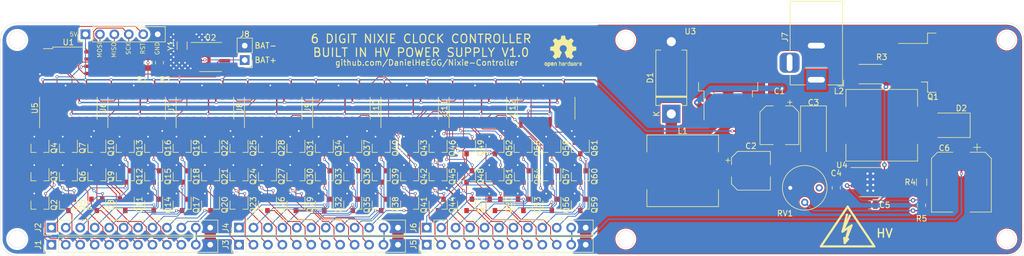
<source format=kicad_pcb>
(kicad_pcb (version 20171130) (host pcbnew "(5.1.5-131-g305ed0b65)-1")
  (layers (0 F.Cu signal) (31 B.Cu signal) (34 B.Paste user) (35 F.Paste user) (36 B.SilkS user) (37 F.SilkS user) (38 B.Mask user) (39 F.Mask user) (44 Edge.Cuts user))
  (net 0 "")
  (net 1 +12V)
  (net 2 GND)
  (net 3 +180V)
  (net 4 "Net-(Q1-Pad1)")
  (net 5 "Net-(Q1-Pad3)")
  (net 6 "Net-(RV1-Pad1)")
  (net 7 +5V)
  (net 8 "Net-(D1-Pad1)")
  (net 9 "Net-(D2-Pad2)")
  (net 10 /D0)
  (net 11 /D1)
  (net 12 /D2)
  (net 13 /D3)
  (net 14 /D4)
  (net 15 /D5)
  (net 16 /D6)
  (net 17 /D7)
  (net 18 /D8)
  (net 19 /D9)
  (net 20 /D19)
  (net 21 /D18)
  (net 22 /D17)
  (net 23 /D16)
  (net 24 /D15)
  (net 25 /D14)
  (net 26 /D13)
  (net 27 /D12)
  (net 28 /D11)
  (net 29 /D10)
  (net 30 /D29)
  (net 31 /D28)
  (net 32 /D27)
  (net 33 /D26)
  (net 34 /D25)
  (net 35 /D24)
  (net 36 /D23)
  (net 37 /D22)
  (net 38 /D21)
  (net 39 /D20)
  (net 40 /D30)
  (net 41 /D31)
  (net 42 /D32)
  (net 43 /D33)
  (net 44 /D34)
  (net 45 /D35)
  (net 46 /D36)
  (net 47 /D37)
  (net 48 /D38)
  (net 49 /D39)
  (net 50 /D40)
  (net 51 /D41)
  (net 52 /D42)
  (net 53 /D43)
  (net 54 /D44)
  (net 55 /D45)
  (net 56 /D46)
  (net 57 /D47)
  (net 58 /D48)
  (net 59 /D49)
  (net 60 /D59)
  (net 61 /D58)
  (net 62 /D57)
  (net 63 /D56)
  (net 64 /D55)
  (net 65 /D54)
  (net 66 /D53)
  (net 67 /D52)
  (net 68 /D51)
  (net 69 /D50)
  (net 70 /C0)
  (net 71 /C1)
  (net 72 /C2)
  (net 73 /C3)
  (net 74 /C4)
  (net 75 /C5)
  (net 76 /C6)
  (net 77 /C7)
  (net 78 /C8)
  (net 79 /C9)
  (net 80 /C10)
  (net 81 /C11)
  (net 82 /C12)
  (net 83 /C13)
  (net 84 /C14)
  (net 85 /C15)
  (net 86 /C16)
  (net 87 /C17)
  (net 88 /C18)
  (net 89 /C19)
  (net 90 /C20)
  (net 91 /C21)
  (net 92 /C22)
  (net 93 /C23)
  (net 94 /C24)
  (net 95 /C25)
  (net 96 /C26)
  (net 97 /C27)
  (net 98 /C28)
  (net 99 /C29)
  (net 100 /C30)
  (net 101 /C31)
  (net 102 /C32)
  (net 103 /C33)
  (net 104 /C34)
  (net 105 /C35)
  (net 106 /C36)
  (net 107 /C37)
  (net 108 /C38)
  (net 109 /C39)
  (net 110 /C40)
  (net 111 /C41)
  (net 112 /C42)
  (net 113 /C43)
  (net 114 /C44)
  (net 115 /C45)
  (net 116 /C46)
  (net 117 /C47)
  (net 118 /C48)
  (net 119 /C49)
  (net 120 /C50)
  (net 121 /C51)
  (net 122 /C52)
  (net 123 /C53)
  (net 124 /C54)
  (net 125 /C55)
  (net 126 /C56)
  (net 127 /C57)
  (net 128 /C58)
  (net 129 /C59)
  (net 130 "Net-(R5-Pad2)")
  (net 131 /SRCLK)
  (net 132 /RCLK)
  (net 133 "Net-(U2-Pad1)")
  (net 134 "Net-(U2-Pad2)")
  (net 135 "Net-(U2-Pad7)")
  (net 136 "Net-(U5-Pad9)")
  (net 137 "Net-(U11-Pad9)")
  (net 138 "Net-(U6-Pad9)")
  (net 139 "Net-(U7-Pad9)")
  (net 140 "Net-(U10-Pad14)")
  (net 141 "Net-(U10-Pad9)")
  (net 142 "Net-(U12-Pad4)")
  (net 143 "Net-(U12-Pad5)")
  (net 144 "Net-(U12-Pad6)")
  (net 145 "Net-(U12-Pad7)")
  (net 146 "Net-(U12-Pad9)")
  (net 147 "Net-(C5-Pad1)")
  (net 148 "Net-(U8-Pad9)")
  (net 149 "Net-(R4-Pad2)")
  (net 150 "Net-(J8-Pad1)")
  (net 151 /SCK)
  (net 152 /MOSI)
  (net 153 /RST)
  (net 154 /MISO)
  (module Symbol:Symbol_HighVoltage_Type2_CopperTop_VerySmall (layer F.Cu) (at 209 111.5)
    (fp_text reference REF** hide)
    (fp_text value Symbol_HighVoltage_Type2_CopperTop_VerySmall)
  )
  (module Symbol:OSHW-Logo2_7.3x6mm_SilkScreen (layer F.Cu) (at 159 80)
    (fp_text reference REF** hide)
    (fp_text value OSHW-Logo2_7.3x6mm_SilkScreen hide)
  )
  (module Connector_PinHeader_2.54mm:PinHeader_1x12_P2.54mm_Vertical (layer F.Cu) (at 69 111 90)
    (fp_text reference J2 (at 0 -2.33 90) (layer F.SilkS))
    (fp_text value Conn_01x12_Male)
    (pad 12 thru_hole oval (at 0 27.94 90) (size 1.7 1.7) (drill 1) (layers *.Cu *.Mask) (net 2 GND))
    (pad 11 thru_hole oval (at 0 25.4 90) (size 1.7 1.7) (drill 1) (layers *.Cu *.Mask) (net 3 +180V))
    (pad 10 thru_hole oval (at 0 22.86 90) (size 1.7 1.7) (drill 1) (layers *.Cu *.Mask) (net 20 /D19))
    (pad 9 thru_hole oval (at 0 20.32 90) (size 1.7 1.7) (drill 1) (layers *.Cu *.Mask) (net 21 /D18))
    (pad 8 thru_hole oval (at 0 17.78 90) (size 1.7 1.7) (drill 1) (layers *.Cu *.Mask) (net 22 /D17))
    (pad 7 thru_hole oval (at 0 15.24 90) (size 1.7 1.7) (drill 1) (layers *.Cu *.Mask) (net 23 /D16))
    (pad 6 thru_hole oval (at 0 12.7 90) (size 1.7 1.7) (drill 1) (layers *.Cu *.Mask) (net 24 /D15))
    (pad 5 thru_hole oval (at 0 10.16 90) (size 1.7 1.7) (drill 1) (layers *.Cu *.Mask) (net 25 /D14))
    (pad 4 thru_hole oval (at 0 7.62 90) (size 1.7 1.7) (drill 1) (layers *.Cu *.Mask) (net 26 /D13))
    (pad 3 thru_hole oval (at 0 5.08 90) (size 1.7 1.7) (drill 1) (layers *.Cu *.Mask) (net 27 /D12))
    (pad 2 thru_hole oval (at 0 2.54 90) (size 1.7 1.7) (drill 1) (layers *.Cu *.Mask) (net 28 /D11))
    (pad 1 thru_hole rect (at 0 0 90) (size 1.7 1.7) (drill 1) (layers *.Cu *.Mask) (net 29 /D10))
  )
  (module Capacitor_Tantalum_SMD:CP_EIA-7343-31_Kemet-D (layer F.Cu) (at 203 94 270)
    (fp_text reference C3 (at -5 0 180) (layer F.SilkS))
    (fp_text value "100uF,Low ESR")
    (pad 1 smd roundrect (at -3.1125 0 270) (size 2.075 2.55) (layers F.Cu F.Paste F.Mask) (roundrect_rratio 0.120482) (net 1 +12V))
    (pad 2 smd roundrect (at 3.1125 0 270) (size 2.075 2.55) (layers F.Cu F.Paste F.Mask) (roundrect_rratio 0.120482) (net 2 GND))
  )
  (module Capacitor_SMD:C_0805_2012Metric (layer F.Cu) (at 207 104 270)
    (fp_text reference C4 (at -2.5625 0 180) (layer F.SilkS))
    (fp_text value 100nF)
    (pad 2 smd roundrect (at 0.9375 0 270) (size 0.975 1.4) (layers F.Cu F.Paste F.Mask) (net 2 GND))
    (pad 1 smd roundrect (at -0.9375 0 270) (size 0.975 1.4) (layers F.Cu F.Paste F.Mask) (net 1 +12V))
  )
  (module Capacitor_SMD:C_0805_2012Metric (layer F.Cu) (at 212.9375 107 180)
    (fp_text reference C5 (at -2.596944 -0.041692) (layer F.SilkS))
    (fp_text value 100nF)
    (pad 1 smd roundrect (at -0.9375 0 180) (size 0.975 1.4) (layers F.Cu F.Paste F.Mask) (net 147 "Net-(C5-Pad1)"))
    (pad 2 smd roundrect (at 0.9375 0 180) (size 0.975 1.4) (layers F.Cu F.Paste F.Mask) (net 2 GND))
  )
  (module Capacitor_SMD:CP_Elec_10x10 (layer F.Cu) (at 229 103 270)
    (fp_text reference C6 (at -6 3 180) (layer F.SilkS))
    (fp_text value 10uF,250V)
    (pad 1 smd roundrect (at -4 0 270) (size 4 2.5) (layers F.Cu F.Paste F.Mask) (roundrect_rratio 0.1) (net 3 +180V))
    (pad 2 smd roundrect (at 4 0 270) (size 4 2.5) (layers F.Cu F.Paste F.Mask) (roundrect_rratio 0.1) (net 2 GND))
  )
  (module Diode_SMD:D_SMB (layer F.Cu) (at 227 93 180)
    (fp_text reference D2 (at -2 3) (layer F.SilkS))
    (fp_text value "300V, 2A, Fast Trr")
    (pad 1 smd rect (at -2.15 0 180) (size 2.5 2.3) (layers F.Cu F.Paste F.Mask) (net 3 +180V))
    (pad 2 smd rect (at 2.15 0 180) (size 2.5 2.3) (layers F.Cu F.Paste F.Mask) (net 9 "Net-(D2-Pad2)"))
  )
  (module Connector_BarrelJack:BarrelJack_Horizontal (layer F.Cu) (at 203.5 85 270)
    (fp_text reference J7 (at -7.5 5.5 90) (layer F.SilkS))
    (fp_text value Jack-DC)
    (pad 1 thru_hole rect (at 0 0 270) (size 3.5 3.5) (drill oval 1 3) (layers *.Cu *.Mask) (net 1 +12V))
    (pad 2 thru_hole roundrect (at -6 0 270) (size 3 3.5) (drill oval 1 3) (layers *.Cu *.Mask) (net 2 GND))
    (pad 3 thru_hole roundrect (at -3 4.7 270) (size 3.5 3.5) (drill oval 3 1) (layers *.Cu *.Mask))
  )
  (module Inductor_SMD:L_12x12mm_H4.5mm (layer F.Cu) (at 215 93)
    (fp_text reference L2 (at -7.538321 -6) (layer F.SilkS))
    (fp_text value 100uH,2A)
    (pad 1 smd rect (at -4.95 0) (size 2.9 5.4) (layers F.Cu F.Paste F.Mask) (net 1 +12V))
    (pad 2 smd rect (at 4.95 0) (size 2.9 5.4) (layers F.Cu F.Paste F.Mask) (net 9 "Net-(D2-Pad2)"))
  )
  (module Package_TO_SOT_SMD:TO-263-2 (layer F.Cu) (at 226 82)
    (fp_text reference Q1 (at -2 6) (layer F.SilkS))
    (fp_text value IRF644)
    (pad 1 smd rect (at -5.775 -2.54) (size 4.6 1.1) (layers F.Cu F.Paste F.Mask) (net 4 "Net-(Q1-Pad1)"))
    (pad 3 smd rect (at -5.775 2.54) (size 4.6 1.1) (layers F.Cu F.Paste F.Mask) (net 5 "Net-(Q1-Pad3)"))
    (pad 2 smd rect (at 3.375 0) (size 9.4 10.8) (layers F.Cu F.Mask) (net 9 "Net-(D2-Pad2)"))
  )
  (module Resistor_SMD:R_2512_6332Metric (layer F.Cu) (at 213 84 180)
    (fp_text reference R3 (at -2 3) (layer F.SilkS))
    (fp_text value 0.05,1W)
    (pad 1 smd roundrect (at -2.9 0 180) (size 1.35 3.35) (layers F.Cu F.Paste F.Mask) (roundrect_rratio 0.185185) (net 5 "Net-(Q1-Pad3)"))
    (pad 2 smd roundrect (at 2.9 0 180) (size 1.35 3.35) (layers F.Cu F.Paste F.Mask) (roundrect_rratio 0.185185) (net 2 GND))
  )
  (module Resistor_SMD:R_1206_3216Metric (layer F.Cu) (at 222 103 270)
    (fp_text reference R4 (at 0 2 180) (layer F.SilkS))
    (fp_text value 1M2,250V)
    (pad 1 smd roundrect (at -1.4 0 270) (size 1.25 1.75) (layers F.Cu F.Paste F.Mask) (roundrect_rratio 0.2) (net 3 +180V))
    (pad 2 smd roundrect (at 1.4 0 270) (size 1.25 1.75) (layers F.Cu F.Paste F.Mask) (roundrect_rratio 0.2) (net 149 "Net-(R4-Pad2)"))
  )
  (module Resistor_SMD:R_0805_2012Metric (layer F.Cu) (at 222 107.0625 270)
    (fp_text reference R5 (at 2.3375 0 180) (layer F.SilkS))
    (fp_text value 10K)
    (pad 1 smd roundrect (at -0.9375 0 270) (size 0.975 1.4) (layers F.Cu F.Paste F.Mask) (net 149 "Net-(R4-Pad2)"))
    (pad 2 smd roundrect (at 0.9375 0 270) (size 0.975 1.4) (layers F.Cu F.Paste F.Mask) (net 130 "Net-(R5-Pad2)"))
  )
  (module Package_SO:SOIC-8_3.9x4.9mm_P1.27mm (layer F.Cu) (at 213 103)
    (fp_text reference U4 (at -5 -3) (layer F.SilkS))
    (fp_text value MAX1771)
    (pad 1 smd roundrect (at -2.475 -1.905) (size 1.95 0.6) (layers F.Cu F.Paste F.Mask) (net 4 "Net-(Q1-Pad1)"))
    (pad 2 smd roundrect (at -2.475 -0.635) (size 1.95 0.6) (layers F.Cu F.Paste F.Mask) (net 1 +12V))
    (pad 3 smd roundrect (at -2.475 0.635) (size 1.95 0.6) (layers F.Cu F.Paste F.Mask) (net 149 "Net-(R4-Pad2)"))
    (pad 4 smd roundrect (at -2.475 1.905) (size 1.95 0.6) (layers F.Cu F.Paste F.Mask) (net 2 GND))
    (pad 5 smd roundrect (at 2.475 1.905) (size 1.95 0.6) (layers F.Cu F.Paste F.Mask) (net 147 "Net-(C5-Pad1)"))
    (pad 6 smd roundrect (at 2.475 0.635) (size 1.95 0.6) (layers F.Cu F.Paste F.Mask) (net 2 GND))
    (pad 7 smd roundrect (at 2.475 -0.635) (size 1.95 0.6) (layers F.Cu F.Paste F.Mask) (net 2 GND))
    (pad 8 smd roundrect (at 2.475 -1.905) (size 1.95 0.6) (layers F.Cu F.Paste F.Mask) (net 5 "Net-(Q1-Pad3)"))
  )
  (module Potentiometer_THT:Potentiometer_Bourns_3339P_Vertical (layer F.Cu) (at 204 104 90)
    (fp_text reference RV1 (at -4.5 -6 180) (layer F.SilkS))
    (fp_text value 10K)
    (pad 3 thru_hole circle (at 0 -5.08 90) (size 1.26 1.26) (drill 0.7) (layers *.Cu *.Mask) (net 2 GND))
    (pad 2 thru_hole circle (at -2.54 -2.54 90) (size 1.26 1.26) (drill 0.7) (layers *.Cu *.Mask) (net 130 "Net-(R5-Pad2)"))
    (pad 1 thru_hole circle (at 0 0 90) (size 1.26 1.26) (drill 0.7) (layers *.Cu *.Mask) (net 6 "Net-(RV1-Pad1)"))
  )
  (module Diode_THT:D_DO-201AD_P12.70mm_Horizontal (layer F.Cu) (at 178 91 90)
    (fp_text reference D1 (at 6.35 -3.72 90) (layer F.SilkS))
    (fp_text value IN5822)
    (fp_text user K (at 0 -2.6 90) (layer F.SilkS))
    (pad 1 thru_hole rect (at 0 0 90) (size 3.2 3.2) (drill 1.6) (layers *.Cu *.Mask) (net 8 "Net-(D1-Pad1)"))
    (pad 2 thru_hole oval (at 12.7 0 90) (size 3.2 3.2) (drill 1.6) (layers *.Cu *.Mask) (net 2 GND))
  )
  (module Connector_PinHeader_2.54mm:PinHeader_1x12_P2.54mm_Vertical (layer F.Cu) (at 69 114 90)
    (fp_text reference J1 (at 0 -2.33 90) (layer F.SilkS))
    (fp_text value Conn_01x12_Male)
    (pad 1 thru_hole rect (at 0 0 90) (size 1.7 1.7) (drill 1) (layers *.Cu *.Mask) (net 10 /D0))
    (pad 2 thru_hole oval (at 0 2.54 90) (size 1.7 1.7) (drill 1) (layers *.Cu *.Mask) (net 11 /D1))
    (pad 3 thru_hole oval (at 0 5.08 90) (size 1.7 1.7) (drill 1) (layers *.Cu *.Mask) (net 12 /D2))
    (pad 4 thru_hole oval (at 0 7.62 90) (size 1.7 1.7) (drill 1) (layers *.Cu *.Mask) (net 13 /D3))
    (pad 5 thru_hole oval (at 0 10.16 90) (size 1.7 1.7) (drill 1) (layers *.Cu *.Mask) (net 14 /D4))
    (pad 6 thru_hole oval (at 0 12.7 90) (size 1.7 1.7) (drill 1) (layers *.Cu *.Mask) (net 15 /D5))
    (pad 7 thru_hole oval (at 0 15.24 90) (size 1.7 1.7) (drill 1) (layers *.Cu *.Mask) (net 16 /D6))
    (pad 8 thru_hole oval (at 0 17.78 90) (size 1.7 1.7) (drill 1) (layers *.Cu *.Mask) (net 17 /D7))
    (pad 9 thru_hole oval (at 0 20.32 90) (size 1.7 1.7) (drill 1) (layers *.Cu *.Mask) (net 18 /D8))
    (pad 10 thru_hole oval (at 0 22.86 90) (size 1.7 1.7) (drill 1) (layers *.Cu *.Mask) (net 19 /D9))
    (pad 11 thru_hole oval (at 0 25.4 90) (size 1.7 1.7) (drill 1) (layers *.Cu *.Mask) (net 3 +180V))
    (pad 12 thru_hole oval (at 0 27.94 90) (size 1.7 1.7) (drill 1) (layers *.Cu *.Mask) (net 2 GND))
  )
  (module Connector_PinHeader_2.54mm:PinHeader_1x12_P2.54mm_Vertical (layer F.Cu) (at 102 114 90)
    (fp_text reference J3 (at 0 -2.33 90) (layer F.SilkS))
    (fp_text value Conn_01x12_Male)
    (pad 12 thru_hole oval (at 0 27.94 90) (size 1.7 1.7) (drill 1) (layers *.Cu *.Mask) (net 2 GND))
    (pad 11 thru_hole oval (at 0 25.4 90) (size 1.7 1.7) (drill 1) (layers *.Cu *.Mask) (net 3 +180V))
    (pad 10 thru_hole oval (at 0 22.86 90) (size 1.7 1.7) (drill 1) (layers *.Cu *.Mask) (net 30 /D29))
    (pad 9 thru_hole oval (at 0 20.32 90) (size 1.7 1.7) (drill 1) (layers *.Cu *.Mask) (net 31 /D28))
    (pad 8 thru_hole oval (at 0 17.78 90) (size 1.7 1.7) (drill 1) (layers *.Cu *.Mask) (net 32 /D27))
    (pad 7 thru_hole oval (at 0 15.24 90) (size 1.7 1.7) (drill 1) (layers *.Cu *.Mask) (net 33 /D26))
    (pad 6 thru_hole oval (at 0 12.7 90) (size 1.7 1.7) (drill 1) (layers *.Cu *.Mask) (net 34 /D25))
    (pad 5 thru_hole oval (at 0 10.16 90) (size 1.7 1.7) (drill 1) (layers *.Cu *.Mask) (net 35 /D24))
    (pad 4 thru_hole oval (at 0 7.62 90) (size 1.7 1.7) (drill 1) (layers *.Cu *.Mask) (net 36 /D23))
    (pad 3 thru_hole oval (at 0 5.08 90) (size 1.7 1.7) (drill 1) (layers *.Cu *.Mask) (net 37 /D22))
    (pad 2 thru_hole oval (at 0 2.54 90) (size 1.7 1.7) (drill 1) (layers *.Cu *.Mask) (net 38 /D21))
    (pad 1 thru_hole rect (at 0 0 90) (size 1.7 1.7) (drill 1) (layers *.Cu *.Mask) (net 39 /D20))
  )
  (module Connector_PinHeader_2.54mm:PinHeader_1x12_P2.54mm_Vertical (layer F.Cu) (at 102 111 90)
    (fp_text reference J4 (at 0 -2.33 90) (layer F.SilkS))
    (fp_text value Conn_01x12_Male)
    (pad 1 thru_hole rect (at 0 0 90) (size 1.7 1.7) (drill 1) (layers *.Cu *.Mask) (net 40 /D30))
    (pad 2 thru_hole oval (at 0 2.54 90) (size 1.7 1.7) (drill 1) (layers *.Cu *.Mask) (net 41 /D31))
    (pad 3 thru_hole oval (at 0 5.08 90) (size 1.7 1.7) (drill 1) (layers *.Cu *.Mask) (net 42 /D32))
    (pad 4 thru_hole oval (at 0 7.62 90) (size 1.7 1.7) (drill 1) (layers *.Cu *.Mask) (net 43 /D33))
    (pad 5 thru_hole oval (at 0 10.16 90) (size 1.7 1.7) (drill 1) (layers *.Cu *.Mask) (net 44 /D34))
    (pad 6 thru_hole oval (at 0 12.7 90) (size 1.7 1.7) (drill 1) (layers *.Cu *.Mask) (net 45 /D35))
    (pad 7 thru_hole oval (at 0 15.24 90) (size 1.7 1.7) (drill 1) (layers *.Cu *.Mask) (net 46 /D36))
    (pad 8 thru_hole oval (at 0 17.78 90) (size 1.7 1.7) (drill 1) (layers *.Cu *.Mask) (net 47 /D37))
    (pad 9 thru_hole oval (at 0 20.32 90) (size 1.7 1.7) (drill 1) (layers *.Cu *.Mask) (net 48 /D38))
    (pad 10 thru_hole oval (at 0 22.86 90) (size 1.7 1.7) (drill 1) (layers *.Cu *.Mask) (net 49 /D39))
    (pad 11 thru_hole oval (at 0 25.4 90) (size 1.7 1.7) (drill 1) (layers *.Cu *.Mask) (net 3 +180V))
    (pad 12 thru_hole oval (at 0 27.94 90) (size 1.7 1.7) (drill 1) (layers *.Cu *.Mask) (net 2 GND))
  )
  (module Connector_PinHeader_2.54mm:PinHeader_1x12_P2.54mm_Vertical (layer F.Cu) (at 135 114 90)
    (fp_text reference J5 (at 0 -2.33 90) (layer F.SilkS))
    (fp_text value Conn_01x12_Male)
    (pad 1 thru_hole rect (at 0 0 90) (size 1.7 1.7) (drill 1) (layers *.Cu *.Mask) (net 50 /D40))
    (pad 2 thru_hole oval (at 0 2.54 90) (size 1.7 1.7) (drill 1) (layers *.Cu *.Mask) (net 51 /D41))
    (pad 3 thru_hole oval (at 0 5.08 90) (size 1.7 1.7) (drill 1) (layers *.Cu *.Mask) (net 52 /D42))
    (pad 4 thru_hole oval (at 0 7.62 90) (size 1.7 1.7) (drill 1) (layers *.Cu *.Mask) (net 53 /D43))
    (pad 5 thru_hole oval (at 0 10.16 90) (size 1.7 1.7) (drill 1) (layers *.Cu *.Mask) (net 54 /D44))
    (pad 6 thru_hole oval (at 0 12.7 90) (size 1.7 1.7) (drill 1) (layers *.Cu *.Mask) (net 55 /D45))
    (pad 7 thru_hole oval (at 0 15.24 90) (size 1.7 1.7) (drill 1) (layers *.Cu *.Mask) (net 56 /D46))
    (pad 8 thru_hole oval (at 0 17.78 90) (size 1.7 1.7) (drill 1) (layers *.Cu *.Mask) (net 57 /D47))
    (pad 9 thru_hole oval (at 0 20.32 90) (size 1.7 1.7) (drill 1) (layers *.Cu *.Mask) (net 58 /D48))
    (pad 10 thru_hole oval (at 0 22.86 90) (size 1.7 1.7) (drill 1) (layers *.Cu *.Mask) (net 59 /D49))
    (pad 11 thru_hole oval (at 0 25.4 90) (size 1.7 1.7) (drill 1) (layers *.Cu *.Mask) (net 3 +180V))
    (pad 12 thru_hole oval (at 0 27.94 90) (size 1.7 1.7) (drill 1) (layers *.Cu *.Mask) (net 2 GND))
  )
  (module Inductor_SMD:L_12x12mm_H4.5mm (layer F.Cu) (at 180 101)
    (fp_text reference L1 (at 0 -7) (layer F.SilkS))
    (fp_text value 100uH,2A)
    (pad 1 smd rect (at -4.95 0) (size 2.9 5.4) (layers F.Cu F.Paste F.Mask) (net 8 "Net-(D1-Pad1)"))
    (pad 2 smd rect (at 4.95 0) (size 2.9 5.4) (layers F.Cu F.Paste F.Mask) (net 7 +5V))
  )
  (module Package_TO_SOT_SMD:SOT-23 (layer F.Cu) (at 67 107 270)
    (fp_text reference Q2 (at 0 -2.5 90) (layer F.SilkS))
    (fp_text value BSS127)
    (pad 3 smd rect (at 1 0 270) (size 0.9 0.8) (layers F.Cu F.Paste F.Mask) (net 10 /D0))
    (pad 2 smd rect (at -1 0.95 270) (size 0.9 0.8) (layers F.Cu F.Paste F.Mask) (net 2 GND))
    (pad 1 smd rect (at -1 -0.95 270) (size 0.9 0.8) (layers F.Cu F.Paste F.Mask) (net 70 /C0))
  )
  (module Package_TO_SOT_SMD:SOT-23 (layer F.Cu) (at 67 102 270)
    (fp_text reference Q3 (at 0 -2.5 90) (layer F.SilkS))
    (fp_text value BSS127)
    (pad 1 smd rect (at -1 -0.95 270) (size 0.9 0.8) (layers F.Cu F.Paste F.Mask) (net 71 /C1))
    (pad 2 smd rect (at -1 0.95 270) (size 0.9 0.8) (layers F.Cu F.Paste F.Mask) (net 2 GND))
    (pad 3 smd rect (at 1 0 270) (size 0.9 0.8) (layers F.Cu F.Paste F.Mask) (net 11 /D1))
  )
  (module Package_TO_SOT_SMD:SOT-23 (layer F.Cu) (at 67 97 270)
    (fp_text reference Q4 (at 0 -2.5 90) (layer F.SilkS))
    (fp_text value BSS127)
    (pad 3 smd rect (at 1 0 270) (size 0.9 0.8) (layers F.Cu F.Paste F.Mask) (net 12 /D2))
    (pad 2 smd rect (at -1 0.95 270) (size 0.9 0.8) (layers F.Cu F.Paste F.Mask) (net 2 GND))
    (pad 1 smd rect (at -1 -0.95 270) (size 0.9 0.8) (layers F.Cu F.Paste F.Mask) (net 72 /C2))
  )
  (module Package_TO_SOT_SMD:SOT-23 (layer F.Cu) (at 72 107 270)
    (fp_text reference Q5 (at 0 -2.5 90) (layer F.SilkS))
    (fp_text value BSS127)
    (pad 1 smd rect (at -1 -0.95 270) (size 0.9 0.8) (layers F.Cu F.Paste F.Mask) (net 73 /C3))
    (pad 2 smd rect (at -1 0.95 270) (size 0.9 0.8) (layers F.Cu F.Paste F.Mask) (net 2 GND))
    (pad 3 smd rect (at 1 0 270) (size 0.9 0.8) (layers F.Cu F.Paste F.Mask) (net 13 /D3))
  )
  (module Package_TO_SOT_SMD:SOT-23 (layer F.Cu) (at 72 102 270)
    (fp_text reference Q6 (at 0 -2.5 90) (layer F.SilkS))
    (fp_text value BSS127)
    (pad 3 smd rect (at 1 0 270) (size 0.9 0.8) (layers F.Cu F.Paste F.Mask) (net 14 /D4))
    (pad 2 smd rect (at -1 0.95 270) (size 0.9 0.8) (layers F.Cu F.Paste F.Mask) (net 2 GND))
    (pad 1 smd rect (at -1 -0.95 270) (size 0.9 0.8) (layers F.Cu F.Paste F.Mask) (net 74 /C4))
  )
  (module Package_TO_SOT_SMD:SOT-23 (layer F.Cu) (at 72 97 270)
    (fp_text reference Q7 (at 0 -2.5 90) (layer F.SilkS))
    (fp_text value BSS127)
    (pad 1 smd rect (at -1 -0.95 270) (size 0.9 0.8) (layers F.Cu F.Paste F.Mask) (net 75 /C5))
    (pad 2 smd rect (at -1 0.95 270) (size 0.9 0.8) (layers F.Cu F.Paste F.Mask) (net 2 GND))
    (pad 3 smd rect (at 1 0 270) (size 0.9 0.8) (layers F.Cu F.Paste F.Mask) (net 15 /D5))
  )
  (module Package_TO_SOT_SMD:SOT-23 (layer F.Cu) (at 77 107 270)
    (fp_text reference Q8 (at 0 -2.5 90) (layer F.SilkS))
    (fp_text value BSS127)
    (pad 3 smd rect (at 1 0 270) (size 0.9 0.8) (layers F.Cu F.Paste F.Mask) (net 16 /D6))
    (pad 2 smd rect (at -1 0.95 270) (size 0.9 0.8) (layers F.Cu F.Paste F.Mask) (net 2 GND))
    (pad 1 smd rect (at -1 -0.95 270) (size 0.9 0.8) (layers F.Cu F.Paste F.Mask) (net 76 /C6))
  )
  (module Package_TO_SOT_SMD:SOT-23 (layer F.Cu) (at 77 102 270)
    (fp_text reference Q9 (at 0 -2.5 90) (layer F.SilkS))
    (fp_text value BSS127)
    (pad 1 smd rect (at -1 -0.95 270) (size 0.9 0.8) (layers F.Cu F.Paste F.Mask) (net 77 /C7))
    (pad 2 smd rect (at -1 0.95 270) (size 0.9 0.8) (layers F.Cu F.Paste F.Mask) (net 2 GND))
    (pad 3 smd rect (at 1 0 270) (size 0.9 0.8) (layers F.Cu F.Paste F.Mask) (net 17 /D7))
  )
  (module Package_TO_SOT_SMD:SOT-23 (layer F.Cu) (at 77 97 270)
    (fp_text reference Q10 (at 0 -2.5 90) (layer F.SilkS))
    (fp_text value BSS127)
    (pad 3 smd rect (at 1 0 270) (size 0.9 0.8) (layers F.Cu F.Paste F.Mask) (net 18 /D8))
    (pad 2 smd rect (at -1 0.95 270) (size 0.9 0.8) (layers F.Cu F.Paste F.Mask) (net 2 GND))
    (pad 1 smd rect (at -1 -0.95 270) (size 0.9 0.8) (layers F.Cu F.Paste F.Mask) (net 78 /C8))
  )
  (module Package_TO_SOT_SMD:SOT-23 (layer F.Cu) (at 82 107 270)
    (fp_text reference Q11 (at 0 -2.5 90) (layer F.SilkS))
    (fp_text value BSS127)
    (pad 3 smd rect (at 1 0 270) (size 0.9 0.8) (layers F.Cu F.Paste F.Mask) (net 19 /D9))
    (pad 2 smd rect (at -1 0.95 270) (size 0.9 0.8) (layers F.Cu F.Paste F.Mask) (net 2 GND))
    (pad 1 smd rect (at -1 -0.95 270) (size 0.9 0.8) (layers F.Cu F.Paste F.Mask) (net 79 /C9))
  )
  (module Package_TO_SOT_SMD:SOT-23 (layer F.Cu) (at 82 102 270)
    (fp_text reference Q12 (at 0 -2.5 90) (layer F.SilkS))
    (fp_text value BSS127)
    (pad 3 smd rect (at 1 0 270) (size 0.9 0.8) (layers F.Cu F.Paste F.Mask) (net 29 /D10))
    (pad 2 smd rect (at -1 0.95 270) (size 0.9 0.8) (layers F.Cu F.Paste F.Mask) (net 2 GND))
    (pad 1 smd rect (at -1 -0.95 270) (size 0.9 0.8) (layers F.Cu F.Paste F.Mask) (net 80 /C10))
  )
  (module Package_TO_SOT_SMD:SOT-23 (layer F.Cu) (at 82 97 270)
    (fp_text reference Q13 (at 0 -2.5 90) (layer F.SilkS))
    (fp_text value BSS127)
    (pad 1 smd rect (at -1 -0.95 270) (size 0.9 0.8) (layers F.Cu F.Paste F.Mask) (net 81 /C11))
    (pad 2 smd rect (at -1 0.95 270) (size 0.9 0.8) (layers F.Cu F.Paste F.Mask) (net 2 GND))
    (pad 3 smd rect (at 1 0 270) (size 0.9 0.8) (layers F.Cu F.Paste F.Mask) (net 28 /D11))
  )
  (module Package_TO_SOT_SMD:SOT-23 (layer F.Cu) (at 87 107 270)
    (fp_text reference Q14 (at 0 -2.5 90) (layer F.SilkS))
    (fp_text value BSS127)
    (pad 3 smd rect (at 1 0 270) (size 0.9 0.8) (layers F.Cu F.Paste F.Mask) (net 27 /D12))
    (pad 2 smd rect (at -1 0.95 270) (size 0.9 0.8) (layers F.Cu F.Paste F.Mask) (net 2 GND))
    (pad 1 smd rect (at -1 -0.95 270) (size 0.9 0.8) (layers F.Cu F.Paste F.Mask) (net 82 /C12))
  )
  (module Package_TO_SOT_SMD:SOT-23 (layer F.Cu) (at 87 102 270)
    (fp_text reference Q15 (at 0 -2.5 90) (layer F.SilkS))
    (fp_text value BSS127)
    (pad 1 smd rect (at -1 -0.95 270) (size 0.9 0.8) (layers F.Cu F.Paste F.Mask) (net 83 /C13))
    (pad 2 smd rect (at -1 0.95 270) (size 0.9 0.8) (layers F.Cu F.Paste F.Mask) (net 2 GND))
    (pad 3 smd rect (at 1 0 270) (size 0.9 0.8) (layers F.Cu F.Paste F.Mask) (net 26 /D13))
  )
  (module Package_TO_SOT_SMD:SOT-23 (layer F.Cu) (at 87 97 270)
    (fp_text reference Q16 (at 0 -2.5 90) (layer F.SilkS))
    (fp_text value BSS127)
    (pad 3 smd rect (at 1 0 270) (size 0.9 0.8) (layers F.Cu F.Paste F.Mask) (net 25 /D14))
    (pad 2 smd rect (at -1 0.95 270) (size 0.9 0.8) (layers F.Cu F.Paste F.Mask) (net 2 GND))
    (pad 1 smd rect (at -1 -0.95 270) (size 0.9 0.8) (layers F.Cu F.Paste F.Mask) (net 84 /C14))
  )
  (module Package_TO_SOT_SMD:SOT-23 (layer F.Cu) (at 92 107 270)
    (fp_text reference Q17 (at 0 -2.5 90) (layer F.SilkS))
    (fp_text value BSS127)
    (pad 1 smd rect (at -1 -0.95 270) (size 0.9 0.8) (layers F.Cu F.Paste F.Mask) (net 85 /C15))
    (pad 2 smd rect (at -1 0.95 270) (size 0.9 0.8) (layers F.Cu F.Paste F.Mask) (net 2 GND))
    (pad 3 smd rect (at 1 0 270) (size 0.9 0.8) (layers F.Cu F.Paste F.Mask) (net 24 /D15))
  )
  (module Package_TO_SOT_SMD:SOT-23 (layer F.Cu) (at 92 102 270)
    (fp_text reference Q18 (at 0 -2.5 90) (layer F.SilkS))
    (fp_text value BSS127)
    (pad 3 smd rect (at 1 0 270) (size 0.9 0.8) (layers F.Cu F.Paste F.Mask) (net 23 /D16))
    (pad 2 smd rect (at -1 0.95 270) (size 0.9 0.8) (layers F.Cu F.Paste F.Mask) (net 2 GND))
    (pad 1 smd rect (at -1 -0.95 270) (size 0.9 0.8) (layers F.Cu F.Paste F.Mask) (net 86 /C16))
  )
  (module Package_TO_SOT_SMD:SOT-23 (layer F.Cu) (at 92 97 270)
    (fp_text reference Q19 (at 0 -2.5 90) (layer F.SilkS))
    (fp_text value BSS127)
    (pad 1 smd rect (at -1 -0.95 270) (size 0.9 0.8) (layers F.Cu F.Paste F.Mask) (net 87 /C17))
    (pad 2 smd rect (at -1 0.95 270) (size 0.9 0.8) (layers F.Cu F.Paste F.Mask) (net 2 GND))
    (pad 3 smd rect (at 1 0 270) (size 0.9 0.8) (layers F.Cu F.Paste F.Mask) (net 22 /D17))
  )
  (module Package_TO_SOT_SMD:SOT-23 (layer F.Cu) (at 97 107 270)
    (fp_text reference Q20 (at 0 -2.5 90) (layer F.SilkS))
    (fp_text value BSS127)
    (pad 3 smd rect (at 1 0 270) (size 0.9 0.8) (layers F.Cu F.Paste F.Mask) (net 21 /D18))
    (pad 2 smd rect (at -1 0.95 270) (size 0.9 0.8) (layers F.Cu F.Paste F.Mask) (net 2 GND))
    (pad 1 smd rect (at -1 -0.95 270) (size 0.9 0.8) (layers F.Cu F.Paste F.Mask) (net 88 /C18))
  )
  (module Package_TO_SOT_SMD:SOT-23 (layer F.Cu) (at 97 102 270)
    (fp_text reference Q21 (at 0 -2.5 90) (layer F.SilkS))
    (fp_text value BSS127)
    (pad 1 smd rect (at -1 -0.95 270) (size 0.9 0.8) (layers F.Cu F.Paste F.Mask) (net 89 /C19))
    (pad 2 smd rect (at -1 0.95 270) (size 0.9 0.8) (layers F.Cu F.Paste F.Mask) (net 2 GND))
    (pad 3 smd rect (at 1 0 270) (size 0.9 0.8) (layers F.Cu F.Paste F.Mask) (net 20 /D19))
  )
  (module Package_TO_SOT_SMD:SOT-23 (layer F.Cu) (at 97 97 270)
    (fp_text reference Q22 (at 0 -2.5 90) (layer F.SilkS))
    (fp_text value BSS127)
    (pad 3 smd rect (at 1 0 270) (size 0.9 0.8) (layers F.Cu F.Paste F.Mask) (net 39 /D20))
    (pad 2 smd rect (at -1 0.95 270) (size 0.9 0.8) (layers F.Cu F.Paste F.Mask) (net 2 GND))
    (pad 1 smd rect (at -1 -0.95 270) (size 0.9 0.8) (layers F.Cu F.Paste F.Mask) (net 90 /C20))
  )
  (module Package_TO_SOT_SMD:SOT-23 (layer F.Cu) (at 102 107 270)
    (fp_text reference Q23 (at 0 -2.5 90) (layer F.SilkS))
    (fp_text value BSS127)
    (pad 1 smd rect (at -1 -0.95 270) (size 0.9 0.8) (layers F.Cu F.Paste F.Mask) (net 91 /C21))
    (pad 2 smd rect (at -1 0.95 270) (size 0.9 0.8) (layers F.Cu F.Paste F.Mask) (net 2 GND))
    (pad 3 smd rect (at 1 0 270) (size 0.9 0.8) (layers F.Cu F.Paste F.Mask) (net 38 /D21))
  )
  (module Package_TO_SOT_SMD:SOT-23 (layer F.Cu) (at 102 102 270)
    (fp_text reference Q24 (at 0 -2.5 90) (layer F.SilkS))
    (fp_text value BSS127)
    (pad 3 smd rect (at 1 0 270) (size 0.9 0.8) (layers F.Cu F.Paste F.Mask) (net 37 /D22))
    (pad 2 smd rect (at -1 0.95 270) (size 0.9 0.8) (layers F.Cu F.Paste F.Mask) (net 2 GND))
    (pad 1 smd rect (at -1 -0.95 270) (size 0.9 0.8) (layers F.Cu F.Paste F.Mask) (net 92 /C22))
  )
  (module Package_TO_SOT_SMD:SOT-23 (layer F.Cu) (at 102 97 270)
    (fp_text reference Q25 (at 0 -2.5 90) (layer F.SilkS))
    (fp_text value BSS127)
    (pad 1 smd rect (at -1 -0.95 270) (size 0.9 0.8) (layers F.Cu F.Paste F.Mask) (net 93 /C23))
    (pad 2 smd rect (at -1 0.95 270) (size 0.9 0.8) (layers F.Cu F.Paste F.Mask) (net 2 GND))
    (pad 3 smd rect (at 1 0 270) (size 0.9 0.8) (layers F.Cu F.Paste F.Mask) (net 36 /D23))
  )
  (module Package_TO_SOT_SMD:SOT-23 (layer F.Cu) (at 107 107 270)
    (fp_text reference Q26 (at 0 -2.5 90) (layer F.SilkS))
    (fp_text value BSS127)
    (pad 3 smd rect (at 1 0 270) (size 0.9 0.8) (layers F.Cu F.Paste F.Mask) (net 35 /D24))
    (pad 2 smd rect (at -1 0.95 270) (size 0.9 0.8) (layers F.Cu F.Paste F.Mask) (net 2 GND))
    (pad 1 smd rect (at -1 -0.95 270) (size 0.9 0.8) (layers F.Cu F.Paste F.Mask) (net 94 /C24))
  )
  (module Package_TO_SOT_SMD:SOT-23 (layer F.Cu) (at 107 102 270)
    (fp_text reference Q27 (at 0 -2.5 90) (layer F.SilkS))
    (fp_text value BSS127)
    (pad 1 smd rect (at -1 -0.95 270) (size 0.9 0.8) (layers F.Cu F.Paste F.Mask) (net 95 /C25))
    (pad 2 smd rect (at -1 0.95 270) (size 0.9 0.8) (layers F.Cu F.Paste F.Mask) (net 2 GND))
    (pad 3 smd rect (at 1 0 270) (size 0.9 0.8) (layers F.Cu F.Paste F.Mask) (net 34 /D25))
  )
  (module Package_TO_SOT_SMD:SOT-23 (layer F.Cu) (at 107 97 270)
    (fp_text reference Q28 (at 0 -2.5 90) (layer F.SilkS))
    (fp_text value BSS127)
    (pad 3 smd rect (at 1 0 270) (size 0.9 0.8) (layers F.Cu F.Paste F.Mask) (net 33 /D26))
    (pad 2 smd rect (at -1 0.95 270) (size 0.9 0.8) (layers F.Cu F.Paste F.Mask) (net 2 GND))
    (pad 1 smd rect (at -1 -0.95 270) (size 0.9 0.8) (layers F.Cu F.Paste F.Mask) (net 96 /C26))
  )
  (module Package_TO_SOT_SMD:SOT-23 (layer F.Cu) (at 112 107 270)
    (fp_text reference Q29 (at 0 -2.5 90) (layer F.SilkS))
    (fp_text value BSS127)
    (pad 1 smd rect (at -1 -0.95 270) (size 0.9 0.8) (layers F.Cu F.Paste F.Mask) (net 97 /C27))
    (pad 2 smd rect (at -1 0.95 270) (size 0.9 0.8) (layers F.Cu F.Paste F.Mask) (net 2 GND))
    (pad 3 smd rect (at 1 0 270) (size 0.9 0.8) (layers F.Cu F.Paste F.Mask) (net 32 /D27))
  )
  (module Package_TO_SOT_SMD:SOT-23 (layer F.Cu) (at 112 102 270)
    (fp_text reference Q30 (at 0 -2.5 90) (layer F.SilkS))
    (fp_text value BSS127)
    (pad 1 smd rect (at -1 -0.95 270) (size 0.9 0.8) (layers F.Cu F.Paste F.Mask) (net 98 /C28))
    (pad 2 smd rect (at -1 0.95 270) (size 0.9 0.8) (layers F.Cu F.Paste F.Mask) (net 2 GND))
    (pad 3 smd rect (at 1 0 270) (size 0.9 0.8) (layers F.Cu F.Paste F.Mask) (net 31 /D28))
  )
  (module Package_TO_SOT_SMD:SOT-23 (layer F.Cu) (at 112 97 270)
    (fp_text reference Q31 (at 0 -2.5 90) (layer F.SilkS))
    (fp_text value BSS127)
    (pad 1 smd rect (at -1 -0.95 270) (size 0.9 0.8) (layers F.Cu F.Paste F.Mask) (net 99 /C29))
    (pad 2 smd rect (at -1 0.95 270) (size 0.9 0.8) (layers F.Cu F.Paste F.Mask) (net 2 GND))
    (pad 3 smd rect (at 1 0 270) (size 0.9 0.8) (layers F.Cu F.Paste F.Mask) (net 30 /D29))
  )
  (module Package_TO_SOT_SMD:SOT-23 (layer F.Cu) (at 117 107 270)
    (fp_text reference Q32 (at 0 -2.5 90) (layer F.SilkS))
    (fp_text value BSS127)
    (pad 3 smd rect (at 1 0 270) (size 0.9 0.8) (layers F.Cu F.Paste F.Mask) (net 40 /D30))
    (pad 2 smd rect (at -1 0.95 270) (size 0.9 0.8) (layers F.Cu F.Paste F.Mask) (net 2 GND))
    (pad 1 smd rect (at -1 -0.95 270) (size 0.9 0.8) (layers F.Cu F.Paste F.Mask) (net 100 /C30))
  )
  (module Package_TO_SOT_SMD:SOT-23 (layer F.Cu) (at 117 102 270)
    (fp_text reference Q33 (at 0 -2.5 90) (layer F.SilkS))
    (fp_text value BSS127)
    (pad 1 smd rect (at -1 -0.95 270) (size 0.9 0.8) (layers F.Cu F.Paste F.Mask) (net 101 /C31))
    (pad 2 smd rect (at -1 0.95 270) (size 0.9 0.8) (layers F.Cu F.Paste F.Mask) (net 2 GND))
    (pad 3 smd rect (at 1 0 270) (size 0.9 0.8) (layers F.Cu F.Paste F.Mask) (net 41 /D31))
  )
  (module Package_TO_SOT_SMD:SOT-23 (layer F.Cu) (at 117 97 270)
    (fp_text reference Q34 (at 0 -2.5 90) (layer F.SilkS))
    (fp_text value BSS127)
    (pad 3 smd rect (at 1 0 270) (size 0.9 0.8) (layers F.Cu F.Paste F.Mask) (net 42 /D32))
    (pad 2 smd rect (at -1 0.95 270) (size 0.9 0.8) (layers F.Cu F.Paste F.Mask) (net 2 GND))
    (pad 1 smd rect (at -1 -0.95 270) (size 0.9 0.8) (layers F.Cu F.Paste F.Mask) (net 102 /C32))
  )
  (module Package_TO_SOT_SMD:SOT-23 (layer F.Cu) (at 122 107 270)
    (fp_text reference Q35 (at 0 -2.5 90) (layer F.SilkS))
    (fp_text value BSS127)
    (pad 1 smd rect (at -1 -0.95 270) (size 0.9 0.8) (layers F.Cu F.Paste F.Mask) (net 103 /C33))
    (pad 2 smd rect (at -1 0.95 270) (size 0.9 0.8) (layers F.Cu F.Paste F.Mask) (net 2 GND))
    (pad 3 smd rect (at 1 0 270) (size 0.9 0.8) (layers F.Cu F.Paste F.Mask) (net 43 /D33))
  )
  (module Package_TO_SOT_SMD:SOT-23 (layer F.Cu) (at 122 102 270)
    (fp_text reference Q36 (at 0 -2.5 90) (layer F.SilkS))
    (fp_text value BSS127)
    (pad 3 smd rect (at 1 0 270) (size 0.9 0.8) (layers F.Cu F.Paste F.Mask) (net 44 /D34))
    (pad 2 smd rect (at -1 0.95 270) (size 0.9 0.8) (layers F.Cu F.Paste F.Mask) (net 2 GND))
    (pad 1 smd rect (at -1 -0.95 270) (size 0.9 0.8) (layers F.Cu F.Paste F.Mask) (net 104 /C34))
  )
  (module Package_TO_SOT_SMD:SOT-23 (layer F.Cu) (at 122 97 270)
    (fp_text reference Q37 (at 0 -2.5 90) (layer F.SilkS))
    (fp_text value BSS127)
    (pad 3 smd rect (at 1 0 270) (size 0.9 0.8) (layers F.Cu F.Paste F.Mask) (net 45 /D35))
    (pad 2 smd rect (at -1 0.95 270) (size 0.9 0.8) (layers F.Cu F.Paste F.Mask) (net 2 GND))
    (pad 1 smd rect (at -1 -0.95 270) (size 0.9 0.8) (layers F.Cu F.Paste F.Mask) (net 105 /C35))
  )
  (module Package_TO_SOT_SMD:SOT-23 (layer F.Cu) (at 127 107 270)
    (fp_text reference Q38 (at 0 -2.5 90) (layer F.SilkS))
    (fp_text value BSS127)
    (pad 1 smd rect (at -1 -0.95 270) (size 0.9 0.8) (layers F.Cu F.Paste F.Mask) (net 106 /C36))
    (pad 2 smd rect (at -1 0.95 270) (size 0.9 0.8) (layers F.Cu F.Paste F.Mask) (net 2 GND))
    (pad 3 smd rect (at 1 0 270) (size 0.9 0.8) (layers F.Cu F.Paste F.Mask) (net 46 /D36))
  )
  (module Package_TO_SOT_SMD:SOT-23 (layer F.Cu) (at 127 102 270)
    (fp_text reference Q39 (at 0 -2.5 90) (layer F.SilkS))
    (fp_text value BSS127)
    (pad 3 smd rect (at 1 0 270) (size 0.9 0.8) (layers F.Cu F.Paste F.Mask) (net 47 /D37))
    (pad 2 smd rect (at -1 0.95 270) (size 0.9 0.8) (layers F.Cu F.Paste F.Mask) (net 2 GND))
    (pad 1 smd rect (at -1 -0.95 270) (size 0.9 0.8) (layers F.Cu F.Paste F.Mask) (net 107 /C37))
  )
  (module Package_TO_SOT_SMD:SOT-23 (layer F.Cu) (at 127 97 270)
    (fp_text reference Q40 (at 0 -2.5 90) (layer F.SilkS))
    (fp_text value BSS127)
    (pad 1 smd rect (at -1 -0.95 270) (size 0.9 0.8) (layers F.Cu F.Paste F.Mask) (net 108 /C38))
    (pad 2 smd rect (at -1 0.95 270) (size 0.9 0.8) (layers F.Cu F.Paste F.Mask) (net 2 GND))
    (pad 3 smd rect (at 1 0 270) (size 0.9 0.8) (layers F.Cu F.Paste F.Mask) (net 48 /D38))
  )
  (module Package_TO_SOT_SMD:SOT-23 (layer F.Cu) (at 132 107 270)
    (fp_text reference Q41 (at 0 -2.5 90) (layer F.SilkS))
    (fp_text value BSS127)
    (pad 3 smd rect (at 1 0 270) (size 0.9 0.8) (layers F.Cu F.Paste F.Mask) (net 49 /D39))
    (pad 2 smd rect (at -1 0.95 270) (size 0.9 0.8) (layers F.Cu F.Paste F.Mask) (net 2 GND))
    (pad 1 smd rect (at -1 -0.95 270) (size 0.9 0.8) (layers F.Cu F.Paste F.Mask) (net 109 /C39))
  )
  (module Package_TO_SOT_SMD:SOT-23 (layer F.Cu) (at 132 102 270)
    (fp_text reference Q42 (at 0 -2.5 90) (layer F.SilkS))
    (fp_text value BSS127)
    (pad 1 smd rect (at -1 -0.95 270) (size 0.9 0.8) (layers F.Cu F.Paste F.Mask) (net 110 /C40))
    (pad 2 smd rect (at -1 0.95 270) (size 0.9 0.8) (layers F.Cu F.Paste F.Mask) (net 2 GND))
    (pad 3 smd rect (at 1 0 270) (size 0.9 0.8) (layers F.Cu F.Paste F.Mask) (net 50 /D40))
  )
  (module Package_TO_SOT_SMD:SOT-23 (layer F.Cu) (at 132 97 270)
    (fp_text reference Q43 (at 0 -2.5 90) (layer F.SilkS))
    (fp_text value BSS127)
    (pad 3 smd rect (at 1 0 270) (size 0.9 0.8) (layers F.Cu F.Paste F.Mask) (net 51 /D41))
    (pad 2 smd rect (at -1 0.95 270) (size 0.9 0.8) (layers F.Cu F.Paste F.Mask) (net 2 GND))
    (pad 1 smd rect (at -1 -0.95 270) (size 0.9 0.8) (layers F.Cu F.Paste F.Mask) (net 111 /C41))
  )
  (module Package_TO_SOT_SMD:SOT-23 (layer F.Cu) (at 137 107 270)
    (fp_text reference Q44 (at 0 -2.5 90) (layer F.SilkS))
    (fp_text value BSS127)
    (pad 1 smd rect (at -1 -0.95 270) (size 0.9 0.8) (layers F.Cu F.Paste F.Mask) (net 112 /C42))
    (pad 2 smd rect (at -1 0.95 270) (size 0.9 0.8) (layers F.Cu F.Paste F.Mask) (net 2 GND))
    (pad 3 smd rect (at 1 0 270) (size 0.9 0.8) (layers F.Cu F.Paste F.Mask) (net 52 /D42))
  )
  (module Package_TO_SOT_SMD:SOT-23 (layer F.Cu) (at 137 102 270)
    (fp_text reference Q45 (at 0 -2.5 90) (layer F.SilkS))
    (fp_text value BSS127)
    (pad 3 smd rect (at 1 0 270) (size 0.9 0.8) (layers F.Cu F.Paste F.Mask) (net 53 /D43))
    (pad 2 smd rect (at -1 0.95 270) (size 0.9 0.8) (layers F.Cu F.Paste F.Mask) (net 2 GND))
    (pad 1 smd rect (at -1 -0.95 270) (size 0.9 0.8) (layers F.Cu F.Paste F.Mask) (net 113 /C43))
  )
  (module Package_TO_SOT_SMD:SOT-23 (layer F.Cu) (at 137 97 270)
    (fp_text reference Q46 (at 0 -2.5 90) (layer F.SilkS))
    (fp_text value BSS127)
    (pad 1 smd rect (at -1 -0.95 270) (size 0.9 0.8) (layers F.Cu F.Paste F.Mask) (net 114 /C44))
    (pad 2 smd rect (at -1 0.95 270) (size 0.9 0.8) (layers F.Cu F.Paste F.Mask) (net 2 GND))
    (pad 3 smd rect (at 1 0 270) (size 0.9 0.8) (layers F.Cu F.Paste F.Mask) (net 54 /D44))
  )
  (module Package_TO_SOT_SMD:SOT-23 (layer F.Cu) (at 142 107 270)
    (fp_text reference Q47 (at 0 -2.5 90) (layer F.SilkS))
    (fp_text value BSS127)
    (pad 3 smd rect (at 1 0 270) (size 0.9 0.8) (layers F.Cu F.Paste F.Mask) (net 55 /D45))
    (pad 2 smd rect (at -1 0.95 270) (size 0.9 0.8) (layers F.Cu F.Paste F.Mask) (net 2 GND))
    (pad 1 smd rect (at -1 -0.95 270) (size 0.9 0.8) (layers F.Cu F.Paste F.Mask) (net 115 /C45))
  )
  (module Package_TO_SOT_SMD:SOT-23 (layer F.Cu) (at 142 102 270)
    (fp_text reference Q48 (at 0 -2.5 90) (layer F.SilkS))
    (fp_text value BSS127)
    (pad 1 smd rect (at -1 -0.95 270) (size 0.9 0.8) (layers F.Cu F.Paste F.Mask) (net 116 /C46))
    (pad 2 smd rect (at -1 0.95 270) (size 0.9 0.8) (layers F.Cu F.Paste F.Mask) (net 2 GND))
    (pad 3 smd rect (at 1 0 270) (size 0.9 0.8) (layers F.Cu F.Paste F.Mask) (net 56 /D46))
  )
  (module Package_TO_SOT_SMD:SOT-23 (layer F.Cu) (at 142 97 270)
    (fp_text reference Q49 (at 0 -2.5 90) (layer F.SilkS))
    (fp_text value BSS127)
    (pad 1 smd rect (at -1 -0.95 270) (size 0.9 0.8) (layers F.Cu F.Paste F.Mask) (net 117 /C47))
    (pad 2 smd rect (at -1 0.95 270) (size 0.9 0.8) (layers F.Cu F.Paste F.Mask) (net 2 GND))
    (pad 3 smd rect (at 1 0 270) (size 0.9 0.8) (layers F.Cu F.Paste F.Mask) (net 57 /D47))
  )
  (module Package_TO_SOT_SMD:SOT-23 (layer F.Cu) (at 147 107 270)
    (fp_text reference Q50 (at 0 -2.5 90) (layer F.SilkS))
    (fp_text value BSS127)
    (pad 1 smd rect (at -1 -0.95 270) (size 0.9 0.8) (layers F.Cu F.Paste F.Mask) (net 118 /C48))
    (pad 2 smd rect (at -1 0.95 270) (size 0.9 0.8) (layers F.Cu F.Paste F.Mask) (net 2 GND))
    (pad 3 smd rect (at 1 0 270) (size 0.9 0.8) (layers F.Cu F.Paste F.Mask) (net 58 /D48))
  )
  (module Package_TO_SOT_SMD:SOT-23 (layer F.Cu) (at 147 102 270)
    (fp_text reference Q51 (at 0 -2.5 90) (layer F.SilkS))
    (fp_text value BSS127)
    (pad 3 smd rect (at 1 0 270) (size 0.9 0.8) (layers F.Cu F.Paste F.Mask) (net 59 /D49))
    (pad 2 smd rect (at -1 0.95 270) (size 0.9 0.8) (layers F.Cu F.Paste F.Mask) (net 2 GND))
    (pad 1 smd rect (at -1 -0.95 270) (size 0.9 0.8) (layers F.Cu F.Paste F.Mask) (net 119 /C49))
  )
  (module Package_TO_SOT_SMD:SOT-23 (layer F.Cu) (at 147 97 270)
    (fp_text reference Q52 (at 0 -2.5 90) (layer F.SilkS))
    (fp_text value BSS127)
    (pad 1 smd rect (at -1 -0.95 270) (size 0.9 0.8) (layers F.Cu F.Paste F.Mask) (net 120 /C50))
    (pad 2 smd rect (at -1 0.95 270) (size 0.9 0.8) (layers F.Cu F.Paste F.Mask) (net 2 GND))
    (pad 3 smd rect (at 1 0 270) (size 0.9 0.8) (layers F.Cu F.Paste F.Mask) (net 69 /D50))
  )
  (module Package_TO_SOT_SMD:SOT-23 (layer F.Cu) (at 152 107 270)
    (fp_text reference Q53 (at 0 -2.5 90) (layer F.SilkS))
    (fp_text value BSS127)
    (pad 3 smd rect (at 1 0 270) (size 0.9 0.8) (layers F.Cu F.Paste F.Mask) (net 68 /D51))
    (pad 2 smd rect (at -1 0.95 270) (size 0.9 0.8) (layers F.Cu F.Paste F.Mask) (net 2 GND))
    (pad 1 smd rect (at -1 -0.95 270) (size 0.9 0.8) (layers F.Cu F.Paste F.Mask) (net 121 /C51))
  )
  (module Package_TO_SOT_SMD:SOT-23 (layer F.Cu) (at 152 102 270)
    (fp_text reference Q54 (at 0 -2.5 90) (layer F.SilkS))
    (fp_text value BSS127)
    (pad 1 smd rect (at -1 -0.95 270) (size 0.9 0.8) (layers F.Cu F.Paste F.Mask) (net 122 /C52))
    (pad 2 smd rect (at -1 0.95 270) (size 0.9 0.8) (layers F.Cu F.Paste F.Mask) (net 2 GND))
    (pad 3 smd rect (at 1 0 270) (size 0.9 0.8) (layers F.Cu F.Paste F.Mask) (net 67 /D52))
  )
  (module Package_TO_SOT_SMD:SOT-23 (layer F.Cu) (at 151.95 97 270)
    (fp_text reference Q55 (at 0 -2.5 90) (layer F.SilkS))
    (fp_text value BSS127)
    (pad 3 smd rect (at 1 0 270) (size 0.9 0.8) (layers F.Cu F.Paste F.Mask) (net 66 /D53))
    (pad 2 smd rect (at -1 0.95 270) (size 0.9 0.8) (layers F.Cu F.Paste F.Mask) (net 2 GND))
    (pad 1 smd rect (at -1 -0.95 270) (size 0.9 0.8) (layers F.Cu F.Paste F.Mask) (net 123 /C53))
  )
  (module Package_TO_SOT_SMD:SOT-23 (layer F.Cu) (at 157 107 270)
    (fp_text reference Q56 (at 0 -2.5 90) (layer F.SilkS))
    (fp_text value BSS127)
    (pad 1 smd rect (at -1 -0.95 270) (size 0.9 0.8) (layers F.Cu F.Paste F.Mask) (net 124 /C54))
    (pad 2 smd rect (at -1 0.95 270) (size 0.9 0.8) (layers F.Cu F.Paste F.Mask) (net 2 GND))
    (pad 3 smd rect (at 1 0 270) (size 0.9 0.8) (layers F.Cu F.Paste F.Mask) (net 65 /D54))
  )
  (module Package_TO_SOT_SMD:SOT-23 (layer F.Cu) (at 157 102 270)
    (fp_text reference Q57 (at 0 -2.5 90) (layer F.SilkS))
    (fp_text value BSS127)
    (pad 3 smd rect (at 1 0 270) (size 0.9 0.8) (layers F.Cu F.Paste F.Mask) (net 64 /D55))
    (pad 2 smd rect (at -1 0.95 270) (size 0.9 0.8) (layers F.Cu F.Paste F.Mask) (net 2 GND))
    (pad 1 smd rect (at -1 -0.95 270) (size 0.9 0.8) (layers F.Cu F.Paste F.Mask) (net 125 /C55))
  )
  (module Package_TO_SOT_SMD:SOT-23 (layer F.Cu) (at 157 97 270)
    (fp_text reference Q58 (at 0 -2.5 90) (layer F.SilkS))
    (fp_text value BSS127)
    (pad 1 smd rect (at -1 -0.95 270) (size 0.9 0.8) (layers F.Cu F.Paste F.Mask) (net 126 /C56))
    (pad 2 smd rect (at -1 0.95 270) (size 0.9 0.8) (layers F.Cu F.Paste F.Mask) (net 2 GND))
    (pad 3 smd rect (at 1 0 270) (size 0.9 0.8) (layers F.Cu F.Paste F.Mask) (net 63 /D56))
  )
  (module Package_TO_SOT_SMD:SOT-23 (layer F.Cu) (at 162 107 270)
    (fp_text reference Q59 (at 0 -2.5 90) (layer F.SilkS))
    (fp_text value BSS127)
    (pad 3 smd rect (at 1 0 270) (size 0.9 0.8) (layers F.Cu F.Paste F.Mask) (net 62 /D57))
    (pad 2 smd rect (at -1 0.95 270) (size 0.9 0.8) (layers F.Cu F.Paste F.Mask) (net 2 GND))
    (pad 1 smd rect (at -1 -0.95 270) (size 0.9 0.8) (layers F.Cu F.Paste F.Mask) (net 127 /C57))
  )
  (module Package_TO_SOT_SMD:SOT-23 (layer F.Cu) (at 162 102 270)
    (fp_text reference Q60 (at 0 -2.5 90) (layer F.SilkS))
    (fp_text value BSS127)
    (pad 1 smd rect (at -1 -0.95 270) (size 0.9 0.8) (layers F.Cu F.Paste F.Mask) (net 128 /C58))
    (pad 2 smd rect (at -1 0.95 270) (size 0.9 0.8) (layers F.Cu F.Paste F.Mask) (net 2 GND))
    (pad 3 smd rect (at 1 0 270) (size 0.9 0.8) (layers F.Cu F.Paste F.Mask) (net 61 /D58))
  )
  (module Package_TO_SOT_SMD:SOT-23 (layer F.Cu) (at 162 97 270)
    (fp_text reference Q61 (at 0 -2.5 90) (layer F.SilkS))
    (fp_text value BSS127)
    (pad 3 smd rect (at 1 0 270) (size 0.9 0.8) (layers F.Cu F.Paste F.Mask) (net 60 /D59))
    (pad 2 smd rect (at -1 0.95 270) (size 0.9 0.8) (layers F.Cu F.Paste F.Mask) (net 2 GND))
    (pad 1 smd rect (at -1 -0.95 270) (size 0.9 0.8) (layers F.Cu F.Paste F.Mask) (net 129 /C59))
  )
  (module Resistor_SMD:R_0805_2012Metric (layer F.Cu) (at 86 82 270)
    (fp_text reference R1 (at 3 1 180) (layer F.SilkS))
    (fp_text value 4.7K)
    (pad 1 smd roundrect (at -0.9375 0 270) (size 0.975 1.4) (layers F.Cu F.Paste F.Mask) (net 7 +5V))
    (pad 2 smd roundrect (at 0.9375 0 270) (size 0.975 1.4) (layers F.Cu F.Paste F.Mask) (net 151 /SCK))
  )
  (module Resistor_SMD:R_0805_2012Metric (layer F.Cu) (at 88 82 270)
    (fp_text reference R2 (at 3 -1 180) (layer F.SilkS))
    (fp_text value 4.7K)
    (pad 2 smd roundrect (at 0.9375 0 270) (size 0.975 1.4) (layers F.Cu F.Paste F.Mask) (net 152 /MOSI))
    (pad 1 smd roundrect (at -0.9375 0 270) (size 0.975 1.4) (layers F.Cu F.Paste F.Mask) (net 7 +5V))
  )
  (module Package_SO:SOIC-8_5.275x5.275mm_P1.27mm (layer F.Cu) (at 72 82)
    (fp_text reference U1 (at 0 -3.59) (layer F.SilkS))
    (fp_text value ATtiny85-20SU)
    (pad 1 smd roundrect (at -3.6 -1.905) (size 1.6 0.6) (layers F.Cu F.Paste F.Mask) (net 153 /RST))
    (pad 2 smd roundrect (at -3.6 -0.635) (size 1.6 0.6) (layers F.Cu F.Paste F.Mask) (net 131 /SRCLK))
    (pad 3 smd roundrect (at -3.6 0.635) (size 1.6 0.6) (layers F.Cu F.Paste F.Mask) (net 132 /RCLK))
    (pad 4 smd roundrect (at -3.6 1.905) (size 1.6 0.6) (layers F.Cu F.Paste F.Mask) (net 2 GND))
    (pad 5 smd roundrect (at 3.6 1.905) (size 1.6 0.6) (layers F.Cu F.Paste F.Mask) (net 152 /MOSI))
    (pad 6 smd roundrect (at 3.6 0.635) (size 1.6 0.6) (layers F.Cu F.Paste F.Mask) (net 154 /MISO))
    (pad 7 smd roundrect (at 3.6 -0.635) (size 1.6 0.6) (layers F.Cu F.Paste F.Mask) (net 151 /SCK))
    (pad 8 smd roundrect (at 3.6 -1.905) (size 1.6 0.6) (layers F.Cu F.Paste F.Mask) (net 7 +5V))
  )
  (module Package_SO:SOIC-8_3.9x4.9mm_P1.27mm (layer F.Cu) (at 97 81)
    (fp_text reference U2 (at 0 -3.4) (layer F.SilkS))
    (fp_text value DS1307Z+)
    (pad 1 smd roundrect (at -2.475 -1.905) (size 1.95 0.6) (layers F.Cu F.Paste F.Mask) (net 133 "Net-(U2-Pad1)"))
    (pad 2 smd roundrect (at -2.475 -0.635) (size 1.95 0.6) (layers F.Cu F.Paste F.Mask) (net 134 "Net-(U2-Pad2)"))
    (pad 3 smd roundrect (at -2.475 0.635) (size 1.95 0.6) (layers F.Cu F.Paste F.Mask) (net 150 "Net-(J8-Pad1)"))
    (pad 4 smd roundrect (at -2.475 1.905) (size 1.95 0.6) (layers F.Cu F.Paste F.Mask) (net 2 GND))
    (pad 5 smd roundrect (at 2.475 1.905) (size 1.95 0.6) (layers F.Cu F.Paste F.Mask) (net 152 /MOSI))
    (pad 6 smd roundrect (at 2.475 0.635) (size 1.95 0.6) (layers F.Cu F.Paste F.Mask) (net 151 /SCK))
    (pad 7 smd roundrect (at 2.475 -0.635) (size 1.95 0.6) (layers F.Cu F.Paste F.Mask) (net 135 "Net-(U2-Pad7)"))
    (pad 8 smd roundrect (at 2.475 -1.905) (size 1.95 0.6) (layers F.Cu F.Paste F.Mask) (net 7 +5V))
  )
  (module Package_TO_SOT_SMD:TO-263-5_TabPin3 (layer F.Cu) (at 188 84 90)
    (fp_text reference U3 (at 7.5 -6.65 180) (layer F.SilkS))
    (fp_text value LM2576)
    (pad 1 smd rect (at -5.775 -3.4 90) (size 4.6 1.1) (layers F.Cu F.Paste F.Mask) (net 1 +12V))
    (pad 2 smd rect (at -5.775 -1.7 90) (size 4.6 1.1) (layers F.Cu F.Paste F.Mask) (net 8 "Net-(D1-Pad1)"))
    (pad 3 smd rect (at -5.775 0 90) (size 4.6 1.1) (layers F.Cu F.Paste F.Mask) (net 2 GND))
    (pad 4 smd rect (at -5.775 1.7 90) (size 4.6 1.1) (layers F.Cu F.Paste F.Mask) (net 7 +5V))
    (pad 5 smd rect (at -5.775 3.4 90) (size 4.6 1.1) (layers F.Cu F.Paste F.Mask) (net 2 GND))
    (pad 3 smd rect (at 3.375 0 90) (size 9.4 10.8) (layers F.Cu F.Mask) (net 2 GND))
  )
  (module Package_SO:SOIC-16_3.9x9.9mm_P1.27mm (layer F.Cu) (at 72 90 90)
    (fp_text reference U5 (at 0 -5.9 90) (layer F.SilkS))
    (fp_text value 74HC595)
    (pad 16 smd roundrect (at 2.475 -4.445 90) (size 1.95 0.6) (layers F.Cu F.Paste F.Mask) (net 7 +5V))
    (pad 15 smd roundrect (at 2.475 -3.175 90) (size 1.95 0.6) (layers F.Cu F.Paste F.Mask) (net 70 /C0))
    (pad 14 smd roundrect (at 2.475 -1.905 90) (size 1.95 0.6) (layers F.Cu F.Paste F.Mask) (net 154 /MISO))
    (pad 13 smd roundrect (at 2.475 -0.635 90) (size 1.95 0.6) (layers F.Cu F.Paste F.Mask) (net 2 GND))
    (pad 12 smd roundrect (at 2.475 0.635 90) (size 1.95 0.6) (layers F.Cu F.Paste F.Mask) (net 132 /RCLK))
    (pad 11 smd roundrect (at 2.475 1.905 90) (size 1.95 0.6) (layers F.Cu F.Paste F.Mask) (net 131 /SRCLK))
    (pad 10 smd roundrect (at 2.475 3.175 90) (size 1.95 0.6) (layers F.Cu F.Paste F.Mask) (net 7 +5V))
    (pad 9 smd roundrect (at 2.475 4.445 90) (size 1.95 0.6) (layers F.Cu F.Paste F.Mask) (net 136 "Net-(U5-Pad9)"))
    (pad 8 smd roundrect (at -2.475 4.445 90) (size 1.95 0.6) (layers F.Cu F.Paste F.Mask) (net 2 GND))
    (pad 7 smd roundrect (at -2.475 3.175 90) (size 1.95 0.6) (layers F.Cu F.Paste F.Mask) (net 77 /C7))
    (pad 6 smd roundrect (at -2.475 1.905 90) (size 1.95 0.6) (layers F.Cu F.Paste F.Mask) (net 76 /C6))
    (pad 5 smd roundrect (at -2.475 0.635 90) (size 1.95 0.6) (layers F.Cu F.Paste F.Mask) (net 75 /C5))
    (pad 4 smd roundrect (at -2.475 -0.635 90) (size 1.95 0.6) (layers F.Cu F.Paste F.Mask) (net 74 /C4))
    (pad 3 smd roundrect (at -2.475 -1.905 90) (size 1.95 0.6) (layers F.Cu F.Paste F.Mask) (net 73 /C3))
    (pad 2 smd roundrect (at -2.475 -3.175 90) (size 1.95 0.6) (layers F.Cu F.Paste F.Mask) (net 72 /C2))
    (pad 1 smd roundrect (at -2.475 -4.445 90) (size 1.95 0.6) (layers F.Cu F.Paste F.Mask) (net 71 /C1))
  )
  (module Package_SO:SOIC-16_3.9x9.9mm_P1.27mm (layer F.Cu) (at 120 90 90)
    (fp_text reference U9 (at 0 -5.9 90) (layer F.SilkS))
    (fp_text value 74HC595)
    (pad 16 smd roundrect (at 2.475 -4.445 90) (size 1.95 0.6) (layers F.Cu F.Paste F.Mask) (net 7 +5V))
    (pad 15 smd roundrect (at 2.475 -3.175 90) (size 1.95 0.6) (layers F.Cu F.Paste F.Mask) (net 102 /C32))
    (pad 14 smd roundrect (at 2.475 -1.905 90) (size 1.95 0.6) (layers F.Cu F.Paste F.Mask) (net 148 "Net-(U8-Pad9)"))
    (pad 13 smd roundrect (at 2.475 -0.635 90) (size 1.95 0.6) (layers F.Cu F.Paste F.Mask) (net 2 GND))
    (pad 12 smd roundrect (at 2.475 0.635 90) (size 1.95 0.6) (layers F.Cu F.Paste F.Mask) (net 132 /RCLK))
    (pad 11 smd roundrect (at 2.475 1.905 90) (size 1.95 0.6) (layers F.Cu F.Paste F.Mask) (net 131 /SRCLK))
    (pad 10 smd roundrect (at 2.475 3.175 90) (size 1.95 0.6) (layers F.Cu F.Paste F.Mask) (net 7 +5V))
    (pad 9 smd roundrect (at 2.475 4.445 90) (size 1.95 0.6) (layers F.Cu F.Paste F.Mask) (net 140 "Net-(U10-Pad14)"))
    (pad 8 smd roundrect (at -2.475 4.445 90) (size 1.95 0.6) (layers F.Cu F.Paste F.Mask) (net 2 GND))
    (pad 7 smd roundrect (at -2.475 3.175 90) (size 1.95 0.6) (layers F.Cu F.Paste F.Mask) (net 109 /C39))
    (pad 6 smd roundrect (at -2.475 1.905 90) (size 1.95 0.6) (layers F.Cu F.Paste F.Mask) (net 108 /C38))
    (pad 5 smd roundrect (at -2.475 0.635 90) (size 1.95 0.6) (layers F.Cu F.Paste F.Mask) (net 107 /C37))
    (pad 4 smd roundrect (at -2.475 -0.635 90) (size 1.95 0.6) (layers F.Cu F.Paste F.Mask) (net 106 /C36))
    (pad 3 smd roundrect (at -2.475 -1.905 90) (size 1.95 0.6) (layers F.Cu F.Paste F.Mask) (net 105 /C35))
    (pad 2 smd roundrect (at -2.475 -3.175 90) (size 1.95 0.6) (layers F.Cu F.Paste F.Mask) (net 104 /C34))
    (pad 1 smd roundrect (at -2.475 -4.445 90) (size 1.95 0.6) (layers F.Cu F.Paste F.Mask) (net 103 /C33))
  )
  (module Package_SO:SOIC-16_3.9x9.9mm_P1.27mm (layer F.Cu) (at 84 90 90)
    (fp_text reference U6 (at 0 -5.9 90) (layer F.SilkS))
    (fp_text value 74HC595)
    (pad 1 smd roundrect (at -2.475 -4.445 90) (size 1.95 0.6) (layers F.Cu F.Paste F.Mask) (net 79 /C9))
    (pad 2 smd roundrect (at -2.475 -3.175 90) (size 1.95 0.6) (layers F.Cu F.Paste F.Mask) (net 80 /C10))
    (pad 3 smd roundrect (at -2.475 -1.905 90) (size 1.95 0.6) (layers F.Cu F.Paste F.Mask) (net 81 /C11))
    (pad 4 smd roundrect (at -2.475 -0.635 90) (size 1.95 0.6) (layers F.Cu F.Paste F.Mask) (net 82 /C12))
    (pad 5 smd roundrect (at -2.475 0.635 90) (size 1.95 0.6) (layers F.Cu F.Paste F.Mask) (net 83 /C13))
    (pad 6 smd roundrect (at -2.475 1.905 90) (size 1.95 0.6) (layers F.Cu F.Paste F.Mask) (net 84 /C14))
    (pad 7 smd roundrect (at -2.475 3.175 90) (size 1.95 0.6) (layers F.Cu F.Paste F.Mask) (net 85 /C15))
    (pad 8 smd roundrect (at -2.475 4.445 90) (size 1.95 0.6) (layers F.Cu F.Paste F.Mask) (net 2 GND))
    (pad 9 smd roundrect (at 2.475 4.445 90) (size 1.95 0.6) (layers F.Cu F.Paste F.Mask) (net 138 "Net-(U6-Pad9)"))
    (pad 10 smd roundrect (at 2.475 3.175 90) (size 1.95 0.6) (layers F.Cu F.Paste F.Mask) (net 7 +5V))
    (pad 11 smd roundrect (at 2.475 1.905 90) (size 1.95 0.6) (layers F.Cu F.Paste F.Mask) (net 131 /SRCLK))
    (pad 12 smd roundrect (at 2.475 0.635 90) (size 1.95 0.6) (layers F.Cu F.Paste F.Mask) (net 132 /RCLK))
    (pad 13 smd roundrect (at 2.475 -0.635 90) (size 1.95 0.6) (layers F.Cu F.Paste F.Mask) (net 2 GND))
    (pad 14 smd roundrect (at 2.475 -1.905 90) (size 1.95 0.6) (layers F.Cu F.Paste F.Mask) (net 136 "Net-(U5-Pad9)"))
    (pad 15 smd roundrect (at 2.475 -3.175 90) (size 1.95 0.6) (layers F.Cu F.Paste F.Mask) (net 78 /C8))
    (pad 16 smd roundrect (at 2.475 -4.445 90) (size 1.95 0.6) (layers F.Cu F.Paste F.Mask) (net 7 +5V))
  )
  (module Package_SO:SOIC-16_3.9x9.9mm_P1.27mm (layer F.Cu) (at 132 90 90)
    (fp_text reference U10 (at 0 -5.9 90) (layer F.SilkS))
    (fp_text value 74HC595)
    (pad 16 smd roundrect (at 2.475 -4.445 90) (size 1.95 0.6) (layers F.Cu F.Paste F.Mask) (net 7 +5V))
    (pad 15 smd roundrect (at 2.475 -3.175 90) (size 1.95 0.6) (layers F.Cu F.Paste F.Mask) (net 110 /C40))
    (pad 14 smd roundrect (at 2.475 -1.905 90) (size 1.95 0.6) (layers F.Cu F.Paste F.Mask) (net 140 "Net-(U10-Pad14)"))
    (pad 13 smd roundrect (at 2.475 -0.635 90) (size 1.95 0.6) (layers F.Cu F.Paste F.Mask) (net 2 GND))
    (pad 12 smd roundrect (at 2.475 0.635 90) (size 1.95 0.6) (layers F.Cu F.Paste F.Mask) (net 132 /RCLK))
    (pad 11 smd roundrect (at 2.475 1.905 90) (size 1.95 0.6) (layers F.Cu F.Paste F.Mask) (net 131 /SRCLK))
    (pad 10 smd roundrect (at 2.475 3.175 90) (size 1.95 0.6) (layers F.Cu F.Paste F.Mask) (net 7 +5V))
    (pad 9 smd roundrect (at 2.475 4.445 90) (size 1.95 0.6) (layers F.Cu F.Paste F.Mask) (net 141 "Net-(U10-Pad9)"))
    (pad 8 smd roundrect (at -2.475 4.445 90) (size 1.95 0.6) (layers F.Cu F.Paste F.Mask) (net 2 GND))
    (pad 7 smd roundrect (at -2.475 3.175 90) (size 1.95 0.6) (layers F.Cu F.Paste F.Mask) (net 117 /C47))
    (pad 6 smd roundrect (at -2.475 1.905 90) (size 1.95 0.6) (layers F.Cu F.Paste F.Mask) (net 116 /C46))
    (pad 5 smd roundrect (at -2.475 0.635 90) (size 1.95 0.6) (layers F.Cu F.Paste F.Mask) (net 115 /C45))
    (pad 4 smd roundrect (at -2.475 -0.635 90) (size 1.95 0.6) (layers F.Cu F.Paste F.Mask) (net 114 /C44))
    (pad 3 smd roundrect (at -2.475 -1.905 90) (size 1.95 0.6) (layers F.Cu F.Paste F.Mask) (net 113 /C43))
    (pad 2 smd roundrect (at -2.475 -3.175 90) (size 1.95 0.6) (layers F.Cu F.Paste F.Mask) (net 112 /C42))
    (pad 1 smd roundrect (at -2.475 -4.445 90) (size 1.95 0.6) (layers F.Cu F.Paste F.Mask) (net 111 /C41))
  )
  (module Package_SO:SOIC-16_3.9x9.9mm_P1.27mm (layer F.Cu) (at 96 90 90)
    (fp_text reference U7 (at 0 -5.9 90) (layer F.SilkS))
    (fp_text value 74HC595)
    (pad 16 smd roundrect (at 2.475 -4.445 90) (size 1.95 0.6) (layers F.Cu F.Paste F.Mask) (net 7 +5V))
    (pad 15 smd roundrect (at 2.475 -3.175 90) (size 1.95 0.6) (layers F.Cu F.Paste F.Mask) (net 86 /C16))
    (pad 14 smd roundrect (at 2.475 -1.905 90) (size 1.95 0.6) (layers F.Cu F.Paste F.Mask) (net 138 "Net-(U6-Pad9)"))
    (pad 13 smd roundrect (at 2.475 -0.635 90) (size 1.95 0.6) (layers F.Cu F.Paste F.Mask) (net 2 GND))
    (pad 12 smd roundrect (at 2.475 0.635 90) (size 1.95 0.6) (layers F.Cu F.Paste F.Mask) (net 132 /RCLK))
    (pad 11 smd roundrect (at 2.475 1.905 90) (size 1.95 0.6) (layers F.Cu F.Paste F.Mask) (net 131 /SRCLK))
    (pad 10 smd roundrect (at 2.475 3.175 90) (size 1.95 0.6) (layers F.Cu F.Paste F.Mask) (net 7 +5V))
    (pad 9 smd roundrect (at 2.475 4.445 90) (size 1.95 0.6) (layers F.Cu F.Paste F.Mask) (net 139 "Net-(U7-Pad9)"))
    (pad 8 smd roundrect (at -2.475 4.445 90) (size 1.95 0.6) (layers F.Cu F.Paste F.Mask) (net 2 GND))
    (pad 7 smd roundrect (at -2.475 3.175 90) (size 1.95 0.6) (layers F.Cu F.Paste F.Mask) (net 93 /C23))
    (pad 6 smd roundrect (at -2.475 1.905 90) (size 1.95 0.6) (layers F.Cu F.Paste F.Mask) (net 92 /C22))
    (pad 5 smd roundrect (at -2.475 0.635 90) (size 1.95 0.6) (layers F.Cu F.Paste F.Mask) (net 91 /C21))
    (pad 4 smd roundrect (at -2.475 -0.635 90) (size 1.95 0.6) (layers F.Cu F.Paste F.Mask) (net 90 /C20))
    (pad 3 smd roundrect (at -2.475 -1.905 90) (size 1.95 0.6) (layers F.Cu F.Paste F.Mask) (net 89 /C19))
    (pad 2 smd roundrect (at -2.475 -3.175 90) (size 1.95 0.6) (layers F.Cu F.Paste F.Mask) (net 88 /C18))
    (pad 1 smd roundrect (at -2.475 -4.445 90) (size 1.95 0.6) (layers F.Cu F.Paste F.Mask) (net 87 /C17))
  )
  (module Package_SO:SOIC-16_3.9x9.9mm_P1.27mm (layer F.Cu) (at 144 90 90)
    (fp_text reference U11 (at 0 -5.9 90) (layer F.SilkS))
    (fp_text value 74HC595)
    (pad 1 smd roundrect (at -2.475 -4.445 90) (size 1.95 0.6) (layers F.Cu F.Paste F.Mask) (net 119 /C49))
    (pad 2 smd roundrect (at -2.475 -3.175 90) (size 1.95 0.6) (layers F.Cu F.Paste F.Mask) (net 120 /C50))
    (pad 3 smd roundrect (at -2.475 -1.905 90) (size 1.95 0.6) (layers F.Cu F.Paste F.Mask) (net 121 /C51))
    (pad 4 smd roundrect (at -2.475 -0.635 90) (size 1.95 0.6) (layers F.Cu F.Paste F.Mask) (net 122 /C52))
    (pad 5 smd roundrect (at -2.475 0.635 90) (size 1.95 0.6) (layers F.Cu F.Paste F.Mask) (net 123 /C53))
    (pad 6 smd roundrect (at -2.475 1.905 90) (size 1.95 0.6) (layers F.Cu F.Paste F.Mask) (net 124 /C54))
    (pad 7 smd roundrect (at -2.475 3.175 90) (size 1.95 0.6) (layers F.Cu F.Paste F.Mask) (net 125 /C55))
    (pad 8 smd roundrect (at -2.475 4.445 90) (size 1.95 0.6) (layers F.Cu F.Paste F.Mask) (net 2 GND))
    (pad 9 smd roundrect (at 2.475 4.445 90) (size 1.95 0.6) (layers F.Cu F.Paste F.Mask) (net 137 "Net-(U11-Pad9)"))
    (pad 10 smd roundrect (at 2.475 3.175 90) (size 1.95 0.6) (layers F.Cu F.Paste F.Mask) (net 7 +5V))
    (pad 11 smd roundrect (at 2.475 1.905 90) (size 1.95 0.6) (layers F.Cu F.Paste F.Mask) (net 131 /SRCLK))
    (pad 12 smd roundrect (at 2.475 0.635 90) (size 1.95 0.6) (layers F.Cu F.Paste F.Mask) (net 132 /RCLK))
    (pad 13 smd roundrect (at 2.475 -0.635 90) (size 1.95 0.6) (layers F.Cu F.Paste F.Mask) (net 2 GND))
    (pad 14 smd roundrect (at 2.475 -1.905 90) (size 1.95 0.6) (layers F.Cu F.Paste F.Mask) (net 141 "Net-(U10-Pad9)"))
    (pad 15 smd roundrect (at 2.475 -3.175 90) (size 1.95 0.6) (layers F.Cu F.Paste F.Mask) (net 118 /C48))
    (pad 16 smd roundrect (at 2.475 -4.445 90) (size 1.95 0.6) (layers F.Cu F.Paste F.Mask) (net 7 +5V))
  )
  (module Package_SO:SOIC-16_3.9x9.9mm_P1.27mm (layer F.Cu) (at 108 90 90)
    (fp_text reference U8 (at 0 -5.9 90) (layer F.SilkS))
    (fp_text value 74HC595)
    (pad 1 smd roundrect (at -2.475 -4.445 90) (size 1.95 0.6) (layers F.Cu F.Paste F.Mask) (net 95 /C25))
    (pad 2 smd roundrect (at -2.475 -3.175 90) (size 1.95 0.6) (layers F.Cu F.Paste F.Mask) (net 96 /C26))
    (pad 3 smd roundrect (at -2.475 -1.905 90) (size 1.95 0.6) (layers F.Cu F.Paste F.Mask) (net 97 /C27))
    (pad 4 smd roundrect (at -2.475 -0.635 90) (size 1.95 0.6) (layers F.Cu F.Paste F.Mask) (net 98 /C28))
    (pad 5 smd roundrect (at -2.475 0.635 90) (size 1.95 0.6) (layers F.Cu F.Paste F.Mask) (net 99 /C29))
    (pad 6 smd roundrect (at -2.475 1.905 90) (size 1.95 0.6) (layers F.Cu F.Paste F.Mask) (net 100 /C30))
    (pad 7 smd roundrect (at -2.475 3.175 90) (size 1.95 0.6) (layers F.Cu F.Paste F.Mask) (net 101 /C31))
    (pad 8 smd roundrect (at -2.475 4.445 90) (size 1.95 0.6) (layers F.Cu F.Paste F.Mask) (net 2 GND))
    (pad 9 smd roundrect (at 2.475 4.445 90) (size 1.95 0.6) (layers F.Cu F.Paste F.Mask) (net 148 "Net-(U8-Pad9)"))
    (pad 10 smd roundrect (at 2.475 3.175 90) (size 1.95 0.6) (layers F.Cu F.Paste F.Mask) (net 7 +5V))
    (pad 11 smd roundrect (at 2.475 1.905 90) (size 1.95 0.6) (layers F.Cu F.Paste F.Mask) (net 131 /SRCLK))
    (pad 12 smd roundrect (at 2.475 0.635 90) (size 1.95 0.6) (layers F.Cu F.Paste F.Mask) (net 132 /RCLK))
    (pad 13 smd roundrect (at 2.475 -0.635 90) (size 1.95 0.6) (layers F.Cu F.Paste F.Mask) (net 2 GND))
    (pad 14 smd roundrect (at 2.475 -1.905 90) (size 1.95 0.6) (layers F.Cu F.Paste F.Mask) (net 139 "Net-(U7-Pad9)"))
    (pad 15 smd roundrect (at 2.475 -3.175 90) (size 1.95 0.6) (layers F.Cu F.Paste F.Mask) (net 94 /C24))
    (pad 16 smd roundrect (at 2.475 -4.445 90) (size 1.95 0.6) (layers F.Cu F.Paste F.Mask) (net 7 +5V))
  )
  (module Package_SO:SOIC-16_3.9x9.9mm_P1.27mm (layer F.Cu) (at 156 90 90)
    (fp_text reference U12 (at 0 -5.9 90) (layer F.SilkS))
    (fp_text value 74HC595)
    (pad 1 smd roundrect (at -2.475 -4.445 90) (size 1.95 0.6) (layers F.Cu F.Paste F.Mask) (net 127 /C57))
    (pad 2 smd roundrect (at -2.475 -3.175 90) (size 1.95 0.6) (layers F.Cu F.Paste F.Mask) (net 128 /C58))
    (pad 3 smd roundrect (at -2.475 -1.905 90) (size 1.95 0.6) (layers F.Cu F.Paste F.Mask) (net 129 /C59))
    (pad 4 smd roundrect (at -2.475 -0.635 90) (size 1.95 0.6) (layers F.Cu F.Paste F.Mask) (net 142 "Net-(U12-Pad4)"))
    (pad 5 smd roundrect (at -2.475 0.635 90) (size 1.95 0.6) (layers F.Cu F.Paste F.Mask) (net 143 "Net-(U12-Pad5)"))
    (pad 6 smd roundrect (at -2.475 1.905 90) (size 1.95 0.6) (layers F.Cu F.Paste F.Mask) (net 144 "Net-(U12-Pad6)"))
    (pad 7 smd roundrect (at -2.475 3.175 90) (size 1.95 0.6) (layers F.Cu F.Paste F.Mask) (net 145 "Net-(U12-Pad7)"))
    (pad 8 smd roundrect (at -2.475 4.445 90) (size 1.95 0.6) (layers F.Cu F.Paste F.Mask) (net 2 GND))
    (pad 9 smd roundrect (at 2.475 4.445 90) (size 1.95 0.6) (layers F.Cu F.Paste F.Mask) (net 146 "Net-(U12-Pad9)"))
    (pad 10 smd roundrect (at 2.475 3.175 90) (size 1.95 0.6) (layers F.Cu F.Paste F.Mask) (net 7 +5V))
    (pad 11 smd roundrect (at 2.475 1.905 90) (size 1.95 0.6) (layers F.Cu F.Paste F.Mask) (net 131 /SRCLK))
    (pad 12 smd roundrect (at 2.475 0.635 90) (size 1.95 0.6) (layers F.Cu F.Paste F.Mask) (net 132 /RCLK))
    (pad 13 smd roundrect (at 2.475 -0.635 90) (size 1.95 0.6) (layers F.Cu F.Paste F.Mask) (net 2 GND))
    (pad 14 smd roundrect (at 2.475 -1.905 90) (size 1.95 0.6) (layers F.Cu F.Paste F.Mask) (net 137 "Net-(U11-Pad9)"))
    (pad 15 smd roundrect (at 2.475 -3.175 90) (size 1.95 0.6) (layers F.Cu F.Paste F.Mask) (net 126 /C56))
    (pad 16 smd roundrect (at 2.475 -4.445 90) (size 1.95 0.6) (layers F.Cu F.Paste F.Mask) (net 7 +5V))
  )
  (module Crystal:Crystal_SMD_3215-2Pin_3.2x1.5mm (layer F.Cu) (at 92 79 90)
    (fp_text reference Y1 (at 0 -2 90) (layer F.SilkS))
    (fp_text value 32.768kHz)
    (pad 1 smd rect (at 1.25 0 90) (size 1 1.8) (layers F.Cu F.Paste F.Mask) (net 133 "Net-(U2-Pad1)"))
    (pad 2 smd rect (at -1.25 0 90) (size 1 1.8) (layers F.Cu F.Paste F.Mask) (net 134 "Net-(U2-Pad2)"))
  )
  (module Capacitor_SMD:CP_Elec_6.3x7.7 (layer F.Cu) (at 197 93 270)
    (fp_text reference C1 (at -6 0 180) (layer F.SilkS))
    (fp_text value 100uF)
    (pad 2 smd roundrect (at 2.7 0 270) (size 3.5 1.6) (layers F.Cu F.Paste F.Mask) (roundrect_rratio 0.15625) (net 2 GND))
    (pad 1 smd roundrect (at -2.7 0 270) (size 3.5 1.6) (layers F.Cu F.Paste F.Mask) (roundrect_rratio 0.15625) (net 1 +12V))
  )
  (module Capacitor_SMD:CP_Elec_6.3x7.7 (layer F.Cu) (at 192 101)
    (fp_text reference C2 (at 0 -4.35) (layer F.SilkS))
    (fp_text value 100uF)
    (pad 1 smd roundrect (at -2.7 0) (size 3.5 1.6) (layers F.Cu F.Paste F.Mask) (roundrect_rratio 0.15625) (net 7 +5V))
    (pad 2 smd roundrect (at 2.7 0) (size 3.5 1.6) (layers F.Cu F.Paste F.Mask) (roundrect_rratio 0.15625) (net 2 GND))
  )
  (module Connector_PinHeader_2.54mm:PinHeader_1x12_P2.54mm_Vertical (layer F.Cu) (at 135 111 90)
    (fp_text reference J6 (at 0 -2.33 90) (layer F.SilkS))
    (fp_text value Conn_01x12_Male)
    (pad 1 thru_hole rect (at 0 0 90) (size 1.7 1.7) (drill 1) (layers *.Cu *.Mask) (net 69 /D50))
    (pad 2 thru_hole oval (at 0 2.54 90) (size 1.7 1.7) (drill 1) (layers *.Cu *.Mask) (net 68 /D51))
    (pad 3 thru_hole oval (at 0 5.08 90) (size 1.7 1.7) (drill 1) (layers *.Cu *.Mask) (net 67 /D52))
    (pad 4 thru_hole oval (at 0 7.62 90) (size 1.7 1.7) (drill 1) (layers *.Cu *.Mask) (net 66 /D53))
    (pad 5 thru_hole oval (at 0 10.16 90) (size 1.7 1.7) (drill 1) (layers *.Cu *.Mask) (net 65 /D54))
    (pad 6 thru_hole oval (at 0 12.7 90) (size 1.7 1.7) (drill 1) (layers *.Cu *.Mask) (net 64 /D55))
    (pad 7 thru_hole oval (at 0 15.24 90) (size 1.7 1.7) (drill 1) (layers *.Cu *.Mask) (net 63 /D56))
    (pad 8 thru_hole oval (at 0 17.78 90) (size 1.7 1.7) (drill 1) (layers *.Cu *.Mask) (net 62 /D57))
    (pad 9 thru_hole oval (at 0 20.32 90) (size 1.7 1.7) (drill 1) (layers *.Cu *.Mask) (net 61 /D58))
    (pad 10 thru_hole oval (at 0 22.86 90) (size 1.7 1.7) (drill 1) (layers *.Cu *.Mask) (net 60 /D59))
    (pad 11 thru_hole oval (at 0 25.4 90) (size 1.7 1.7) (drill 1) (layers *.Cu *.Mask) (net 3 +180V))
    (pad 12 thru_hole oval (at 0 27.94 90) (size 1.7 1.7) (drill 1) (layers *.Cu *.Mask) (net 2 GND))
  )
  (module Connector_PinHeader_2.54mm:PinHeader_1x02_P2.54mm_Vertical (layer F.Cu) (at 103 81.54 180)
    (fp_text reference J8 (at 0 4.54) (layer F.SilkS))
    (fp_text value Conn_01x02_Male)
    (pad 2 thru_hole oval (at 0 2.54 180) (size 1.7 1.7) (drill 1) (layers *.Cu *.Mask) (net 2 GND))
    (pad 1 thru_hole rect (at 0 0 180) (size 1.7 1.7) (drill 1) (layers *.Cu *.Mask) (net 150 "Net-(J8-Pad1)"))
  )
  (module Connector_PinHeader_2.54mm:PinHeader_1x06_P2.54mm_Vertical (layer F.Cu) (at 75 77 90)
    (fp_text reference J9 hide)
    (fp_text value Conn_01x06_Male)
    (pad 1 thru_hole rect (at 0 0 90) (size 1.7 1.7) (drill 1) (layers *.Cu *.Mask) (net 7 +5V))
    (pad 2 thru_hole oval (at 0 2.54 90) (size 1.7 1.7) (drill 1) (layers *.Cu *.Mask) (net 152 /MOSI))
    (pad 3 thru_hole oval (at 0 5.08 90) (size 1.7 1.7) (drill 1) (layers *.Cu *.Mask) (net 154 /MISO))
    (pad 4 thru_hole oval (at 0 7.62 90) (size 1.7 1.7) (drill 1) (layers *.Cu *.Mask) (net 151 /SCK))
    (pad 5 thru_hole oval (at 0 10.16 90) (size 1.7 1.7) (drill 1) (layers *.Cu *.Mask) (net 153 /RST))
    (pad 6 thru_hole oval (at 0 12.7 90) (size 1.7 1.7) (drill 1) (layers *.Cu *.Mask) (net 2 GND))
  )
  (gr_text github.com/DanielHeEGG/Nixie-Controller (at 135 82) (layer F.SilkS) (effects (font (size 1 1))))
  (gr_text GND (at 87.63 79.502 90) (layer F.SilkS) (effects (font (size 0.75 0.75) (thickness 0.1))))
  (gr_circle (center 170 78) (end 171.5 78) (layer Edge.Cuts) (width 0.05))
  (gr_circle (center 170 113) (end 171.5 113) (layer Edge.Cuts) (width 0.05))
  (gr_arc (start 63 113) (end 60 113) (angle -90) (layer Edge.Cuts) (width 0.05))
  (gr_arc (start 63 78) (end 63 75) (angle -90) (layer Edge.Cuts) (width 0.05))
  (gr_arc (start 237 78) (end 240 78) (angle -90) (layer Edge.Cuts) (width 0.05))
  (gr_arc (start 237 113) (end 237 116) (angle -90) (layer Edge.Cuts) (width 0.05))
  (gr_circle (center 237 78) (end 238.5 78) (layer Edge.Cuts) (width 0.05))
  (gr_circle (center 237 113) (end 238.5 113) (layer Edge.Cuts) (width 0.05))
  (gr_circle (center 63 113) (end 64.5 113) (layer Edge.Cuts) (width 0.05))
  (gr_circle (center 63 78) (end 64.5 78) (layer Edge.Cuts) (width 0.05))
  (gr_text RST (at 85.09 79.502 90) (layer F.SilkS) (effects (font (size 0.75 0.75) (thickness 0.1))))
  (gr_text SCK (at 82.55 79.502 90) (layer F.SilkS) (effects (font (size 0.75 0.75) (thickness 0.1))))
  (gr_text MISO (at 80.01 79.756 90) (layer F.SilkS) (effects (font (size 0.75 0.75) (thickness 0.1))))
  (gr_text MOSI (at 77.5 79.756 90) (layer F.SilkS) (effects (font (size 0.75 0.75) (thickness 0.1))))
  (gr_text 5V (at 72.898 77) (layer F.SilkS) (effects (font (size 0.75 0.75) (thickness 0.1))))
  (gr_text HV (at 215.5 112) (layer F.SilkS) (effects (font (size 1.5 1.5) (thickness 0.25))))
  (gr_text BAT+ (at 106.68 81.54) (layer F.SilkS) (effects (font (size 1 1))))
  (gr_text "6 DIGIT NIXIE CLOCK CONTROLLER\nBUILT IN HV POWER SUPPLY V1.0" (at 134 79) (layer F.SilkS) (effects (font (size 1.5 1.5) (thickness 0.2))))
  (gr_text BAT- (at 106.68 79) (layer F.SilkS) (effects (font (size 1 1))))
  (gr_line (start 60 113) (end 60 78) (layer Edge.Cuts) (width 0.05))
  (gr_line (start 63 116) (end 237 116) (layer Edge.Cuts) (width 0.05))
  (gr_line (start 240 113) (end 240 78) (layer Edge.Cuts) (width 0.05))
  (gr_line (start 237 75) (end 63 75) (layer Edge.Cuts) (width 0.05))
  (via (at 182.5 89) (size 0.8) (drill 0.4) (layers F.Cu B.Cu) (net 1))
  (segment (start 184.6 89.775) (end 183.275 89.775) (width 1) (layer F.Cu) (net 1))
  (segment (start 183.275 89.775) (end 182.5 89) (width 1) (layer F.Cu) (net 1))
  (via (at 197.5 86.5) (size 0.8) (drill 0.4) (layers F.Cu B.Cu) (net 1))
  (segment (start 182.5 89) (end 185 86.5) (width 1) (layer B.Cu) (net 1))
  (segment (start 185 86.5) (end 197.5 86.5) (width 1) (layer B.Cu) (net 1))
  (via (at 146 105) (size 0.5) (drill 0.3) (layers F.Cu B.Cu) (net 2))
  (via (at 161 105) (size 0.5) (drill 0.3) (layers F.Cu B.Cu) (net 2))
  (via (at 151 105) (size 0.5) (drill 0.3) (layers F.Cu B.Cu) (net 2))
  (via (at 131 105) (size 0.5) (drill 0.3) (layers F.Cu B.Cu) (net 2))
  (via (at 116 105) (size 0.5) (drill 0.3) (layers F.Cu B.Cu) (net 2))
  (via (at 136 105) (size 0.5) (drill 0.3) (layers F.Cu B.Cu) (net 2))
  (via (at 126 105) (size 0.5) (drill 0.3) (layers F.Cu B.Cu) (net 2))
  (via (at 121 105) (size 0.5) (drill 0.3) (layers F.Cu B.Cu) (net 2))
  (segment (start 151.05 106) (end 151.05 105.05) (width 0.1524) (layer F.Cu) (net 2))
  (segment (start 141.05 105.05) (end 141 105) (width 0.1524) (layer F.Cu) (net 2))
  (segment (start 146.05 105.05) (end 146 105) (width 0.1524) (layer F.Cu) (net 2))
  (segment (start 156.05 106) (end 156.05 105.05) (width 0.1524) (layer F.Cu) (net 2))
  (segment (start 156.05 105.05) (end 156 105) (width 0.1524) (layer F.Cu) (net 2))
  (segment (start 161.05 105.05) (end 161 105) (width 0.1524) (layer F.Cu) (net 2))
  (segment (start 146.05 106) (end 146.05 105.05) (width 0.1524) (layer F.Cu) (net 2))
  (segment (start 161.05 106) (end 161.05 105.05) (width 0.1524) (layer F.Cu) (net 2))
  (segment (start 151.05 105.05) (end 151 105) (width 0.1524) (layer F.Cu) (net 2))
  (segment (start 141.05 106) (end 141.05 105.05) (width 0.1524) (layer F.Cu) (net 2))
  (via (at 66 105) (size 0.5) (drill 0.3) (layers F.Cu B.Cu) (net 2))
  (via (at 71 105) (size 0.5) (drill 0.3) (layers F.Cu B.Cu) (net 2))
  (via (at 106 105) (size 0.5) (drill 0.3) (layers F.Cu B.Cu) (net 2))
  (via (at 91 105) (size 0.5) (drill 0.3) (layers F.Cu B.Cu) (net 2))
  (via (at 96 105) (size 0.5) (drill 0.3) (layers F.Cu B.Cu) (net 2))
  (via (at 111 105) (size 0.5) (drill 0.3) (layers F.Cu B.Cu) (net 2))
  (via (at 101 105) (size 0.5) (drill 0.3) (layers F.Cu B.Cu) (net 2))
  (segment (start 101.05 105.05) (end 101 105) (width 0.1524) (layer F.Cu) (net 2))
  (segment (start 111.05 105.05) (end 111 105) (width 0.1524) (layer F.Cu) (net 2))
  (segment (start 106.05 106) (end 106.05 105.05) (width 0.1524) (layer F.Cu) (net 2))
  (segment (start 71.05 105.05) (end 71 105) (width 0.1524) (layer F.Cu) (net 2))
  (segment (start 91.05 106) (end 91.05 105.05) (width 0.1524) (layer F.Cu) (net 2))
  (segment (start 111.05 106) (end 111.05 105.05) (width 0.1524) (layer F.Cu) (net 2))
  (segment (start 106.05 105.05) (end 106 105) (width 0.1524) (layer F.Cu) (net 2))
  (segment (start 91.05 105.05) (end 91 105) (width 0.1524) (layer F.Cu) (net 2))
  (segment (start 71.05 106) (end 71.05 105.05) (width 0.1524) (layer F.Cu) (net 2))
  (segment (start 96.05 105.05) (end 96 105) (width 0.1524) (layer F.Cu) (net 2))
  (segment (start 66.05 105.05) (end 66 105) (width 0.1524) (layer F.Cu) (net 2))
  (segment (start 66.05 106) (end 66.05 105.05) (width 0.1524) (layer F.Cu) (net 2))
  (segment (start 101.05 106) (end 101.05 105.05) (width 0.1524) (layer F.Cu) (net 2))
  (segment (start 96.05 106) (end 96.05 105.05) (width 0.1524) (layer F.Cu) (net 2))
  (segment (start 121.05 105.05) (end 121 105) (width 0.1524) (layer F.Cu) (net 2))
  (segment (start 136.05 106) (end 136.05 105.05) (width 0.1524) (layer F.Cu) (net 2))
  (segment (start 126.05 106) (end 126.05 105.05) (width 0.1524) (layer F.Cu) (net 2))
  (segment (start 131.05 106) (end 131.05 105.05) (width 0.1524) (layer F.Cu) (net 2))
  (segment (start 116.05 105.05) (end 116 105) (width 0.1524) (layer F.Cu) (net 2))
  (segment (start 136.05 105.05) (end 136 105) (width 0.1524) (layer F.Cu) (net 2))
  (segment (start 131.05 105.05) (end 131 105) (width 0.1524) (layer F.Cu) (net 2))
  (segment (start 116.05 106) (end 116.05 105.05) (width 0.1524) (layer F.Cu) (net 2))
  (segment (start 121.05 106) (end 121.05 105.05) (width 0.1524) (layer F.Cu) (net 2))
  (segment (start 126.05 105.05) (end 126 105) (width 0.1524) (layer F.Cu) (net 2))
  (via (at 156 105) (size 0.5) (drill 0.3) (layers F.Cu B.Cu) (net 2))
  (via (at 141 105) (size 0.5) (drill 0.3) (layers F.Cu B.Cu) (net 2))
  (via (at 146 100) (size 0.5) (drill 0.3) (layers F.Cu B.Cu) (net 2))
  (via (at 161 100) (size 0.5) (drill 0.3) (layers F.Cu B.Cu) (net 2))
  (via (at 151 100) (size 0.5) (drill 0.3) (layers F.Cu B.Cu) (net 2))
  (via (at 131 100) (size 0.5) (drill 0.3) (layers F.Cu B.Cu) (net 2))
  (via (at 116 100) (size 0.5) (drill 0.3) (layers F.Cu B.Cu) (net 2))
  (via (at 136 100) (size 0.5) (drill 0.3) (layers F.Cu B.Cu) (net 2))
  (via (at 126 100) (size 0.5) (drill 0.3) (layers F.Cu B.Cu) (net 2))
  (via (at 121 100) (size 0.5) (drill 0.3) (layers F.Cu B.Cu) (net 2))
  (via (at 81 100) (size 0.5) (drill 0.3) (layers F.Cu B.Cu) (net 2))
  (segment (start 151.05 101) (end 151.05 100.05) (width 0.1524) (layer F.Cu) (net 2))
  (segment (start 146.05 100.05) (end 146 100) (width 0.1524) (layer F.Cu) (net 2))
  (segment (start 156.05 101) (end 156.05 100.05) (width 0.1524) (layer F.Cu) (net 2))
  (segment (start 156.05 100.05) (end 156 100) (width 0.1524) (layer F.Cu) (net 2))
  (segment (start 161.05 100.05) (end 161 100) (width 0.1524) (layer F.Cu) (net 2))
  (segment (start 146.05 101) (end 146.05 100.05) (width 0.1524) (layer F.Cu) (net 2))
  (segment (start 161.05 101) (end 161.05 100.05) (width 0.1524) (layer F.Cu) (net 2))
  (segment (start 151.05 100.05) (end 151 100) (width 0.1524) (layer F.Cu) (net 2))
  (via (at 66 100) (size 0.5) (drill 0.3) (layers F.Cu B.Cu) (net 2))
  (via (at 71 100) (size 0.5) (drill 0.3) (layers F.Cu B.Cu) (net 2))
  (via (at 86 100) (size 0.5) (drill 0.3) (layers F.Cu B.Cu) (net 2))
  (via (at 106 100) (size 0.5) (drill 0.3) (layers F.Cu B.Cu) (net 2))
  (via (at 91 100) (size 0.5) (drill 0.3) (layers F.Cu B.Cu) (net 2))
  (via (at 96 100) (size 0.5) (drill 0.3) (layers F.Cu B.Cu) (net 2))
  (via (at 111 100) (size 0.5) (drill 0.3) (layers F.Cu B.Cu) (net 2))
  (via (at 101 100) (size 0.5) (drill 0.3) (layers F.Cu B.Cu) (net 2))
  (segment (start 101.05 100.05) (end 101 100) (width 0.1524) (layer F.Cu) (net 2))
  (segment (start 111.05 100.05) (end 111 100) (width 0.1524) (layer F.Cu) (net 2))
  (segment (start 86.05 100.05) (end 86 100) (width 0.1524) (layer F.Cu) (net 2))
  (segment (start 106.05 101) (end 106.05 100.05) (width 0.1524) (layer F.Cu) (net 2))
  (segment (start 71.05 100.05) (end 71 100) (width 0.1524) (layer F.Cu) (net 2))
  (segment (start 91.05 101) (end 91.05 100.05) (width 0.1524) (layer F.Cu) (net 2))
  (segment (start 111.05 101) (end 111.05 100.05) (width 0.1524) (layer F.Cu) (net 2))
  (segment (start 106.05 100.05) (end 106 100) (width 0.1524) (layer F.Cu) (net 2))
  (segment (start 91.05 100.05) (end 91 100) (width 0.1524) (layer F.Cu) (net 2))
  (segment (start 71.05 101) (end 71.05 100.05) (width 0.1524) (layer F.Cu) (net 2))
  (segment (start 81.05 101) (end 81.05 100.05) (width 0.1524) (layer F.Cu) (net 2))
  (segment (start 81.05 100.05) (end 81 100) (width 0.1524) (layer F.Cu) (net 2))
  (segment (start 96.05 100.05) (end 96 100) (width 0.1524) (layer F.Cu) (net 2))
  (segment (start 76.05 100.05) (end 76 100) (width 0.1524) (layer F.Cu) (net 2))
  (segment (start 66.05 100.05) (end 66 100) (width 0.1524) (layer F.Cu) (net 2))
  (segment (start 66.05 101) (end 66.05 100.05) (width 0.1524) (layer F.Cu) (net 2))
  (segment (start 101.05 101) (end 101.05 100.05) (width 0.1524) (layer F.Cu) (net 2))
  (segment (start 86.05 101) (end 86.05 100.05) (width 0.1524) (layer F.Cu) (net 2))
  (segment (start 96.05 101) (end 96.05 100.05) (width 0.1524) (layer F.Cu) (net 2))
  (segment (start 76.05 101) (end 76.05 100.05) (width 0.1524) (layer F.Cu) (net 2))
  (via (at 76 100) (size 0.5) (drill 0.3) (layers F.Cu B.Cu) (net 2))
  (segment (start 121.05 100.05) (end 121 100) (width 0.1524) (layer F.Cu) (net 2))
  (segment (start 136.05 101) (end 136.05 100.05) (width 0.1524) (layer F.Cu) (net 2))
  (segment (start 126.05 101) (end 126.05 100.05) (width 0.1524) (layer F.Cu) (net 2))
  (segment (start 131.05 101) (end 131.05 100.05) (width 0.1524) (layer F.Cu) (net 2))
  (segment (start 116.05 100.05) (end 116 100) (width 0.1524) (layer F.Cu) (net 2))
  (segment (start 136.05 100.05) (end 136 100) (width 0.1524) (layer F.Cu) (net 2))
  (segment (start 131.05 100.05) (end 131 100) (width 0.1524) (layer F.Cu) (net 2))
  (segment (start 116.05 101) (end 116.05 100.05) (width 0.1524) (layer F.Cu) (net 2))
  (segment (start 121.05 101) (end 121.05 100.05) (width 0.1524) (layer F.Cu) (net 2))
  (segment (start 126.05 100.05) (end 126 100) (width 0.1524) (layer F.Cu) (net 2))
  (via (at 156 100) (size 0.5) (drill 0.3) (layers F.Cu B.Cu) (net 2))
  (via (at 156 95) (size 0.5) (drill 0.3) (layers F.Cu B.Cu) (net 2))
  (via (at 146 95) (size 0.5) (drill 0.3) (layers F.Cu B.Cu) (net 2))
  (via (at 161 95) (size 0.5) (drill 0.3) (layers F.Cu B.Cu) (net 2))
  (segment (start 161.05 95.05) (end 161 95) (width 0.1524) (layer F.Cu) (net 2))
  (segment (start 146.05 95.05) (end 146 95) (width 0.1524) (layer F.Cu) (net 2))
  (segment (start 146.05 96) (end 146.05 95.05) (width 0.1524) (layer F.Cu) (net 2))
  (segment (start 156.05 96) (end 156.05 95.05) (width 0.1524) (layer F.Cu) (net 2))
  (segment (start 156.05 95.05) (end 156 95) (width 0.1524) (layer F.Cu) (net 2))
  (segment (start 151.05 95.05) (end 151 95) (width 0.1524) (layer F.Cu) (net 2))
  (segment (start 161.05 96) (end 161.05 95.05) (width 0.1524) (layer F.Cu) (net 2))
  (segment (start 151.05 96) (end 151.05 95.05) (width 0.1524) (layer F.Cu) (net 2))
  (via (at 151 95) (size 0.5) (drill 0.3) (layers F.Cu B.Cu) (net 2))
  (via (at 131 95) (size 0.5) (drill 0.3) (layers F.Cu B.Cu) (net 2))
  (via (at 116 95) (size 0.5) (drill 0.3) (layers F.Cu B.Cu) (net 2))
  (via (at 121 95) (size 0.5) (drill 0.3) (layers F.Cu B.Cu) (net 2))
  (via (at 136 95) (size 0.5) (drill 0.3) (layers F.Cu B.Cu) (net 2))
  (segment (start 136.05 95.05) (end 136 95) (width 0.1524) (layer F.Cu) (net 2))
  (segment (start 121.05 95.05) (end 121 95) (width 0.1524) (layer F.Cu) (net 2))
  (segment (start 121.05 96) (end 121.05 95.05) (width 0.1524) (layer F.Cu) (net 2))
  (segment (start 131.05 96) (end 131.05 95.05) (width 0.1524) (layer F.Cu) (net 2))
  (segment (start 131.05 95.05) (end 131 95) (width 0.1524) (layer F.Cu) (net 2))
  (segment (start 126.05 95.05) (end 126 95) (width 0.1524) (layer F.Cu) (net 2))
  (segment (start 116.05 95.05) (end 116 95) (width 0.1524) (layer F.Cu) (net 2))
  (segment (start 116.05 96) (end 116.05 95.05) (width 0.1524) (layer F.Cu) (net 2))
  (segment (start 136.05 96) (end 136.05 95.05) (width 0.1524) (layer F.Cu) (net 2))
  (segment (start 126.05 96) (end 126.05 95.05) (width 0.1524) (layer F.Cu) (net 2))
  (via (at 126 95) (size 0.5) (drill 0.3) (layers F.Cu B.Cu) (net 2))
  (via (at 106 95) (size 0.5) (drill 0.3) (layers F.Cu B.Cu) (net 2))
  (via (at 91 95) (size 0.5) (drill 0.3) (layers F.Cu B.Cu) (net 2))
  (via (at 96 95) (size 0.5) (drill 0.3) (layers F.Cu B.Cu) (net 2))
  (via (at 111 95) (size 0.5) (drill 0.3) (layers F.Cu B.Cu) (net 2))
  (segment (start 111.05 95.05) (end 111 95) (width 0.1524) (layer F.Cu) (net 2))
  (segment (start 96.05 95.05) (end 96 95) (width 0.1524) (layer F.Cu) (net 2))
  (segment (start 96.05 96) (end 96.05 95.05) (width 0.1524) (layer F.Cu) (net 2))
  (segment (start 106.05 96) (end 106.05 95.05) (width 0.1524) (layer F.Cu) (net 2))
  (segment (start 106.05 95.05) (end 106 95) (width 0.1524) (layer F.Cu) (net 2))
  (segment (start 101.05 95.05) (end 101 95) (width 0.1524) (layer F.Cu) (net 2))
  (segment (start 91.05 95.05) (end 91 95) (width 0.1524) (layer F.Cu) (net 2))
  (segment (start 91.05 96) (end 91.05 95.05) (width 0.1524) (layer F.Cu) (net 2))
  (segment (start 111.05 96) (end 111.05 95.05) (width 0.1524) (layer F.Cu) (net 2))
  (segment (start 101.05 96) (end 101.05 95.05) (width 0.1524) (layer F.Cu) (net 2))
  (via (at 101 95) (size 0.5) (drill 0.3) (layers F.Cu B.Cu) (net 2))
  (via (at 155.5 86) (size 0.5) (drill 0.3) (layers F.Cu B.Cu) (net 2))
  (via (at 160.5 94) (size 0.5) (drill 0.3) (layers F.Cu B.Cu) (net 2))
  (segment (start 160.445 93.945) (end 160.5 94) (width 0.1524) (layer F.Cu) (net 2))
  (segment (start 155.365 87.525) (end 155.365 86.135) (width 0.1524) (layer F.Cu) (net 2))
  (segment (start 160.445 92.475) (end 160.445 93.945) (width 0.1524) (layer F.Cu) (net 2))
  (segment (start 155.365 86.135) (end 155.5 86) (width 0.1524) (layer F.Cu) (net 2))
  (via (at 143.5 86) (size 0.5) (drill 0.3) (layers F.Cu B.Cu) (net 2))
  (via (at 148.5 94) (size 0.5) (drill 0.3) (layers F.Cu B.Cu) (net 2))
  (segment (start 148.445 93.945) (end 148.5 94) (width 0.1524) (layer F.Cu) (net 2))
  (segment (start 143.365 87.525) (end 143.365 86.135) (width 0.1524) (layer F.Cu) (net 2))
  (segment (start 148.445 92.475) (end 148.445 93.945) (width 0.1524) (layer F.Cu) (net 2))
  (segment (start 143.365 86.135) (end 143.5 86) (width 0.1524) (layer F.Cu) (net 2))
  (via (at 131.5 86) (size 0.5) (drill 0.3) (layers F.Cu B.Cu) (net 2))
  (via (at 136.5 94) (size 0.5) (drill 0.3) (layers F.Cu B.Cu) (net 2))
  (segment (start 136.445 93.945) (end 136.5 94) (width 0.1524) (layer F.Cu) (net 2))
  (segment (start 131.365 87.525) (end 131.365 86.135) (width 0.1524) (layer F.Cu) (net 2))
  (segment (start 136.445 92.475) (end 136.445 93.945) (width 0.1524) (layer F.Cu) (net 2))
  (segment (start 131.365 86.135) (end 131.5 86) (width 0.1524) (layer F.Cu) (net 2))
  (via (at 119.5 86) (size 0.5) (drill 0.3) (layers F.Cu B.Cu) (net 2))
  (via (at 124.5 94) (size 0.5) (drill 0.3) (layers F.Cu B.Cu) (net 2))
  (segment (start 124.445 93.945) (end 124.5 94) (width 0.1524) (layer F.Cu) (net 2))
  (segment (start 119.365 87.525) (end 119.365 86.135) (width 0.1524) (layer F.Cu) (net 2))
  (segment (start 124.445 92.475) (end 124.445 93.945) (width 0.1524) (layer F.Cu) (net 2))
  (segment (start 119.365 86.135) (end 119.5 86) (width 0.1524) (layer F.Cu) (net 2))
  (via (at 107.5 86) (size 0.5) (drill 0.3) (layers F.Cu B.Cu) (net 2))
  (via (at 112.5 94) (size 0.5) (drill 0.3) (layers F.Cu B.Cu) (net 2))
  (segment (start 112.445 93.945) (end 112.5 94) (width 0.1524) (layer F.Cu) (net 2))
  (segment (start 107.365 87.525) (end 107.365 86.135) (width 0.1524) (layer F.Cu) (net 2))
  (segment (start 112.445 92.475) (end 112.445 93.945) (width 0.1524) (layer F.Cu) (net 2))
  (segment (start 107.365 86.135) (end 107.5 86) (width 0.1524) (layer F.Cu) (net 2))
  (via (at 95.5 86) (size 0.5) (drill 0.3) (layers F.Cu B.Cu) (net 2))
  (via (at 100.5 94) (size 0.5) (drill 0.3) (layers F.Cu B.Cu) (net 2))
  (segment (start 100.445 93.945) (end 100.5 94) (width 0.1524) (layer F.Cu) (net 2))
  (segment (start 95.365 87.525) (end 95.365 86.135) (width 0.1524) (layer F.Cu) (net 2))
  (segment (start 100.445 92.475) (end 100.445 93.945) (width 0.1524) (layer F.Cu) (net 2))
  (segment (start 95.365 86.135) (end 95.5 86) (width 0.1524) (layer F.Cu) (net 2))
  (via (at 83.5 86) (size 0.5) (drill 0.3) (layers F.Cu B.Cu) (net 2))
  (via (at 88.5 94) (size 0.5) (drill 0.3) (layers F.Cu B.Cu) (net 2))
  (segment (start 88.445 93.945) (end 88.5 94) (width 0.1524) (layer F.Cu) (net 2))
  (segment (start 83.365 87.525) (end 83.365 86.135) (width 0.1524) (layer F.Cu) (net 2))
  (segment (start 88.445 92.475) (end 88.445 93.945) (width 0.1524) (layer F.Cu) (net 2))
  (segment (start 83.365 86.135) (end 83.5 86) (width 0.1524) (layer F.Cu) (net 2))
  (via (at 212.5 101.5) (size 0.8) (drill 0.4) (layers F.Cu B.Cu) (net 2))
  (via (at 213.5 101.5) (size 0.8) (drill 0.4) (layers F.Cu B.Cu) (net 2))
  (via (at 213.5 102.5) (size 0.8) (drill 0.4) (layers F.Cu B.Cu) (net 2))
  (via (at 212.5 102.5) (size 0.8) (drill 0.4) (layers F.Cu B.Cu) (net 2))
  (via (at 212.5 103.5) (size 0.8) (drill 0.4) (layers F.Cu B.Cu) (net 2))
  (via (at 213.5 103.5) (size 0.8) (drill 0.4) (layers F.Cu B.Cu) (net 2))
  (via (at 212.5 104.5) (size 0.8) (drill 0.4) (layers F.Cu B.Cu) (net 2))
  (via (at 213.5 104.5) (size 0.8) (drill 0.4) (layers F.Cu B.Cu) (net 2))
  (via (at 94.5 77) (size 0.5) (drill 0.3) (layers F.Cu B.Cu) (net 2))
  (via (at 95.5 77) (size 0.5) (drill 0.3) (layers F.Cu B.Cu) (net 2))
  (via (at 96.5 77) (size 0.5) (drill 0.3) (layers F.Cu B.Cu) (net 2))
  (via (at 96 77.5) (size 0.5) (drill 0.3) (layers F.Cu B.Cu) (net 2))
  (via (at 95 77.5) (size 0.5) (drill 0.3) (layers F.Cu B.Cu) (net 2))
  (via (at 95.5 78) (size 0.5) (drill 0.3) (layers F.Cu B.Cu) (net 2))
  (via (at 96.5 78) (size 0.5) (drill 0.3) (layers F.Cu B.Cu) (net 2))
  (via (at 92.5 82) (size 0.5) (drill 0.3) (layers F.Cu B.Cu) (net 2))
  (via (at 91.5 82) (size 0.5) (drill 0.3) (layers F.Cu B.Cu) (net 2))
  (via (at 90.5 82) (size 0.5) (drill 0.3) (layers F.Cu B.Cu) (net 2))
  (via (at 90 82.5) (size 0.5) (drill 0.3) (layers F.Cu B.Cu) (net 2))
  (via (at 91 82.5) (size 0.5) (drill 0.3) (layers F.Cu B.Cu) (net 2))
  (via (at 92 82.5) (size 0.5) (drill 0.3) (layers F.Cu B.Cu) (net 2))
  (via (at 93 82.5) (size 0.5) (drill 0.3) (layers F.Cu B.Cu) (net 2))
  (via (at 93.5 83) (size 0.5) (drill 0.3) (layers F.Cu B.Cu) (net 2))
  (via (at 92.5 83) (size 0.5) (drill 0.3) (layers F.Cu B.Cu) (net 2))
  (via (at 91.5 83) (size 0.5) (drill 0.3) (layers F.Cu B.Cu) (net 2))
  (via (at 90.5 83) (size 0.5) (drill 0.3) (layers F.Cu B.Cu) (net 2))
  (via (at 71.5 86) (size 0.5) (drill 0.3) (layers F.Cu B.Cu) (net 2))
  (segment (start 71.365 87.525) (end 71.365 86.135) (width 0.1524) (layer F.Cu) (net 2))
  (segment (start 71.365 86.135) (end 71.5 86) (width 0.1524) (layer F.Cu) (net 2))
  (via (at 76.5 94) (size 0.5) (drill 0.3) (layers F.Cu B.Cu) (net 2))
  (segment (start 76.445 92.475) (end 76.445 93.945) (width 0.1524) (layer F.Cu) (net 2))
  (segment (start 76.445 93.945) (end 76.5 94) (width 0.1524) (layer F.Cu) (net 2))
  (via (at 67 84) (size 0.5) (drill 0.3) (layers F.Cu B.Cu) (net 2))
  (segment (start 68.4 83.905) (end 67.095 83.905) (width 0.1524) (layer F.Cu) (net 2))
  (segment (start 67.095 83.905) (end 67 84) (width 0.1524) (layer F.Cu) (net 2))
  (via (at 66 95) (size 0.5) (drill 0.3) (layers F.Cu B.Cu) (net 2))
  (segment (start 66.05 96) (end 66.05 95.05) (width 0.1524) (layer F.Cu) (net 2))
  (segment (start 66.05 95.05) (end 66 95) (width 0.1524) (layer F.Cu) (net 2))
  (via (at 71 95) (size 0.5) (drill 0.3) (layers F.Cu B.Cu) (net 2))
  (segment (start 71.05 96) (end 71.05 95.05) (width 0.1524) (layer F.Cu) (net 2))
  (segment (start 71.05 95.05) (end 71 95) (width 0.1524) (layer F.Cu) (net 2))
  (via (at 76 95) (size 0.5) (drill 0.3) (layers F.Cu B.Cu) (net 2))
  (segment (start 76.05 96) (end 76.05 95.05) (width 0.1524) (layer F.Cu) (net 2))
  (segment (start 76.05 95.05) (end 76 95) (width 0.1524) (layer F.Cu) (net 2))
  (via (at 81 95) (size 0.5) (drill 0.3) (layers F.Cu B.Cu) (net 2))
  (segment (start 81.05 96) (end 81.05 95.05) (width 0.1524) (layer F.Cu) (net 2))
  (segment (start 81.05 95.05) (end 81 95) (width 0.1524) (layer F.Cu) (net 2))
  (segment (start 86.05 96) (end 86.05 95.05) (width 0.1524) (layer F.Cu) (net 2))
  (via (at 86 95) (size 0.5) (drill 0.3) (layers F.Cu B.Cu) (net 2))
  (segment (start 86.05 95.05) (end 86 95) (width 0.1524) (layer F.Cu) (net 2))
  (segment (start 86.05 105.05) (end 86 105) (width 0.1524) (layer F.Cu) (net 2))
  (segment (start 86.05 106) (end 86.05 105.05) (width 0.1524) (layer F.Cu) (net 2))
  (via (at 86 105) (size 0.5) (drill 0.3) (layers F.Cu B.Cu) (net 2))
  (segment (start 96.94 111) (end 96.94 114) (width 2) (layer F.Cu) (net 2))
  (segment (start 129.94 111) (end 129.94 114) (width 2) (layer F.Cu) (net 2))
  (segment (start 162.94 111) (end 162.94 114) (width 2) (layer F.Cu) (net 2))
  (via (at 144.5 102.5) (size 0.5) (drill 0.3) (layers F.Cu B.Cu) (net 2))
  (segment (start 146 105) (end 146 104) (width 0.254) (layer F.Cu) (net 2))
  (segment (start 146 104) (end 144.5 102.5) (width 0.254) (layer F.Cu) (net 2))
  (via (at 79 103) (size 0.5) (drill 0.3) (layers F.Cu B.Cu) (net 2))
  (segment (start 81.05 106) (end 81.05 105.05) (width 0.1524) (layer F.Cu) (net 2))
  (segment (start 81.05 105.05) (end 79 103) (width 0.1524) (layer F.Cu) (net 2))
  (via (at 138.5 104) (size 0.5) (drill 0.3) (layers F.Cu B.Cu) (net 2))
  (via (at 138.5 104) (size 0.5) (drill 0.3) (layers F.Cu B.Cu) (net 2))
  (via (at 139.5 106) (size 0.5) (drill 0.3) (layers F.Cu B.Cu) (net 2))
  (segment (start 138.5 104) (end 139.5 105) (width 0.254) (layer F.Cu) (net 2))
  (segment (start 139.5 105) (end 139.5 106) (width 0.254) (layer F.Cu) (net 2))
  (via (at 90 81.5) (size 0.5) (drill 0.3) (layers F.Cu B.Cu) (net 2))
  (via (at 90.5 81) (size 0.5) (drill 0.3) (layers F.Cu B.Cu) (net 2))
  (via (at 90 80.5) (size 0.5) (drill 0.3) (layers F.Cu B.Cu) (net 2))
  (via (at 90.5 80) (size 0.5) (drill 0.3) (layers F.Cu B.Cu) (net 2))
  (via (at 90 79.5) (size 0.5) (drill 0.3) (layers F.Cu B.Cu) (net 2))
  (via (at 90.5 79) (size 0.5) (drill 0.3) (layers F.Cu B.Cu) (net 2))
  (via (at 90 78.5) (size 0.5) (drill 0.3) (layers F.Cu B.Cu) (net 2))
  (via (at 90.5 78) (size 0.5) (drill 0.3) (layers F.Cu B.Cu) (net 2))
  (via (at 90 77.5) (size 0.5) (drill 0.3) (layers F.Cu B.Cu) (net 2))
  (via (at 90.5 77) (size 0.5) (drill 0.3) (layers F.Cu B.Cu) (net 2))
  (via (at 141 100) (size 0.5) (drill 0.3) (layers F.Cu B.Cu) (net 2))
  (segment (start 141.05 101) (end 141.05 100.05) (width 0.1524) (layer F.Cu) (net 2))
  (segment (start 141.05 100.05) (end 141 100) (width 0.1524) (layer F.Cu) (net 2))
  (via (at 76 107.5) (size 0.5) (drill 0.3) (layers F.Cu B.Cu) (net 2))
  (segment (start 76.05 106) (end 76.05 107.45) (width 0.1524) (layer F.Cu) (net 2))
  (segment (start 76.05 107.45) (end 76 107.5) (width 0.1524) (layer F.Cu) (net 2))
  (via (at 140.0336 96) (size 0.5) (drill 0.3) (layers F.Cu B.Cu) (net 2))
  (segment (start 141.05 96) (end 140.0336 96) (width 0.1524) (layer F.Cu) (net 2))
  (segment (start 229.15 98.85) (end 229 99) (width 2) (layer F.Cu) (net 3))
  (segment (start 229.15 93) (end 229.15 98.85) (width 2) (layer F.Cu) (net 3))
  (segment (start 94.5 111.1) (end 94.4 111) (width 0.254) (layer B.Cu) (net 3))
  (segment (start 94.5 112.5) (end 94.5 111.1) (width 0.254) (layer B.Cu) (net 3))
  (segment (start 94.5 113.9) (end 94.4 114) (width 0.254) (layer B.Cu) (net 3))
  (segment (start 94.5 112.5) (end 94.5 113.9) (width 0.254) (layer B.Cu) (net 3))
  (segment (start 127.5 111.1) (end 127.4 111) (width 0.254) (layer B.Cu) (net 3))
  (segment (start 127.5 112.5) (end 94.5 112.5) (width 0.254) (layer B.Cu) (net 3))
  (segment (start 127.5 112.5) (end 127.5 111.1) (width 0.254) (layer B.Cu) (net 3))
  (segment (start 127.5 113.9) (end 127.4 114) (width 0.254) (layer B.Cu) (net 3))
  (segment (start 127.5 112.5) (end 127.5 113.9) (width 0.254) (layer B.Cu) (net 3))
  (segment (start 160.5 112.5) (end 160.5 111.1) (width 0.254) (layer B.Cu) (net 3))
  (segment (start 160.5 111.1) (end 160.4 111) (width 0.254) (layer B.Cu) (net 3))
  (segment (start 160.5 112.5) (end 127.5 112.5) (width 0.254) (layer B.Cu) (net 3))
  (segment (start 160.5 113.9) (end 160.4 114) (width 0.254) (layer B.Cu) (net 3))
  (segment (start 160.5 112.5) (end 160.5 113.9) (width 0.254) (layer B.Cu) (net 3))
  (segment (start 224.6 99) (end 222 101.6) (width 0.1524) (layer F.Cu) (net 3))
  (segment (start 229 99) (end 224.6 99) (width 0.1524) (layer F.Cu) (net 3))
  (via (at 229 101.5) (size 0.5) (drill 0.3) (layers F.Cu B.Cu) (net 3))
  (segment (start 229 99) (end 229 101.5) (width 0.254) (layer F.Cu) (net 3))
  (segment (start 229 101.5) (end 229 108.5) (width 0.254) (layer B.Cu) (net 3))
  (segment (start 229 108.5) (end 228 109.5) (width 0.254) (layer B.Cu) (net 3))
  (segment (start 228 109.5) (end 167 109.5) (width 0.254) (layer B.Cu) (net 3))
  (segment (start 164 112.5) (end 160.5 112.5) (width 0.254) (layer B.Cu) (net 3))
  (segment (start 167 109.5) (end 164 112.5) (width 0.254) (layer B.Cu) (net 3))
  (segment (start 211.5 99) (end 210.525 99.975) (width 1) (layer F.Cu) (net 4))
  (segment (start 213 99) (end 211.5 99) (width 1) (layer F.Cu) (net 4))
  (segment (start 210.525 99.975) (end 210.525 101.06499) (width 1) (layer F.Cu) (net 4))
  (segment (start 214.069999 97.930001) (end 213 99) (width 1) (layer F.Cu) (net 4))
  (segment (start 214.069999 81.930001) (end 214.069999 97.930001) (width 1) (layer F.Cu) (net 4))
  (segment (start 216.54 79.46) (end 214.069999 81.930001) (width 1) (layer F.Cu) (net 4))
  (segment (start 220.225 79.46) (end 216.54 79.46) (width 1) (layer F.Cu) (net 4))
  (segment (start 215.475 84.425) (end 215.9 84) (width 0.25) (layer F.Cu) (net 5))
  (via (at 215.48 99.95) (size 0.8) (drill 0.4) (layers F.Cu B.Cu) (net 5))
  (segment (start 215.475 101.095) (end 215.475 99.955) (width 0.25) (layer F.Cu) (net 5))
  (segment (start 215.475 99.955) (end 215.48 99.95) (width 0.25) (layer F.Cu) (net 5))
  (via (at 215.739964 86.229968) (size 0.8) (drill 0.4) (layers F.Cu B.Cu) (net 5))
  (segment (start 215.9 84) (end 215.9 86.069932) (width 0.25) (layer F.Cu) (net 5))
  (segment (start 215.48 99.95) (end 215.48 86.489932) (width 0.25) (layer B.Cu) (net 5))
  (segment (start 215.48 86.489932) (end 215.739964 86.229968) (width 0.25) (layer B.Cu) (net 5))
  (segment (start 215.9 86.069932) (end 215.739964 86.229968) (width 0.25) (layer F.Cu) (net 5))
  (via (at 151.5 85) (size 0.5) (drill 0.3) (layers F.Cu B.Cu) (net 7))
  (segment (start 151.555 87.525) (end 151.555 85.055) (width 0.254) (layer F.Cu) (net 7))
  (segment (start 151.555 85.055) (end 151.5 85) (width 0.254) (layer F.Cu) (net 7))
  (via (at 147 85) (size 0.5) (drill 0.3) (layers F.Cu B.Cu) (net 7))
  (via (at 139.5 85) (size 0.5) (drill 0.3) (layers F.Cu B.Cu) (net 7))
  (segment (start 139.555 87.525) (end 139.555 85.055) (width 0.254) (layer F.Cu) (net 7))
  (segment (start 147.175 87.525) (end 147.175 85.175) (width 0.254) (layer F.Cu) (net 7))
  (segment (start 139.555 85.055) (end 139.5 85) (width 0.254) (layer F.Cu) (net 7))
  (segment (start 147.175 85.175) (end 147 85) (width 0.254) (layer F.Cu) (net 7))
  (via (at 135 85) (size 0.5) (drill 0.3) (layers F.Cu B.Cu) (net 7))
  (via (at 127.5 85) (size 0.5) (drill 0.3) (layers F.Cu B.Cu) (net 7))
  (segment (start 127.555 87.525) (end 127.555 85.055) (width 0.254) (layer F.Cu) (net 7))
  (segment (start 135.175 87.525) (end 135.175 85.175) (width 0.254) (layer F.Cu) (net 7))
  (segment (start 127.555 85.055) (end 127.5 85) (width 0.254) (layer F.Cu) (net 7))
  (segment (start 135.175 85.175) (end 135 85) (width 0.254) (layer F.Cu) (net 7))
  (via (at 123 85) (size 0.5) (drill 0.3) (layers F.Cu B.Cu) (net 7))
  (via (at 115.5 85) (size 0.5) (drill 0.3) (layers F.Cu B.Cu) (net 7))
  (segment (start 115.555 87.525) (end 115.555 85.055) (width 0.254) (layer F.Cu) (net 7))
  (segment (start 123.175 87.525) (end 123.175 85.175) (width 0.254) (layer F.Cu) (net 7))
  (segment (start 115.555 85.055) (end 115.5 85) (width 0.254) (layer F.Cu) (net 7))
  (segment (start 123.175 85.175) (end 123 85) (width 0.254) (layer F.Cu) (net 7))
  (via (at 111 85) (size 0.5) (drill 0.3) (layers F.Cu B.Cu) (net 7))
  (via (at 103.5 85) (size 0.5) (drill 0.3) (layers F.Cu B.Cu) (net 7))
  (segment (start 103.555 87.525) (end 103.555 85.055) (width 0.254) (layer F.Cu) (net 7))
  (segment (start 111.175 87.525) (end 111.175 85.175) (width 0.254) (layer F.Cu) (net 7))
  (segment (start 103.555 85.055) (end 103.5 85) (width 0.254) (layer F.Cu) (net 7))
  (segment (start 111.175 85.175) (end 111 85) (width 0.254) (layer F.Cu) (net 7))
  (via (at 99 85) (size 0.5) (drill 0.3) (layers F.Cu B.Cu) (net 7))
  (via (at 91.5 85) (size 0.5) (drill 0.3) (layers F.Cu B.Cu) (net 7))
  (segment (start 91.555 87.525) (end 91.555 85.055) (width 0.254) (layer F.Cu) (net 7))
  (segment (start 99.175 87.525) (end 99.175 85.175) (width 0.254) (layer F.Cu) (net 7))
  (segment (start 91.555 85.055) (end 91.5 85) (width 0.254) (layer F.Cu) (net 7))
  (segment (start 99.175 85.175) (end 99 85) (width 0.254) (layer F.Cu) (net 7))
  (via (at 87 85) (size 0.5) (drill 0.3) (layers F.Cu B.Cu) (net 7))
  (via (at 79.5 85) (size 0.5) (drill 0.3) (layers F.Cu B.Cu) (net 7))
  (segment (start 79.555 87.525) (end 79.555 85.055) (width 0.254) (layer F.Cu) (net 7))
  (segment (start 87.175 87.525) (end 87.175 85.175) (width 0.254) (layer F.Cu) (net 7))
  (segment (start 79.555 85.055) (end 79.5 85) (width 0.254) (layer F.Cu) (net 7))
  (segment (start 87.175 85.175) (end 87 85) (width 0.254) (layer F.Cu) (net 7))
  (segment (start 189.7 100.6) (end 189.3 101) (width 1) (layer F.Cu) (net 7))
  (via (at 67.5 85) (size 0.5) (drill 0.3) (layers F.Cu B.Cu) (net 7))
  (segment (start 67.555 87.525) (end 67.555 85.055) (width 0.254) (layer F.Cu) (net 7))
  (segment (start 67.555 85.055) (end 67.5 85) (width 0.254) (layer F.Cu) (net 7))
  (via (at 75 85) (size 0.5) (drill 0.3) (layers F.Cu B.Cu) (net 7))
  (segment (start 75.175 87.525) (end 75.175 85.175) (width 0.254) (layer F.Cu) (net 7))
  (segment (start 75.175 85.175) (end 75 85) (width 0.254) (layer F.Cu) (net 7))
  (segment (start 67.5 85) (end 75 85) (width 0.254) (layer B.Cu) (net 7))
  (segment (start 75 85) (end 79.5 85) (width 0.254) (layer B.Cu) (net 7))
  (segment (start 87 85) (end 91.5 85) (width 0.254) (layer B.Cu) (net 7))
  (segment (start 99 85) (end 103.5 85) (width 0.254) (layer B.Cu) (net 7))
  (segment (start 111 85) (end 115.5 85) (width 0.254) (layer B.Cu) (net 7))
  (segment (start 123 85) (end 127.5 85) (width 0.254) (layer B.Cu) (net 7))
  (segment (start 135 85) (end 139.5 85) (width 0.254) (layer B.Cu) (net 7))
  (segment (start 159.175 85.175) (end 159 85) (width 0.254) (layer F.Cu) (net 7))
  (segment (start 159.175 87.525) (end 159.175 85.175) (width 0.254) (layer F.Cu) (net 7))
  (via (at 159 85) (size 0.5) (drill 0.3) (layers F.Cu B.Cu) (net 7))
  (segment (start 147 85) (end 151.5 85) (width 0.254) (layer B.Cu) (net 7))
  (segment (start 151.5 85) (end 159 85) (width 0.254) (layer B.Cu) (net 7))
  (segment (start 139.5 85) (end 147 85) (width 0.254) (layer B.Cu) (net 7))
  (segment (start 127.5 85) (end 135 85) (width 0.254) (layer B.Cu) (net 7))
  (segment (start 115.5 85) (end 123 85) (width 0.254) (layer B.Cu) (net 7))
  (segment (start 91.5 85) (end 99 85) (width 0.254) (layer B.Cu) (net 7))
  (segment (start 103.5 85) (end 111 85) (width 0.254) (layer B.Cu) (net 7))
  (segment (start 99 85) (end 101 83) (width 0.1524) (layer F.Cu) (net 7))
  (segment (start 100.45 79.095) (end 99.475 79.095) (width 0.1524) (layer F.Cu) (net 7))
  (segment (start 101 79.645) (end 100.45 79.095) (width 0.1524) (layer F.Cu) (net 7))
  (segment (start 101 83) (end 101 79.645) (width 0.1524) (layer F.Cu) (net 7))
  (segment (start 79.5 85) (end 84 85) (width 0.254) (layer B.Cu) (net 7))
  (segment (start 75 79.495) (end 75.6 80.095) (width 0.1524) (layer F.Cu) (net 7))
  (segment (start 75 77) (end 75 79.495) (width 0.1524) (layer F.Cu) (net 7))
  (segment (start 84 85) (end 84.75 85) (width 0.254) (layer B.Cu) (net 7))
  (segment (start 75 85) (end 75 77) (width 0.1524) (layer B.Cu) (net 7))
  (segment (start 84.75 85) (end 86 85) (width 0.254) (layer B.Cu) (net 7))
  (segment (start 86 85) (end 87 85) (width 0.254) (layer B.Cu) (net 7))
  (segment (start 88 81.0625) (end 86 81.0625) (width 0.1524) (layer F.Cu) (net 7))
  (via (at 86 82) (size 0.5) (drill 0.3) (layers F.Cu B.Cu) (net 7))
  (segment (start 86 81.0625) (end 86 82) (width 0.1524) (layer F.Cu) (net 7))
  (segment (start 86 82) (end 86 85) (width 0.1524) (layer B.Cu) (net 7))
  (via (at 188.7 94) (size 0.5) (drill 0.3) (layers F.Cu B.Cu) (net 7))
  (segment (start 189.7 94) (end 188.7 94) (width 0.254) (layer F.Cu) (net 7))
  (segment (start 189.7 94) (end 189.7 100.6) (width 1) (layer F.Cu) (net 7))
  (segment (start 189.7 89.775) (end 189.7 94) (width 1) (layer F.Cu) (net 7))
  (segment (start 164.6 85) (end 159 85) (width 0.254) (layer B.Cu) (net 7))
  (segment (start 188.7 94) (end 173.6 94) (width 0.254) (layer B.Cu) (net 7))
  (segment (start 173.6 94) (end 164.6 85) (width 0.254) (layer B.Cu) (net 7))
  (segment (start 178 98.05) (end 175.05 101) (width 2) (layer F.Cu) (net 8))
  (segment (start 186.3 92.545002) (end 184.845002 94) (width 1) (layer F.Cu) (net 8))
  (segment (start 178 91) (end 178 94) (width 2) (layer F.Cu) (net 8))
  (segment (start 184.845002 94) (end 178 94) (width 1) (layer F.Cu) (net 8))
  (segment (start 186.3 89.775) (end 186.3 92.545002) (width 1) (layer F.Cu) (net 8))
  (segment (start 178 94) (end 178 98.05) (width 2) (layer F.Cu) (net 8))
  (segment (start 224.85 86.525) (end 224.85 93) (width 2) (layer F.Cu) (net 9))
  (segment (start 229.375 82) (end 224.85 86.525) (width 2) (layer F.Cu) (net 9))
  (segment (start 219.95 93) (end 224.85 93) (width 2) (layer F.Cu) (net 9))
  (segment (start 67 112) (end 69 114) (width 0.1524) (layer F.Cu) (net 10))
  (segment (start 67 108) (end 67 112) (width 0.1524) (layer F.Cu) (net 10))
  (segment (start 70.461399 112.921399) (end 71.54 114) (width 0.1524) (layer F.Cu) (net 11))
  (segment (start 67.921399 112.032881) (end 68.809917 112.921399) (width 0.1524) (layer F.Cu) (net 11))
  (segment (start 67 106.311482) (end 67.921399 107.232881) (width 0.1524) (layer F.Cu) (net 11))
  (segment (start 68.809917 112.921399) (end 70.461399 112.921399) (width 0.1524) (layer F.Cu) (net 11))
  (segment (start 67.921399 107.232881) (end 67.921399 112.032881) (width 0.1524) (layer F.Cu) (net 11))
  (segment (start 67 103) (end 67 106.311482) (width 0.1524) (layer F.Cu) (net 11))
  (segment (start 67 101.738518) (end 70.078601 104.817119) (width 0.1524) (layer F.Cu) (net 12))
  (segment (start 67 98) (end 67 101.738518) (width 0.1524) (layer F.Cu) (net 12))
  (segment (start 73.001399 112.921399) (end 74.08 114) (width 0.1524) (layer F.Cu) (net 12))
  (segment (start 71.421399 112.921399) (end 73.001399 112.921399) (width 0.1524) (layer F.Cu) (net 12))
  (segment (start 70.078601 111.578601) (end 71.421399 112.921399) (width 0.1524) (layer F.Cu) (net 12))
  (segment (start 70.078601 104.817119) (end 70.078601 111.578601) (width 0.1524) (layer F.Cu) (net 12))
  (segment (start 75.541399 112.921399) (end 76.62 114) (width 0.1524) (layer F.Cu) (net 13))
  (segment (start 73.921399 112.921399) (end 75.541399 112.921399) (width 0.1524) (layer F.Cu) (net 13))
  (segment (start 72.618601 111.618601) (end 73.921399 112.921399) (width 0.1524) (layer F.Cu) (net 13))
  (segment (start 72.618601 108.618601) (end 72.618601 111.618601) (width 0.1524) (layer F.Cu) (net 13))
  (segment (start 72 108) (end 72.618601 108.618601) (width 0.1524) (layer F.Cu) (net 13))
  (segment (start 78.081399 112.921399) (end 79.16 114) (width 0.1524) (layer F.Cu) (net 14))
  (segment (start 76.421399 112.921399) (end 78.081399 112.921399) (width 0.1524) (layer F.Cu) (net 14))
  (segment (start 75.5 109.811482) (end 75.5 112) (width 0.1524) (layer F.Cu) (net 14))
  (segment (start 72 106.311482) (end 75.5 109.811482) (width 0.1524) (layer F.Cu) (net 14))
  (segment (start 75.5 112) (end 76.421399 112.921399) (width 0.1524) (layer F.Cu) (net 14))
  (segment (start 72 103) (end 72 106.311482) (width 0.1524) (layer F.Cu) (net 14))
  (segment (start 78.081399 111.581399) (end 79.421399 112.921399) (width 0.1524) (layer F.Cu) (net 15))
  (segment (start 72 101.311482) (end 75.421399 104.732881) (width 0.1524) (layer F.Cu) (net 15))
  (segment (start 75.421399 104.732881) (end 75.421399 108.205069) (width 0.1524) (layer F.Cu) (net 15))
  (segment (start 79.421399 112.921399) (end 80.621399 112.921399) (width 0.1524) (layer F.Cu) (net 15))
  (segment (start 75.421399 108.205069) (end 78.081399 110.865069) (width 0.1524) (layer F.Cu) (net 15))
  (segment (start 80.621399 112.921399) (end 81.7 114) (width 0.1524) (layer F.Cu) (net 15))
  (segment (start 78.081399 110.865069) (end 78.081399 111.581399) (width 0.1524) (layer F.Cu) (net 15))
  (segment (start 72 98) (end 72 101.311482) (width 0.1524) (layer F.Cu) (net 15))
  (segment (start 81.052465 112.921399) (end 83.161399 112.921399) (width 0.1524) (layer F.Cu) (net 16))
  (segment (start 80.621399 112.490333) (end 81.052465 112.921399) (width 0.1524) (layer F.Cu) (net 16))
  (segment (start 80.621399 110.865069) (end 80.621399 112.490333) (width 0.1524) (layer F.Cu) (net 16))
  (segment (start 77.75633 108) (end 80.621399 110.865069) (width 0.1524) (layer F.Cu) (net 16))
  (segment (start 83.161399 112.921399) (end 84.24 114) (width 0.1524) (layer F.Cu) (net 16))
  (segment (start 77 108) (end 77.75633 108) (width 0.1524) (layer F.Cu) (net 16))
  (segment (start 85.701399 112.921399) (end 86.78 114) (width 0.1524) (layer F.Cu) (net 17))
  (segment (start 83.161399 112.161399) (end 83.921399 112.921399) (width 0.1524) (layer F.Cu) (net 17))
  (segment (start 83.161399 110.865069) (end 83.161399 112.161399) (width 0.1524) (layer F.Cu) (net 17))
  (segment (start 83.921399 112.921399) (end 85.701399 112.921399) (width 0.1524) (layer F.Cu) (net 17))
  (segment (start 82.217729 109.921399) (end 83.161399 110.865069) (width 0.1524) (layer F.Cu) (net 17))
  (segment (start 80.609917 109.921399) (end 82.217729 109.921399) (width 0.1524) (layer F.Cu) (net 17))
  (segment (start 77 106.311482) (end 80.609917 109.921399) (width 0.1524) (layer F.Cu) (net 17))
  (segment (start 77 103) (end 77 106.311482) (width 0.1524) (layer F.Cu) (net 17))
  (segment (start 85.701399 111.517729) (end 87.105069 112.921399) (width 0.1524) (layer F.Cu) (net 18))
  (segment (start 85.701399 110.865069) (end 85.701399 111.517729) (width 0.1524) (layer F.Cu) (net 18))
  (segment (start 80.421399 107.682881) (end 82.659917 109.921399) (width 0.1524) (layer F.Cu) (net 18))
  (segment (start 82.659917 109.921399) (end 84.757729 109.921399) (width 0.1524) (layer F.Cu) (net 18))
  (segment (start 80.421399 105.159917) (end 80.421399 107.682881) (width 0.1524) (layer F.Cu) (net 18))
  (segment (start 88.241399 112.921399) (end 89.32 114) (width 0.1524) (layer F.Cu) (net 18))
  (segment (start 84.757729 109.921399) (end 85.701399 110.865069) (width 0.1524) (layer F.Cu) (net 18))
  (segment (start 77 101.738518) (end 80.421399 105.159917) (width 0.1524) (layer F.Cu) (net 18))
  (segment (start 87.105069 112.921399) (end 88.241399 112.921399) (width 0.1524) (layer F.Cu) (net 18))
  (segment (start 77 98) (end 77 101.738518) (width 0.1524) (layer F.Cu) (net 18))
  (segment (start 90.781399 112.921399) (end 91.86 114) (width 0.1524) (layer F.Cu) (net 19))
  (segment (start 88.241399 111.517729) (end 89.645069 112.921399) (width 0.1524) (layer F.Cu) (net 19))
  (segment (start 89.645069 112.921399) (end 90.781399 112.921399) (width 0.1524) (layer F.Cu) (net 19))
  (segment (start 88.241399 110.865069) (end 88.241399 111.517729) (width 0.1524) (layer F.Cu) (net 19))
  (segment (start 85.37633 108) (end 88.241399 110.865069) (width 0.1524) (layer F.Cu) (net 19))
  (segment (start 82 108) (end 85.37633 108) (width 0.1524) (layer F.Cu) (net 19))
  (via (at 97 104) (size 0.5) (drill 0.3) (layers F.Cu B.Cu) (net 20))
  (segment (start 97 103) (end 97 104) (width 0.1524) (layer F.Cu) (net 20))
  (segment (start 92.938601 109.921399) (end 91.86 111) (width 0.1524) (layer B.Cu) (net 20))
  (segment (start 94.786931 109.921399) (end 92.938601 109.921399) (width 0.1524) (layer B.Cu) (net 20))
  (segment (start 97 107.70833) (end 94.786931 109.921399) (width 0.1524) (layer B.Cu) (net 20))
  (segment (start 97 104) (end 97 107.70833) (width 0.1524) (layer B.Cu) (net 20))
  (via (at 96 108) (size 0.5) (drill 0.3) (layers F.Cu B.Cu) (net 21))
  (segment (start 97 108) (end 96 108) (width 0.1524) (layer F.Cu) (net 21))
  (segment (start 96 108) (end 94.69519 109.30481) (width 0.1524) (layer B.Cu) (net 21))
  (segment (start 91.01519 109.30481) (end 89.32 111) (width 0.1524) (layer B.Cu) (net 21))
  (segment (start 94.69519 109.30481) (end 91.01519 109.30481) (width 0.1524) (layer B.Cu) (net 21))
  (via (at 92 99) (size 0.5) (drill 0.3) (layers F.Cu B.Cu) (net 22))
  (segment (start 92 98) (end 92 99) (width 0.1524) (layer F.Cu) (net 22))
  (segment (start 92.478601 107.660795) (end 91.139396 109) (width 0.1524) (layer B.Cu) (net 22))
  (segment (start 92 99) (end 92.478601 99.478601) (width 0.1524) (layer B.Cu) (net 22))
  (segment (start 92.478601 99.478601) (end 92.478601 107.660795) (width 0.1524) (layer B.Cu) (net 22))
  (segment (start 88.78 109) (end 86.78 111) (width 0.1524) (layer B.Cu) (net 22))
  (segment (start 91.139396 109) (end 88.78 109) (width 0.1524) (layer B.Cu) (net 22))
  (via (at 92 104) (size 0.5) (drill 0.3) (layers F.Cu B.Cu) (net 23))
  (segment (start 92 103) (end 92 104) (width 0.1524) (layer F.Cu) (net 23))
  (segment (start 92 107.70833) (end 91.09871 108.60962) (width 0.1524) (layer B.Cu) (net 23))
  (segment (start 92 104) (end 92 107.70833) (width 0.1524) (layer B.Cu) (net 23))
  (segment (start 86.63038 108.60962) (end 84.24 111) (width 0.1524) (layer B.Cu) (net 23))
  (segment (start 91.09871 108.60962) (end 86.63038 108.60962) (width 0.1524) (layer B.Cu) (net 23))
  (via (at 91 108) (size 0.5) (drill 0.3) (layers F.Cu B.Cu) (net 24))
  (segment (start 92 108) (end 91 108) (width 0.1524) (layer F.Cu) (net 24))
  (segment (start 84.39519 108.30481) (end 81.7 111) (width 0.1524) (layer B.Cu) (net 24))
  (segment (start 90.69519 108.30481) (end 84.39519 108.30481) (width 0.1524) (layer B.Cu) (net 24))
  (segment (start 91 108) (end 90.69519 108.30481) (width 0.1524) (layer B.Cu) (net 24))
  (via (at 87 99) (size 0.5) (drill 0.3) (layers F.Cu B.Cu) (net 25))
  (segment (start 87 98) (end 87 99) (width 0.1524) (layer F.Cu) (net 25))
  (segment (start 87.78341 107.355986) (end 87.139396 108) (width 0.1524) (layer B.Cu) (net 25))
  (segment (start 87 99) (end 87.78341 99.78341) (width 0.1524) (layer B.Cu) (net 25))
  (segment (start 87.78341 99.78341) (end 87.78341 107.355986) (width 0.1524) (layer B.Cu) (net 25))
  (segment (start 82.16 108) (end 79.16 111) (width 0.1524) (layer B.Cu) (net 25))
  (segment (start 87.139396 108) (end 82.16 108) (width 0.1524) (layer B.Cu) (net 25))
  (via (at 87 104) (size 0.5) (drill 0.3) (layers F.Cu B.Cu) (net 26))
  (segment (start 87 103) (end 87 104) (width 0.1524) (layer F.Cu) (net 26))
  (segment (start 87.478601 107.229729) (end 87.20833 107.5) (width 0.1524) (layer B.Cu) (net 26))
  (segment (start 87 104) (end 87.478601 104.478601) (width 0.1524) (layer B.Cu) (net 26))
  (segment (start 87.478601 104.478601) (end 87.478601 107.229729) (width 0.1524) (layer B.Cu) (net 26))
  (segment (start 80.12 107.5) (end 76.62 111) (width 0.1524) (layer B.Cu) (net 26))
  (segment (start 87.20833 107.5) (end 80.12 107.5) (width 0.1524) (layer B.Cu) (net 26))
  (via (at 87 107) (size 0.5) (drill 0.3) (layers F.Cu B.Cu) (net 27))
  (segment (start 87 108) (end 87 107) (width 0.1524) (layer F.Cu) (net 27))
  (segment (start 78.08 107) (end 74.08 111) (width 0.1524) (layer B.Cu) (net 27))
  (segment (start 87 107) (end 78.08 107) (width 0.1524) (layer B.Cu) (net 27))
  (via (at 82 99) (size 0.5) (drill 0.3) (layers F.Cu B.Cu) (net 28))
  (segment (start 82 98) (end 82 99) (width 0.1524) (layer F.Cu) (net 28))
  (segment (start 82.478601 104.229729) (end 81.20833 105.5) (width 0.1524) (layer B.Cu) (net 28))
  (segment (start 82 99) (end 82.478601 99.478601) (width 0.1524) (layer B.Cu) (net 28))
  (segment (start 82.478601 99.478601) (end 82.478601 104.229729) (width 0.1524) (layer B.Cu) (net 28))
  (segment (start 77.04 105.5) (end 71.54 111) (width 0.1524) (layer B.Cu) (net 28))
  (segment (start 81.20833 105.5) (end 77.04 105.5) (width 0.1524) (layer B.Cu) (net 28))
  (via (at 82 104) (size 0.5) (drill 0.3) (layers F.Cu B.Cu) (net 29))
  (segment (start 82 103) (end 82 104) (width 0.1524) (layer F.Cu) (net 29))
  (segment (start 76 104) (end 69 111) (width 0.1524) (layer B.Cu) (net 29))
  (segment (start 82 104) (end 76 104) (width 0.1524) (layer B.Cu) (net 29))
  (segment (start 123.781399 112.921399) (end 124.86 114) (width 0.1524) (layer F.Cu) (net 30))
  (segment (start 123.781399 110.865069) (end 123.781399 112.921399) (width 0.1524) (layer F.Cu) (net 30))
  (segment (start 116.974783 109.311779) (end 122.228109 109.311779) (width 0.1524) (layer F.Cu) (net 30))
  (segment (start 122.228109 109.311779) (end 123.781399 110.865069) (width 0.1524) (layer F.Cu) (net 30))
  (segment (start 112 101.311482) (end 115.421399 104.732881) (width 0.1524) (layer F.Cu) (net 30))
  (segment (start 115.421399 107.758395) (end 116.974783 109.311779) (width 0.1524) (layer F.Cu) (net 30))
  (segment (start 115.421399 104.732881) (end 115.421399 107.758395) (width 0.1524) (layer F.Cu) (net 30))
  (segment (start 112 98) (end 112 101.311482) (width 0.1524) (layer F.Cu) (net 30))
  (segment (start 121.241399 112.921399) (end 122.32 114) (width 0.1524) (layer F.Cu) (net 31))
  (segment (start 121.241399 110.865069) (end 121.241399 112.921399) (width 0.1524) (layer F.Cu) (net 31))
  (segment (start 116.848527 109.616589) (end 119.992919 109.616589) (width 0.1524) (layer F.Cu) (net 31))
  (segment (start 119.992919 109.616589) (end 121.241399 110.865069) (width 0.1524) (layer F.Cu) (net 31))
  (segment (start 114.927129 107.695191) (end 116.848527 109.616589) (width 0.1524) (layer F.Cu) (net 31))
  (segment (start 113.383708 107.69519) (end 114.927129 107.695191) (width 0.1524) (layer F.Cu) (net 31))
  (segment (start 112 106.311482) (end 113.383708 107.69519) (width 0.1524) (layer F.Cu) (net 31))
  (segment (start 112 103) (end 112 106.311482) (width 0.1524) (layer F.Cu) (net 31))
  (segment (start 118.701399 112.921399) (end 119.78 114) (width 0.1524) (layer F.Cu) (net 32))
  (segment (start 117.757729 109.921399) (end 118.701399 110.865069) (width 0.1524) (layer F.Cu) (net 32))
  (segment (start 116.722271 109.921399) (end 117.757729 109.921399) (width 0.1524) (layer F.Cu) (net 32))
  (segment (start 114.800872 108) (end 116.722271 109.921399) (width 0.1524) (layer F.Cu) (net 32))
  (segment (start 118.701399 110.865069) (end 118.701399 112.921399) (width 0.1524) (layer F.Cu) (net 32))
  (segment (start 112 108) (end 114.800872 108) (width 0.1524) (layer F.Cu) (net 32))
  (segment (start 116.161399 112.921399) (end 117.24 114) (width 0.1524) (layer F.Cu) (net 33))
  (segment (start 116.161399 110.865069) (end 116.161399 112.921399) (width 0.1524) (layer F.Cu) (net 33))
  (segment (start 112.355108 109.61659) (end 114.91292 109.61659) (width 0.1524) (layer F.Cu) (net 33))
  (segment (start 110.421399 104.732881) (end 110.421399 107.682881) (width 0.1524) (layer F.Cu) (net 33))
  (segment (start 114.91292 109.61659) (end 116.161399 110.865069) (width 0.1524) (layer F.Cu) (net 33))
  (segment (start 107 101.311482) (end 110.421399 104.732881) (width 0.1524) (layer F.Cu) (net 33))
  (segment (start 110.421399 107.682881) (end 112.355108 109.61659) (width 0.1524) (layer F.Cu) (net 33))
  (segment (start 107 98) (end 107 101.311482) (width 0.1524) (layer F.Cu) (net 33))
  (segment (start 113.621399 112.921399) (end 114.7 114) (width 0.1524) (layer F.Cu) (net 34))
  (segment (start 113.621399 110.865069) (end 113.621399 112.921399) (width 0.1524) (layer F.Cu) (net 34))
  (segment (start 112.677729 109.921399) (end 113.621399 110.865069) (width 0.1524) (layer F.Cu) (net 34))
  (segment (start 110.609917 109.921399) (end 112.677729 109.921399) (width 0.1524) (layer F.Cu) (net 34))
  (segment (start 107 106.311482) (end 110.609917 109.921399) (width 0.1524) (layer F.Cu) (net 34))
  (segment (start 107 103) (end 107 106.311482) (width 0.1524) (layer F.Cu) (net 34))
  (segment (start 111.081399 112.921399) (end 112.16 114) (width 0.1524) (layer F.Cu) (net 35))
  (segment (start 111.081399 110.865069) (end 111.081399 112.921399) (width 0.1524) (layer F.Cu) (net 35))
  (segment (start 108.21633 108) (end 111.081399 110.865069) (width 0.1524) (layer F.Cu) (net 35))
  (segment (start 107 108) (end 108.21633 108) (width 0.1524) (layer F.Cu) (net 35))
  (segment (start 108.541399 112.921399) (end 109.62 114) (width 0.1524) (layer F.Cu) (net 36))
  (segment (start 108.541399 110.865069) (end 108.541399 112.921399) (width 0.1524) (layer F.Cu) (net 36))
  (segment (start 105.421399 107.745069) (end 108.541399 110.865069) (width 0.1524) (layer F.Cu) (net 36))
  (segment (start 105.421399 104.732881) (end 105.421399 107.745069) (width 0.1524) (layer F.Cu) (net 36))
  (segment (start 102 101.311482) (end 105.421399 104.732881) (width 0.1524) (layer F.Cu) (net 36))
  (segment (start 102 98) (end 102 101.311482) (width 0.1524) (layer F.Cu) (net 36))
  (segment (start 106.001399 112.921399) (end 107.08 114) (width 0.1524) (layer F.Cu) (net 37))
  (segment (start 106.001399 110.312881) (end 106.001399 112.921399) (width 0.1524) (layer F.Cu) (net 37))
  (segment (start 102 106.311482) (end 106.001399 110.312881) (width 0.1524) (layer F.Cu) (net 37))
  (segment (start 102 103) (end 102 106.311482) (width 0.1524) (layer F.Cu) (net 37))
  (segment (start 103.078601 112.538601) (end 104.54 114) (width 0.1524) (layer F.Cu) (net 38))
  (segment (start 103.078601 109.078601) (end 103.078601 112.538601) (width 0.1524) (layer F.Cu) (net 38))
  (segment (start 102 108) (end 103.078601 109.078601) (width 0.1524) (layer F.Cu) (net 38))
  (segment (start 100.421399 112.421399) (end 102 114) (width 0.1524) (layer F.Cu) (net 39))
  (segment (start 100.421399 104.732881) (end 100.421399 112.421399) (width 0.1524) (layer F.Cu) (net 39))
  (segment (start 97 101.311482) (end 100.421399 104.732881) (width 0.1524) (layer F.Cu) (net 39))
  (segment (start 97 98) (end 97 101.311482) (width 0.1524) (layer F.Cu) (net 39))
  (via (at 117 107) (size 0.5) (drill 0.3) (layers F.Cu B.Cu) (net 40))
  (segment (start 117 108) (end 117 107) (width 0.1524) (layer F.Cu) (net 40))
  (segment (start 106 107) (end 102 111) (width 0.1524) (layer B.Cu) (net 40))
  (segment (start 117 107) (end 106 107) (width 0.1524) (layer B.Cu) (net 40))
  (via (at 117 104) (size 0.5) (drill 0.3) (layers F.Cu B.Cu) (net 41))
  (segment (start 117 103) (end 117 104) (width 0.1524) (layer F.Cu) (net 41))
  (segment (start 117.478601 107.229729) (end 117.20833 107.5) (width 0.1524) (layer B.Cu) (net 41))
  (segment (start 117 104) (end 117.478601 104.478601) (width 0.1524) (layer B.Cu) (net 41))
  (segment (start 117.478601 104.478601) (end 117.478601 107.229729) (width 0.1524) (layer B.Cu) (net 41))
  (segment (start 108.04 107.5) (end 104.54 111) (width 0.1524) (layer B.Cu) (net 41))
  (segment (start 117.20833 107.5) (end 108.04 107.5) (width 0.1524) (layer B.Cu) (net 41))
  (via (at 117 99) (size 0.5) (drill 0.3) (layers F.Cu B.Cu) (net 42))
  (segment (start 117 98) (end 117 99) (width 0.1524) (layer F.Cu) (net 42))
  (segment (start 117.78341 107.355986) (end 117.334586 107.80481) (width 0.1524) (layer B.Cu) (net 42))
  (segment (start 117 99) (end 117.78341 99.78341) (width 0.1524) (layer B.Cu) (net 42))
  (segment (start 117.78341 99.78341) (end 117.78341 107.355986) (width 0.1524) (layer B.Cu) (net 42))
  (segment (start 110.27519 107.80481) (end 107.08 111) (width 0.1524) (layer B.Cu) (net 42))
  (segment (start 117.334586 107.80481) (end 110.27519 107.80481) (width 0.1524) (layer B.Cu) (net 42))
  (via (at 122 107) (size 0.5) (drill 0.3) (layers F.Cu B.Cu) (net 43))
  (segment (start 122 108) (end 122 107) (width 0.1524) (layer F.Cu) (net 43))
  (segment (start 112.51038 108.10962) (end 109.62 111) (width 0.1524) (layer B.Cu) (net 43))
  (segment (start 122 107) (end 120.89038 108.10962) (width 0.1524) (layer B.Cu) (net 43))
  (segment (start 120.89038 108.10962) (end 112.51038 108.10962) (width 0.1524) (layer B.Cu) (net 43))
  (via (at 122 104) (size 0.5) (drill 0.3) (layers F.Cu B.Cu) (net 44))
  (segment (start 122 103) (end 122 104) (width 0.1524) (layer F.Cu) (net 44))
  (segment (start 122 104) (end 122.478601 104.478601) (width 0.1524) (layer B.Cu) (net 44))
  (segment (start 122.478601 107.229729) (end 121.20833 108.5) (width 0.1524) (layer B.Cu) (net 44))
  (segment (start 122.478601 104.478601) (end 122.478601 107.229729) (width 0.1524) (layer B.Cu) (net 44))
  (segment (start 114.66 108.5) (end 112.16 111) (width 0.1524) (layer B.Cu) (net 44))
  (segment (start 121.20833 108.5) (end 114.66 108.5) (width 0.1524) (layer B.Cu) (net 44))
  (via (at 122 99) (size 0.5) (drill 0.3) (layers F.Cu B.Cu) (net 45))
  (segment (start 122 98) (end 122 99) (width 0.1524) (layer F.Cu) (net 45))
  (segment (start 122.78341 107.355986) (end 121.334586 108.80481) (width 0.1524) (layer B.Cu) (net 45))
  (segment (start 122 99) (end 122.78341 99.78341) (width 0.1524) (layer B.Cu) (net 45))
  (segment (start 122.78341 99.78341) (end 122.78341 107.355986) (width 0.1524) (layer B.Cu) (net 45))
  (segment (start 116.89519 108.80481) (end 114.7 111) (width 0.1524) (layer B.Cu) (net 45))
  (segment (start 121.334586 108.80481) (end 116.89519 108.80481) (width 0.1524) (layer B.Cu) (net 45))
  (via (at 126 108) (size 0.5) (drill 0.3) (layers F.Cu B.Cu) (net 46))
  (segment (start 127 108) (end 126 108) (width 0.1524) (layer F.Cu) (net 46))
  (segment (start 126 108) (end 124.879657 109.120343) (width 0.1524) (layer B.Cu) (net 46))
  (segment (start 119.119657 109.120343) (end 117.24 111) (width 0.1524) (layer B.Cu) (net 46))
  (segment (start 124.879657 109.120343) (end 119.119657 109.120343) (width 0.1524) (layer B.Cu) (net 46))
  (via (at 127 104) (size 0.5) (drill 0.3) (layers F.Cu B.Cu) (net 47))
  (segment (start 127 103) (end 127 104) (width 0.1524) (layer F.Cu) (net 47))
  (segment (start 127 107.70833) (end 125.20833 109.5) (width 0.1524) (layer B.Cu) (net 47))
  (segment (start 127 104) (end 127 107.70833) (width 0.1524) (layer B.Cu) (net 47))
  (segment (start 121.28 109.5) (end 119.78 111) (width 0.1524) (layer B.Cu) (net 47))
  (segment (start 125.20833 109.5) (end 121.28 109.5) (width 0.1524) (layer B.Cu) (net 47))
  (via (at 127 99) (size 0.5) (drill 0.3) (layers F.Cu B.Cu) (net 48))
  (segment (start 127 98) (end 127 99) (width 0.1524) (layer F.Cu) (net 48))
  (segment (start 127.478601 107.660795) (end 125.334586 109.80481) (width 0.1524) (layer B.Cu) (net 48))
  (segment (start 127 99) (end 127.478601 99.478601) (width 0.1524) (layer B.Cu) (net 48))
  (segment (start 127.478601 99.478601) (end 127.478601 107.660795) (width 0.1524) (layer B.Cu) (net 48))
  (segment (start 123.51519 109.80481) (end 122.32 111) (width 0.1524) (layer B.Cu) (net 48))
  (segment (start 125.334586 109.80481) (end 123.51519 109.80481) (width 0.1524) (layer B.Cu) (net 48))
  (via (at 131 108) (size 0.5) (drill 0.3) (layers F.Cu B.Cu) (net 49))
  (segment (start 132 108) (end 131 108) (width 0.1524) (layer F.Cu) (net 49))
  (segment (start 127.86 108) (end 124.86 111) (width 0.1524) (layer B.Cu) (net 49))
  (segment (start 131 108) (end 127.86 108) (width 0.1524) (layer B.Cu) (net 49))
  (segment (start 133.921399 112.921399) (end 135 114) (width 0.1524) (layer F.Cu) (net 50))
  (segment (start 133.921399 108.232881) (end 133.921399 112.921399) (width 0.1524) (layer F.Cu) (net 50))
  (segment (start 132 106.311482) (end 133.921399 108.232881) (width 0.1524) (layer F.Cu) (net 50))
  (segment (start 132 103) (end 132 106.311482) (width 0.1524) (layer F.Cu) (net 50))
  (segment (start 136.461399 112.921399) (end 137.54 114) (width 0.1524) (layer F.Cu) (net 51))
  (segment (start 135.421399 109.309917) (end 136.461399 110.349917) (width 0.1524) (layer F.Cu) (net 51))
  (segment (start 135.421399 105.159917) (end 135.421399 109.309917) (width 0.1524) (layer F.Cu) (net 51))
  (segment (start 132 101.738518) (end 135.421399 105.159917) (width 0.1524) (layer F.Cu) (net 51))
  (segment (start 136.461399 110.349917) (end 136.461399 112.921399) (width 0.1524) (layer F.Cu) (net 51))
  (segment (start 132 98) (end 132 101.738518) (width 0.1524) (layer F.Cu) (net 51))
  (segment (start 138.618601 112.538601) (end 140.08 114) (width 0.1524) (layer F.Cu) (net 52))
  (segment (start 138.618601 109.618601) (end 138.618601 112.538601) (width 0.1524) (layer F.Cu) (net 52))
  (segment (start 137 108) (end 138.618601 109.618601) (width 0.1524) (layer F.Cu) (net 52))
  (segment (start 141.541399 112.921399) (end 142.62 114) (width 0.1524) (layer F.Cu) (net 53))
  (segment (start 141.541399 110.852881) (end 141.541399 112.921399) (width 0.1524) (layer F.Cu) (net 53))
  (segment (start 137 106.311482) (end 141.541399 110.852881) (width 0.1524) (layer F.Cu) (net 53))
  (segment (start 137 103) (end 137 106.311482) (width 0.1524) (layer F.Cu) (net 53))
  (segment (start 143.137729 109.921399) (end 144.081399 110.865069) (width 0.1524) (layer F.Cu) (net 54))
  (segment (start 142.102271 109.921399) (end 143.137729 109.921399) (width 0.1524) (layer F.Cu) (net 54))
  (segment (start 140.421399 108.240527) (end 142.102271 109.921399) (width 0.1524) (layer F.Cu) (net 54))
  (segment (start 140.421399 104.732881) (end 140.421399 108.240527) (width 0.1524) (layer F.Cu) (net 54))
  (segment (start 144.081399 112.921399) (end 145.16 114) (width 0.1524) (layer F.Cu) (net 54))
  (segment (start 137 101.311482) (end 140.421399 104.732881) (width 0.1524) (layer F.Cu) (net 54))
  (segment (start 144.081399 110.865069) (end 144.081399 112.921399) (width 0.1524) (layer F.Cu) (net 54))
  (segment (start 137 98) (end 137 101.311482) (width 0.1524) (layer F.Cu) (net 54))
  (segment (start 146.621399 110.865069) (end 146.621399 112.921399) (width 0.1524) (layer F.Cu) (net 55))
  (segment (start 146.621399 112.921399) (end 147.7 114) (width 0.1524) (layer F.Cu) (net 55))
  (segment (start 143.75633 108) (end 146.621399 110.865069) (width 0.1524) (layer F.Cu) (net 55))
  (segment (start 142 108) (end 143.75633 108) (width 0.1524) (layer F.Cu) (net 55))
  (segment (start 143.383708 107.69519) (end 144.19519 107.69519) (width 0.1524) (layer F.Cu) (net 56))
  (segment (start 142 103) (end 142 106.311482) (width 0.1524) (layer F.Cu) (net 56))
  (segment (start 142 106.311482) (end 143.383708 107.69519) (width 0.1524) (layer F.Cu) (net 56))
  (segment (start 149.161399 112.921399) (end 150.24 114) (width 0.1524) (layer F.Cu) (net 56))
  (segment (start 149.161399 110.865069) (end 149.161399 112.921399) (width 0.1524) (layer F.Cu) (net 56))
  (segment (start 146.421399 109.921399) (end 148.217729 109.921399) (width 0.1524) (layer F.Cu) (net 56))
  (segment (start 148.217729 109.921399) (end 149.161399 110.865069) (width 0.1524) (layer F.Cu) (net 56))
  (segment (start 144.19519 107.69519) (end 146.421399 109.921399) (width 0.1524) (layer F.Cu) (net 56))
  (segment (start 151.701399 112.921399) (end 152.78 114) (width 0.1524) (layer F.Cu) (net 57))
  (segment (start 150.452919 109.616589) (end 151.701399 110.865069) (width 0.1524) (layer F.Cu) (net 57))
  (segment (start 146.616589 109.616589) (end 150.452919 109.616589) (width 0.1524) (layer F.Cu) (net 57))
  (segment (start 145.421399 108.421399) (end 146.616589 109.616589) (width 0.1524) (layer F.Cu) (net 57))
  (segment (start 145.421399 104.732881) (end 145.421399 108.421399) (width 0.1524) (layer F.Cu) (net 57))
  (segment (start 151.701399 110.865069) (end 151.701399 112.921399) (width 0.1524) (layer F.Cu) (net 57))
  (segment (start 142 101.311482) (end 145.421399 104.732881) (width 0.1524) (layer F.Cu) (net 57))
  (segment (start 142 98) (end 142 101.311482) (width 0.1524) (layer F.Cu) (net 57))
  (segment (start 147 108) (end 149.5 108) (width 0.1524) (layer F.Cu) (net 58))
  (segment (start 154.241399 112.921399) (end 155.32 114) (width 0.1524) (layer F.Cu) (net 58))
  (segment (start 154.241399 110.865069) (end 154.241399 112.921399) (width 0.1524) (layer F.Cu) (net 58))
  (segment (start 153.297729 109.921399) (end 154.241399 110.865069) (width 0.1524) (layer F.Cu) (net 58))
  (segment (start 151.421399 109.921399) (end 153.297729 109.921399) (width 0.1524) (layer F.Cu) (net 58))
  (segment (start 149.5 108) (end 151.421399 109.921399) (width 0.1524) (layer F.Cu) (net 58))
  (segment (start 148.578601 104.578601) (end 148.578601 106.578601) (width 0.1524) (layer F.Cu) (net 59))
  (segment (start 147 103) (end 148.578601 104.578601) (width 0.1524) (layer F.Cu) (net 59))
  (segment (start 156.781399 110.865069) (end 156.781399 112.921399) (width 0.1524) (layer F.Cu) (net 59))
  (segment (start 156.781399 112.921399) (end 157.86 114) (width 0.1524) (layer F.Cu) (net 59))
  (segment (start 155.532919 109.616589) (end 156.781399 110.865069) (width 0.1524) (layer F.Cu) (net 59))
  (segment (start 151.616589 109.616589) (end 155.532919 109.616589) (width 0.1524) (layer F.Cu) (net 59))
  (segment (start 148.578601 106.578601) (end 151.616589 109.616589) (width 0.1524) (layer F.Cu) (net 59))
  (via (at 162 99) (size 0.5) (drill 0.3) (layers F.Cu B.Cu) (net 60))
  (segment (start 162 98) (end 162 99) (width 0.1524) (layer F.Cu) (net 60))
  (segment (start 162.78341 107.355986) (end 161.139396 109) (width 0.1524) (layer B.Cu) (net 60))
  (segment (start 162 99) (end 162.78341 99.78341) (width 0.1524) (layer B.Cu) (net 60))
  (segment (start 162.78341 99.78341) (end 162.78341 107.355986) (width 0.1524) (layer B.Cu) (net 60))
  (segment (start 159.86 109) (end 157.86 111) (width 0.1524) (layer B.Cu) (net 60))
  (segment (start 161.139396 109) (end 159.86 109) (width 0.1524) (layer B.Cu) (net 60))
  (via (at 162 104) (size 0.5) (drill 0.3) (layers F.Cu B.Cu) (net 61))
  (segment (start 162 103) (end 162 104) (width 0.1524) (layer F.Cu) (net 61))
  (segment (start 162.478601 107.229729) (end 161.09871 108.60962) (width 0.1524) (layer B.Cu) (net 61))
  (segment (start 162 104) (end 162.478601 104.478601) (width 0.1524) (layer B.Cu) (net 61))
  (segment (start 162.478601 104.478601) (end 162.478601 107.229729) (width 0.1524) (layer B.Cu) (net 61))
  (segment (start 157.71038 108.60962) (end 155.32 111) (width 0.1524) (layer B.Cu) (net 61))
  (segment (start 161.09871 108.60962) (end 157.71038 108.60962) (width 0.1524) (layer B.Cu) (net 61))
  (via (at 162 107) (size 0.5) (drill 0.3) (layers F.Cu B.Cu) (net 62))
  (segment (start 162 108) (end 162 107) (width 0.1524) (layer F.Cu) (net 62))
  (segment (start 155.47519 108.30481) (end 152.78 111) (width 0.1524) (layer B.Cu) (net 62))
  (segment (start 162 107) (end 160.69519 108.30481) (width 0.1524) (layer B.Cu) (net 62))
  (segment (start 160.69519 108.30481) (end 155.47519 108.30481) (width 0.1524) (layer B.Cu) (net 62))
  (via (at 157 99) (size 0.5) (drill 0.3) (layers F.Cu B.Cu) (net 63))
  (segment (start 157 98) (end 157 99) (width 0.1524) (layer F.Cu) (net 63))
  (segment (start 157.78341 106.855986) (end 156.639396 108) (width 0.1524) (layer B.Cu) (net 63))
  (segment (start 157 99) (end 157.78341 99.78341) (width 0.1524) (layer B.Cu) (net 63))
  (segment (start 157.78341 99.78341) (end 157.78341 106.855986) (width 0.1524) (layer B.Cu) (net 63))
  (segment (start 153.24 108) (end 150.24 111) (width 0.1524) (layer B.Cu) (net 63))
  (segment (start 156.639396 108) (end 153.24 108) (width 0.1524) (layer B.Cu) (net 63))
  (via (at 157 104) (size 0.5) (drill 0.3) (layers F.Cu B.Cu) (net 64))
  (segment (start 157 103) (end 157 104) (width 0.1524) (layer F.Cu) (net 64))
  (segment (start 157.478601 106.729729) (end 156.70833 107.5) (width 0.1524) (layer B.Cu) (net 64))
  (segment (start 157 104) (end 157.478601 104.478601) (width 0.1524) (layer B.Cu) (net 64))
  (segment (start 157.478601 104.478601) (end 157.478601 106.729729) (width 0.1524) (layer B.Cu) (net 64))
  (segment (start 151.2 107.5) (end 147.7 111) (width 0.1524) (layer B.Cu) (net 64))
  (segment (start 156.70833 107.5) (end 151.2 107.5) (width 0.1524) (layer B.Cu) (net 64))
  (via (at 157 106.5) (size 0.5) (drill 0.3) (layers F.Cu B.Cu) (net 65))
  (segment (start 157 108) (end 157 106.5) (width 0.1524) (layer F.Cu) (net 65))
  (segment (start 157 106.5) (end 156.39038 107.10962) (width 0.1524) (layer B.Cu) (net 65))
  (segment (start 149.05038 107.10962) (end 145.16 111) (width 0.1524) (layer B.Cu) (net 65))
  (segment (start 156.39038 107.10962) (end 149.05038 107.10962) (width 0.1524) (layer B.Cu) (net 65))
  (via (at 152 99) (size 0.5) (drill 0.3) (layers F.Cu B.Cu) (net 66))
  (segment (start 151.95 98) (end 151.95 98.95) (width 0.1524) (layer F.Cu) (net 66))
  (segment (start 151.95 98.95) (end 152 99) (width 0.1524) (layer F.Cu) (net 66))
  (segment (start 152.78341 106.355986) (end 152.334586 106.80481) (width 0.1524) (layer B.Cu) (net 66))
  (segment (start 152 99) (end 152.78341 99.78341) (width 0.1524) (layer B.Cu) (net 66))
  (segment (start 152.78341 99.78341) (end 152.78341 106.355986) (width 0.1524) (layer B.Cu) (net 66))
  (segment (start 146.81519 106.80481) (end 142.62 111) (width 0.1524) (layer B.Cu) (net 66))
  (segment (start 152.334586 106.80481) (end 146.81519 106.80481) (width 0.1524) (layer B.Cu) (net 66))
  (via (at 152 104) (size 0.5) (drill 0.3) (layers F.Cu B.Cu) (net 67))
  (segment (start 152 103) (end 152 104) (width 0.1524) (layer F.Cu) (net 67))
  (segment (start 152 104) (end 152.478601 104.478601) (width 0.1524) (layer B.Cu) (net 67))
  (segment (start 152.478601 106.229729) (end 152.20833 106.5) (width 0.1524) (layer B.Cu) (net 67))
  (segment (start 152.478601 104.478601) (end 152.478601 106.229729) (width 0.1524) (layer B.Cu) (net 67))
  (segment (start 144.58 106.5) (end 140.08 111) (width 0.1524) (layer B.Cu) (net 67))
  (segment (start 152.20833 106.5) (end 144.58 106.5) (width 0.1524) (layer B.Cu) (net 67))
  (via (at 152 106) (size 0.5) (drill 0.3) (layers F.Cu B.Cu) (net 68))
  (segment (start 152 108) (end 152 106) (width 0.1524) (layer F.Cu) (net 68))
  (segment (start 142.54 106) (end 137.54 111) (width 0.1524) (layer B.Cu) (net 68))
  (segment (start 152 106) (end 142.54 106) (width 0.1524) (layer B.Cu) (net 68))
  (via (at 146 98) (size 0.5) (drill 0.3) (layers F.Cu B.Cu) (net 69))
  (segment (start 147 98) (end 146 98) (width 0.1524) (layer F.Cu) (net 69))
  (segment (start 135 109) (end 135 111) (width 0.1524) (layer B.Cu) (net 69))
  (segment (start 146 98) (end 135 109) (width 0.1524) (layer B.Cu) (net 69))
  (segment (start 69.35361 103.35361) (end 69.5 103.5) (width 0.1524) (layer F.Cu) (net 70))
  (segment (start 68.825 87.525) (end 69.35361 88.05361) (width 0.1524) (layer F.Cu) (net 70))
  (via (at 69.5 103.5) (size 0.5) (drill 0.3) (layers F.Cu B.Cu) (net 70))
  (segment (start 69.35361 88.05361) (end 69.35361 103.35361) (width 0.1524) (layer F.Cu) (net 70))
  (via (at 68 105) (size 0.5) (drill 0.3) (layers F.Cu B.Cu) (net 70))
  (segment (start 69.5 103.5) (end 68 105) (width 0.1524) (layer B.Cu) (net 70))
  (segment (start 68 105.95) (end 67.95 106) (width 0.1524) (layer F.Cu) (net 70))
  (segment (start 68 105) (end 68 105.95) (width 0.1524) (layer F.Cu) (net 70))
  (segment (start 67.255 96.993518) (end 67.95 97.688518) (width 0.1524) (layer F.Cu) (net 71))
  (segment (start 67.255 92.775) (end 67.255 96.993518) (width 0.1524) (layer F.Cu) (net 71))
  (segment (start 67.95 97.688518) (end 67.95 101) (width 0.1524) (layer F.Cu) (net 71))
  (segment (start 67.555 92.475) (end 67.255 92.775) (width 0.1524) (layer F.Cu) (net 71))
  (segment (start 68.825 95.125) (end 67.95 96) (width 0.1524) (layer F.Cu) (net 72))
  (segment (start 68.825 92.475) (end 68.825 95.125) (width 0.1524) (layer F.Cu) (net 72))
  (via (at 71 104) (size 0.5) (drill 0.3) (layers F.Cu B.Cu) (net 73))
  (segment (start 70.095 92.475) (end 70.095 103.095) (width 0.1524) (layer F.Cu) (net 73))
  (segment (start 70.095 103.095) (end 71 104) (width 0.1524) (layer F.Cu) (net 73))
  (via (at 73 104.5) (size 0.5) (drill 0.3) (layers F.Cu B.Cu) (net 73))
  (segment (start 71 104) (end 71.5 104.5) (width 0.1524) (layer B.Cu) (net 73))
  (segment (start 71.5 104.5) (end 73 104.5) (width 0.1524) (layer B.Cu) (net 73))
  (segment (start 73 105.95) (end 72.95 106) (width 0.1524) (layer F.Cu) (net 73))
  (segment (start 73 104.5) (end 73 105.95) (width 0.1524) (layer F.Cu) (net 73))
  (segment (start 72.95 97.688518) (end 72.95 101) (width 0.1524) (layer F.Cu) (net 74))
  (segment (start 72.321399 95.613069) (end 72.321399 97.059917) (width 0.1524) (layer F.Cu) (net 74))
  (segment (start 71.365 94.65667) (end 72.321399 95.613069) (width 0.1524) (layer F.Cu) (net 74))
  (segment (start 72.321399 97.059917) (end 72.95 97.688518) (width 0.1524) (layer F.Cu) (net 74))
  (segment (start 71.365 92.475) (end 71.365 94.65667) (width 0.1524) (layer F.Cu) (net 74))
  (segment (start 72.635 95.685) (end 72.95 96) (width 0.1524) (layer F.Cu) (net 75))
  (segment (start 72.635 92.475) (end 72.635 95.685) (width 0.1524) (layer F.Cu) (net 75))
  (via (at 76.5 104.5) (size 0.5) (drill 0.3) (layers F.Cu B.Cu) (net 76))
  (segment (start 73.905 92.475) (end 73.905 101.905) (width 0.1524) (layer F.Cu) (net 76))
  (segment (start 73.905 101.905) (end 76.5 104.5) (width 0.1524) (layer F.Cu) (net 76))
  (via (at 78 105) (size 0.5) (drill 0.3) (layers F.Cu B.Cu) (net 76))
  (segment (start 76.5 104.5) (end 77 105) (width 0.1524) (layer B.Cu) (net 76))
  (segment (start 77 105) (end 78 105) (width 0.1524) (layer B.Cu) (net 76))
  (segment (start 78 105.95) (end 77.95 106) (width 0.1524) (layer F.Cu) (net 76))
  (segment (start 78 105) (end 78 105.95) (width 0.1524) (layer F.Cu) (net 76))
  (segment (start 77.95 97.688518) (end 77.95 101) (width 0.1524) (layer F.Cu) (net 77))
  (segment (start 77.582881 97.321399) (end 77.95 97.688518) (width 0.1524) (layer F.Cu) (net 77))
  (segment (start 76.109917 97.321399) (end 77.582881 97.321399) (width 0.1524) (layer F.Cu) (net 77))
  (segment (start 75.175 96.386482) (end 76.109917 97.321399) (width 0.1524) (layer F.Cu) (net 77))
  (segment (start 75.175 92.475) (end 75.175 96.386482) (width 0.1524) (layer F.Cu) (net 77))
  (segment (start 77.95 92.569564) (end 77.95 96) (width 0.1524) (layer F.Cu) (net 78))
  (segment (start 80.825 89.694564) (end 77.95 92.569564) (width 0.1524) (layer F.Cu) (net 78))
  (segment (start 80.825 87.525) (end 80.825 89.694564) (width 0.1524) (layer F.Cu) (net 78))
  (segment (start 82.70833 106) (end 82.95 106) (width 0.1524) (layer F.Cu) (net 79))
  (segment (start 79.555 102.84667) (end 82.70833 106) (width 0.1524) (layer F.Cu) (net 79))
  (segment (start 79.555 92.475) (end 79.555 102.84667) (width 0.1524) (layer F.Cu) (net 79))
  (segment (start 80.421399 98.471399) (end 82.95 101) (width 0.1524) (layer F.Cu) (net 80))
  (segment (start 80.421399 92.878601) (end 80.421399 98.471399) (width 0.1524) (layer F.Cu) (net 80))
  (segment (start 80.825 92.475) (end 80.421399 92.878601) (width 0.1524) (layer F.Cu) (net 80))
  (segment (start 82.095 95.145) (end 82.95 96) (width 0.1524) (layer F.Cu) (net 81))
  (segment (start 82.095 92.475) (end 82.095 95.145) (width 0.1524) (layer F.Cu) (net 81))
  (segment (start 83.665 101.715) (end 87.95 106) (width 0.1524) (layer F.Cu) (net 82))
  (segment (start 83.665 92.775) (end 83.665 101.715) (width 0.1524) (layer F.Cu) (net 82))
  (segment (start 83.365 92.475) (end 83.665 92.775) (width 0.1524) (layer F.Cu) (net 82))
  (segment (start 87.70833 101) (end 87.95 101) (width 0.1524) (layer F.Cu) (net 83))
  (segment (start 84.635 97.92667) (end 87.70833 101) (width 0.1524) (layer F.Cu) (net 83))
  (segment (start 84.635 92.475) (end 84.635 97.92667) (width 0.1524) (layer F.Cu) (net 83))
  (segment (start 85.905 93.955) (end 87.95 96) (width 0.1524) (layer F.Cu) (net 84))
  (segment (start 85.905 92.475) (end 85.905 93.955) (width 0.1524) (layer F.Cu) (net 84))
  (segment (start 90.421399 103.471399) (end 92.95 106) (width 0.1524) (layer F.Cu) (net 85))
  (segment (start 90.421399 97.209917) (end 90.421399 103.471399) (width 0.1524) (layer F.Cu) (net 85))
  (segment (start 87.175 93.963518) (end 90.421399 97.209917) (width 0.1524) (layer F.Cu) (net 85))
  (segment (start 87.175 92.475) (end 87.175 93.963518) (width 0.1524) (layer F.Cu) (net 85))
  (segment (start 91.371399 99.421399) (end 92.95 101) (width 0.1524) (layer F.Cu) (net 86))
  (segment (start 91.371399 97.728851) (end 91.371399 99.421399) (width 0.1524) (layer F.Cu) (net 86))
  (segment (start 90.421399 92.098165) (end 90.421399 96.778851) (width 0.1524) (layer F.Cu) (net 86))
  (segment (start 90.421399 96.778851) (end 91.371399 97.728851) (width 0.1524) (layer F.Cu) (net 86))
  (segment (start 92.825 89.694564) (end 90.421399 92.098165) (width 0.1524) (layer F.Cu) (net 86))
  (segment (start 92.825 87.525) (end 92.825 89.694564) (width 0.1524) (layer F.Cu) (net 86))
  (segment (start 91.855 94.905) (end 92.95 96) (width 0.1524) (layer F.Cu) (net 87))
  (segment (start 91.855 92.775) (end 91.855 94.905) (width 0.1524) (layer F.Cu) (net 87))
  (segment (start 91.555 92.475) (end 91.855 92.775) (width 0.1524) (layer F.Cu) (net 87))
  (segment (start 95.421399 103.471399) (end 97.95 106) (width 0.1524) (layer F.Cu) (net 88))
  (segment (start 92.825 94.613518) (end 95.421399 97.209917) (width 0.1524) (layer F.Cu) (net 88))
  (segment (start 95.421399 97.209917) (end 95.421399 103.471399) (width 0.1524) (layer F.Cu) (net 88))
  (segment (start 92.825 92.475) (end 92.825 94.613518) (width 0.1524) (layer F.Cu) (net 88))
  (segment (start 97.95 97.688518) (end 97.95 101) (width 0.1524) (layer F.Cu) (net 89))
  (segment (start 95.963947 97.321399) (end 97.582881 97.321399) (width 0.1524) (layer F.Cu) (net 89))
  (segment (start 94.095 95.452452) (end 95.963947 97.321399) (width 0.1524) (layer F.Cu) (net 89))
  (segment (start 97.582881 97.321399) (end 97.95 97.688518) (width 0.1524) (layer F.Cu) (net 89))
  (segment (start 94.095 92.475) (end 94.095 95.452452) (width 0.1524) (layer F.Cu) (net 89))
  (segment (start 97.915 96) (end 97.95 96) (width 0.1524) (layer F.Cu) (net 90))
  (segment (start 95.365 93.45) (end 97.915 96) (width 0.1524) (layer F.Cu) (net 90))
  (segment (start 95.365 92.475) (end 95.365 93.45) (width 0.1524) (layer F.Cu) (net 90))
  (via (at 101.5 104.5) (size 0.5) (drill 0.3) (layers F.Cu B.Cu) (net 91))
  (segment (start 98.578601 101.578601) (end 101.5 104.5) (width 0.1524) (layer F.Cu) (net 91))
  (segment (start 98.578601 95.393601) (end 98.578601 101.578601) (width 0.1524) (layer F.Cu) (net 91))
  (segment (start 96.635 92.475) (end 96.635 93.45) (width 0.1524) (layer F.Cu) (net 91))
  (segment (start 96.635 93.45) (end 98.578601 95.393601) (width 0.1524) (layer F.Cu) (net 91))
  (via (at 103 105) (size 0.5) (drill 0.3) (layers F.Cu B.Cu) (net 91))
  (segment (start 101.5 104.5) (end 102 105) (width 0.1524) (layer B.Cu) (net 91))
  (segment (start 102 105) (end 103 105) (width 0.1524) (layer B.Cu) (net 91))
  (segment (start 103 105.95) (end 102.95 106) (width 0.1524) (layer F.Cu) (net 91))
  (segment (start 103 105) (end 103 105.95) (width 0.1524) (layer F.Cu) (net 91))
  (segment (start 102.582881 97.321399) (end 102.95 97.688518) (width 0.1524) (layer F.Cu) (net 92))
  (segment (start 102.95 97.688518) (end 102.95 101) (width 0.1524) (layer F.Cu) (net 92))
  (segment (start 100.937465 97.321399) (end 102.582881 97.321399) (width 0.1524) (layer F.Cu) (net 92))
  (segment (start 97.905 94.288934) (end 100.937465 97.321399) (width 0.1524) (layer F.Cu) (net 92))
  (segment (start 97.905 92.475) (end 97.905 94.288934) (width 0.1524) (layer F.Cu) (net 92))
  (segment (start 100.246399 94.521399) (end 101.471399 94.521399) (width 0.1524) (layer F.Cu) (net 93))
  (segment (start 99.175 93.45) (end 100.246399 94.521399) (width 0.1524) (layer F.Cu) (net 93))
  (segment (start 101.471399 94.521399) (end 102.95 96) (width 0.1524) (layer F.Cu) (net 93))
  (segment (start 99.175 92.475) (end 99.175 93.45) (width 0.1524) (layer F.Cu) (net 93))
  (via (at 106 104) (size 0.5) (drill 0.3) (layers F.Cu B.Cu) (net 94))
  (segment (start 105.421399 103.421399) (end 106 104) (width 0.1524) (layer F.Cu) (net 94))
  (segment (start 104.825 88.5) (end 103.02639 90.29861) (width 0.1524) (layer F.Cu) (net 94))
  (segment (start 104.825 87.525) (end 104.825 88.5) (width 0.1524) (layer F.Cu) (net 94))
  (segment (start 103.02639 90.29861) (end 103.02639 94.814908) (width 0.1524) (layer F.Cu) (net 94))
  (segment (start 103.02639 94.814908) (end 105.421399 97.209917) (width 0.1524) (layer F.Cu) (net 94))
  (segment (start 105.421399 97.209917) (end 105.421399 103.421399) (width 0.1524) (layer F.Cu) (net 94))
  (segment (start 106 104) (end 106.5 104.5) (width 0.1524) (layer B.Cu) (net 94))
  (via (at 108 104.5) (size 0.5) (drill 0.3) (layers F.Cu B.Cu) (net 94))
  (segment (start 106.5 104.5) (end 108 104.5) (width 0.1524) (layer B.Cu) (net 94))
  (segment (start 108 105.95) (end 107.95 106) (width 0.1524) (layer F.Cu) (net 94))
  (segment (start 108 104.5) (end 108 105.95) (width 0.1524) (layer F.Cu) (net 94))
  (segment (start 107.582881 97.321399) (end 107.95 97.688518) (width 0.1524) (layer F.Cu) (net 95))
  (segment (start 105.963947 97.321399) (end 107.582881 97.321399) (width 0.1524) (layer F.Cu) (net 95))
  (segment (start 103.555 94.912452) (end 105.963947 97.321399) (width 0.1524) (layer F.Cu) (net 95))
  (segment (start 107.95 97.688518) (end 107.95 101) (width 0.1524) (layer F.Cu) (net 95))
  (segment (start 103.555 92.475) (end 103.555 94.912452) (width 0.1524) (layer F.Cu) (net 95))
  (segment (start 107.95 95.840436) (end 107.95 96) (width 0.1524) (layer F.Cu) (net 96))
  (segment (start 104.825 92.715436) (end 107.95 95.840436) (width 0.1524) (layer F.Cu) (net 96))
  (segment (start 104.825 92.475) (end 104.825 92.715436) (width 0.1524) (layer F.Cu) (net 96))
  (via (at 111.5 104.5) (size 0.5) (drill 0.3) (layers F.Cu B.Cu) (net 97))
  (segment (start 108.578601 101.578601) (end 111.5 104.5) (width 0.1524) (layer F.Cu) (net 97))
  (segment (start 108.578601 95.367119) (end 108.578601 101.578601) (width 0.1524) (layer F.Cu) (net 97))
  (segment (start 106.095 92.475) (end 106.095 92.883518) (width 0.1524) (layer F.Cu) (net 97))
  (segment (start 106.095 92.883518) (end 108.578601 95.367119) (width 0.1524) (layer F.Cu) (net 97))
  (via (at 113 105) (size 0.5) (drill 0.3) (layers F.Cu B.Cu) (net 97))
  (segment (start 111.5 104.5) (end 112 105) (width 0.1524) (layer B.Cu) (net 97))
  (segment (start 112 105) (end 113 105) (width 0.1524) (layer B.Cu) (net 97))
  (segment (start 113 105.95) (end 112.95 106) (width 0.1524) (layer F.Cu) (net 97))
  (segment (start 113 105) (end 113 105.95) (width 0.1524) (layer F.Cu) (net 97))
  (segment (start 112.582881 97.321399) (end 112.95 97.688518) (width 0.1524) (layer F.Cu) (net 98))
  (segment (start 107.365 93.722452) (end 110.963947 97.321399) (width 0.1524) (layer F.Cu) (net 98))
  (segment (start 112.95 97.688518) (end 112.95 101) (width 0.1524) (layer F.Cu) (net 98))
  (segment (start 110.963947 97.321399) (end 112.582881 97.321399) (width 0.1524) (layer F.Cu) (net 98))
  (segment (start 107.365 92.475) (end 107.365 93.722452) (width 0.1524) (layer F.Cu) (net 98))
  (segment (start 111.471399 94.521399) (end 112.95 96) (width 0.1524) (layer F.Cu) (net 99))
  (segment (start 109.706399 94.521399) (end 111.471399 94.521399) (width 0.1524) (layer F.Cu) (net 99))
  (segment (start 108.635 93.45) (end 109.706399 94.521399) (width 0.1524) (layer F.Cu) (net 99))
  (segment (start 108.635 92.475) (end 108.635 93.45) (width 0.1524) (layer F.Cu) (net 99))
  (segment (start 115.421399 97.209917) (end 115.421399 103.471399) (width 0.1524) (layer F.Cu) (net 100))
  (segment (start 113.532881 95.321399) (end 115.421399 97.209917) (width 0.1524) (layer F.Cu) (net 100))
  (segment (start 113.126209 95.321399) (end 113.532881 95.321399) (width 0.1524) (layer F.Cu) (net 100))
  (segment (start 112.021399 94.216589) (end 113.126209 95.321399) (width 0.1524) (layer F.Cu) (net 100))
  (segment (start 115.421399 103.471399) (end 117.95 106) (width 0.1524) (layer F.Cu) (net 100))
  (segment (start 110.671589 94.216589) (end 112.021399 94.216589) (width 0.1524) (layer F.Cu) (net 100))
  (segment (start 109.905 93.45) (end 110.671589 94.216589) (width 0.1524) (layer F.Cu) (net 100))
  (segment (start 109.905 92.475) (end 109.905 93.45) (width 0.1524) (layer F.Cu) (net 100))
  (segment (start 112.751826 91.27139) (end 114 92.519564) (width 0.1524) (layer F.Cu) (net 101))
  (segment (start 111.40361 91.27139) (end 112.751826 91.27139) (width 0.1524) (layer F.Cu) (net 101))
  (segment (start 111.175 92.475) (end 111.175 91.5) (width 0.1524) (layer F.Cu) (net 101))
  (segment (start 111.175 91.5) (end 111.40361 91.27139) (width 0.1524) (layer F.Cu) (net 101))
  (segment (start 116.371399 99.421399) (end 117.95 101) (width 0.1524) (layer F.Cu) (net 101))
  (segment (start 114 95.357452) (end 116.371399 97.728851) (width 0.1524) (layer F.Cu) (net 101))
  (segment (start 116.371399 97.728851) (end 116.371399 99.421399) (width 0.1524) (layer F.Cu) (net 101))
  (segment (start 114 92.519564) (end 114 95.357452) (width 0.1524) (layer F.Cu) (net 101))
  (segment (start 116.825 88.5) (end 115 90.325) (width 0.1524) (layer F.Cu) (net 102))
  (segment (start 116.825 87.525) (end 116.825 88.5) (width 0.1524) (layer F.Cu) (net 102))
  (segment (start 116.471399 94.521399) (end 117.95 96) (width 0.1524) (layer F.Cu) (net 102))
  (segment (start 116.090963 94.521399) (end 116.471399 94.521399) (width 0.1524) (layer F.Cu) (net 102))
  (segment (start 115 93.430436) (end 116.090963 94.521399) (width 0.1524) (layer F.Cu) (net 102))
  (segment (start 115 90.325) (end 115 93.430436) (width 0.1524) (layer F.Cu) (net 102))
  (segment (start 118.532881 95.321399) (end 119 95.788518) (width 0.1524) (layer F.Cu) (net 103))
  (segment (start 118.160963 95.321399) (end 118.532881 95.321399) (width 0.1524) (layer F.Cu) (net 103))
  (segment (start 115.555 92.475) (end 115.555 92.715436) (width 0.1524) (layer F.Cu) (net 103))
  (segment (start 115.555 92.715436) (end 118.160963 95.321399) (width 0.1524) (layer F.Cu) (net 103))
  (segment (start 122.70833 106) (end 122.95 106) (width 0.1524) (layer F.Cu) (net 103))
  (segment (start 119 102.29167) (end 122.70833 106) (width 0.1524) (layer F.Cu) (net 103))
  (segment (start 119 95.788518) (end 119 102.29167) (width 0.1524) (layer F.Cu) (net 103))
  (segment (start 121.371399 99.421399) (end 122.95 101) (width 0.1524) (layer F.Cu) (net 104))
  (segment (start 121.371399 97.55) (end 121.371399 99.421399) (width 0.1524) (layer F.Cu) (net 104))
  (segment (start 116.825 93.003601) (end 121.371399 97.55) (width 0.1524) (layer F.Cu) (net 104))
  (segment (start 116.825 92.475) (end 116.825 93.003601) (width 0.1524) (layer F.Cu) (net 104))
  (segment (start 121.471399 94.521399) (end 122.95 96) (width 0.1524) (layer F.Cu) (net 105))
  (segment (start 119.166399 94.521399) (end 121.471399 94.521399) (width 0.1524) (layer F.Cu) (net 105))
  (segment (start 118.095 93.45) (end 119.166399 94.521399) (width 0.1524) (layer F.Cu) (net 105))
  (segment (start 118.095 92.475) (end 118.095 93.45) (width 0.1524) (layer F.Cu) (net 105))
  (segment (start 122.428071 94.216589) (end 124 95.788518) (width 0.1524) (layer F.Cu) (net 106))
  (segment (start 119.365 92.475) (end 119.365 93.45) (width 0.1524) (layer F.Cu) (net 106))
  (segment (start 120.131589 94.216589) (end 122.428071 94.216589) (width 0.1524) (layer F.Cu) (net 106))
  (segment (start 119.365 93.45) (end 120.131589 94.216589) (width 0.1524) (layer F.Cu) (net 106))
  (segment (start 127.70833 106) (end 127.95 106) (width 0.1524) (layer F.Cu) (net 106))
  (segment (start 124 102.29167) (end 127.70833 106) (width 0.1524) (layer F.Cu) (net 106))
  (segment (start 124 95.788518) (end 124 102.29167) (width 0.1524) (layer F.Cu) (net 106))
  (segment (start 122.554328 93.91178) (end 126.371399 97.728851) (width 0.1524) (layer F.Cu) (net 107))
  (segment (start 121.096779 93.911779) (end 122.554328 93.91178) (width 0.1524) (layer F.Cu) (net 107))
  (segment (start 126.371399 99.421399) (end 127.95 101) (width 0.1524) (layer F.Cu) (net 107))
  (segment (start 120.635 93.45) (end 121.096779 93.911779) (width 0.1524) (layer F.Cu) (net 107))
  (segment (start 126.371399 97.728851) (end 126.371399 99.421399) (width 0.1524) (layer F.Cu) (net 107))
  (segment (start 120.635 92.475) (end 120.635 93.45) (width 0.1524) (layer F.Cu) (net 107))
  (segment (start 126.471399 94.521399) (end 127.95 96) (width 0.1524) (layer F.Cu) (net 108))
  (segment (start 121.905 92.715436) (end 123.710963 94.521399) (width 0.1524) (layer F.Cu) (net 108))
  (segment (start 123.710963 94.521399) (end 126.471399 94.521399) (width 0.1524) (layer F.Cu) (net 108))
  (segment (start 121.905 92.475) (end 121.905 92.715436) (width 0.1524) (layer F.Cu) (net 108))
  (via (at 131 104) (size 0.5) (drill 0.3) (layers F.Cu B.Cu) (net 109))
  (segment (start 128.578601 101.578601) (end 131 104) (width 0.1524) (layer F.Cu) (net 109))
  (segment (start 123.40361 91.27139) (end 124.751826 91.27139) (width 0.1524) (layer F.Cu) (net 109))
  (segment (start 123.175 92.475) (end 123.175 91.5) (width 0.1524) (layer F.Cu) (net 109))
  (segment (start 124.751826 91.27139) (end 128.578601 95.098165) (width 0.1524) (layer F.Cu) (net 109))
  (segment (start 123.175 91.5) (end 123.40361 91.27139) (width 0.1524) (layer F.Cu) (net 109))
  (segment (start 128.578601 95.098165) (end 128.578601 101.578601) (width 0.1524) (layer F.Cu) (net 109))
  (segment (start 131 104) (end 132 105) (width 0.1524) (layer B.Cu) (net 109))
  (via (at 133 105) (size 0.5) (drill 0.3) (layers F.Cu B.Cu) (net 109))
  (segment (start 132 105) (end 133 105) (width 0.1524) (layer B.Cu) (net 109))
  (segment (start 133 105.95) (end 132.95 106) (width 0.1524) (layer F.Cu) (net 109))
  (segment (start 133 105) (end 133 105.95) (width 0.1524) (layer F.Cu) (net 109))
  (via (at 130 95) (size 0.5) (drill 0.3) (layers F.Cu B.Cu) (net 110))
  (segment (start 128.825 87.525) (end 128.29639 88.05361) (width 0.1524) (layer F.Cu) (net 110))
  (segment (start 129.839564 95) (end 130 95) (width 0.1524) (layer F.Cu) (net 110))
  (segment (start 128.29639 93.456826) (end 129.839564 95) (width 0.1524) (layer F.Cu) (net 110))
  (segment (start 128.29639 88.05361) (end 128.29639 93.456826) (width 0.1524) (layer F.Cu) (net 110))
  (via (at 133 100) (size 0.5) (drill 0.3) (layers F.Cu B.Cu) (net 110))
  (segment (start 130 95) (end 130 97) (width 0.1524) (layer B.Cu) (net 110))
  (segment (start 130 97) (end 133 100) (width 0.1524) (layer B.Cu) (net 110))
  (segment (start 133 100.95) (end 132.95 101) (width 0.1524) (layer F.Cu) (net 110))
  (segment (start 133 100) (end 133 100.95) (width 0.1524) (layer F.Cu) (net 110))
  (segment (start 127.555 93.45) (end 130 95.895) (width 0.1524) (layer F.Cu) (net 111))
  (segment (start 127.555 92.475) (end 127.555 93.45) (width 0.1524) (layer F.Cu) (net 111))
  (segment (start 130.467119 96.678601) (end 132.271399 96.678601) (width 0.1524) (layer F.Cu) (net 111))
  (segment (start 132.271399 96.678601) (end 132.95 96) (width 0.1524) (layer F.Cu) (net 111))
  (segment (start 130 96.211482) (end 130.467119 96.678601) (width 0.1524) (layer F.Cu) (net 111))
  (segment (start 130 95.895) (end 130 96.211482) (width 0.1524) (layer F.Cu) (net 111))
  (segment (start 132.732881 94.521399) (end 134 95.788518) (width 0.1524) (layer F.Cu) (net 112))
  (segment (start 129.896399 94.521399) (end 132.732881 94.521399) (width 0.1524) (layer F.Cu) (net 112))
  (segment (start 128.825 92.475) (end 128.825 93.45) (width 0.1524) (layer F.Cu) (net 112))
  (segment (start 128.825 93.45) (end 129.896399 94.521399) (width 0.1524) (layer F.Cu) (net 112))
  (via (at 136.5 104.5) (size 0.5) (drill 0.3) (layers F.Cu B.Cu) (net 112))
  (segment (start 134 95.788518) (end 134 102) (width 0.1524) (layer F.Cu) (net 112))
  (segment (start 134 102) (end 136.5 104.5) (width 0.1524) (layer F.Cu) (net 112))
  (via (at 138 105) (size 0.5) (drill 0.3) (layers F.Cu B.Cu) (net 112))
  (segment (start 136.5 104.5) (end 137 105) (width 0.1524) (layer B.Cu) (net 112))
  (segment (start 137 105) (end 138 105) (width 0.1524) (layer B.Cu) (net 112))
  (segment (start 138 105.95) (end 137.95 106) (width 0.1524) (layer F.Cu) (net 112))
  (segment (start 138 105) (end 138 105.95) (width 0.1524) (layer F.Cu) (net 112))
  (via (at 136.5 99.5) (size 0.5) (drill 0.3) (layers F.Cu B.Cu) (net 113))
  (segment (start 130.095 93.45) (end 130.861589 94.216589) (width 0.1524) (layer F.Cu) (net 113))
  (segment (start 136.371399 99.371399) (end 136.5 99.5) (width 0.1524) (layer F.Cu) (net 113))
  (segment (start 130.861589 94.216589) (end 133.005107 94.216589) (width 0.1524) (layer F.Cu) (net 113))
  (segment (start 130.095 92.475) (end 130.095 93.45) (width 0.1524) (layer F.Cu) (net 113))
  (segment (start 133.005107 94.216589) (end 136.371399 97.582881) (width 0.1524) (layer F.Cu) (net 113))
  (segment (start 136.371399 97.582881) (end 136.371399 99.371399) (width 0.1524) (layer F.Cu) (net 113))
  (via (at 138 100) (size 0.5) (drill 0.3) (layers F.Cu B.Cu) (net 113))
  (segment (start 136.5 99.5) (end 137 100) (width 0.1524) (layer B.Cu) (net 113))
  (segment (start 137 100) (end 138 100) (width 0.1524) (layer B.Cu) (net 113))
  (segment (start 138 100.95) (end 137.95 101) (width 0.1524) (layer F.Cu) (net 113))
  (segment (start 138 100) (end 138 100.95) (width 0.1524) (layer F.Cu) (net 113))
  (segment (start 137.70833 96) (end 137.95 96) (width 0.1524) (layer F.Cu) (net 114))
  (segment (start 131.826779 93.911779) (end 135.620109 93.911779) (width 0.1524) (layer F.Cu) (net 114))
  (segment (start 131.365 93.45) (end 131.826779 93.911779) (width 0.1524) (layer F.Cu) (net 114))
  (segment (start 135.620109 93.911779) (end 137.70833 96) (width 0.1524) (layer F.Cu) (net 114))
  (segment (start 131.365 92.475) (end 131.365 93.45) (width 0.1524) (layer F.Cu) (net 114))
  (segment (start 132.635 92.234564) (end 134.869564 90) (width 0.1524) (layer F.Cu) (net 115))
  (segment (start 132.635 92.475) (end 132.635 92.234564) (width 0.1524) (layer F.Cu) (net 115))
  (segment (start 134.869564 90) (end 135.480436 90) (width 0.1524) (layer F.Cu) (net 115))
  (segment (start 135.480436 90) (end 137.5 90) (width 0.1524) (layer F.Cu) (net 115))
  (segment (start 137.5 90) (end 139 91.5) (width 0.1524) (layer F.Cu) (net 115))
  (via (at 141.5 104.5) (size 0.5) (drill 0.3) (layers F.Cu B.Cu) (net 115))
  (segment (start 139 91.5) (end 139 102) (width 0.1524) (layer F.Cu) (net 115))
  (segment (start 139 102) (end 141.5 104.5) (width 0.1524) (layer F.Cu) (net 115))
  (via (at 143 105) (size 0.5) (drill 0.3) (layers F.Cu B.Cu) (net 115))
  (segment (start 141.5 104.5) (end 142 105) (width 0.1524) (layer B.Cu) (net 115))
  (segment (start 142 105) (end 143 105) (width 0.1524) (layer B.Cu) (net 115))
  (segment (start 143 105.95) (end 142.95 106) (width 0.1524) (layer F.Cu) (net 115))
  (segment (start 143 105) (end 143 105.95) (width 0.1524) (layer F.Cu) (net 115))
  (segment (start 133.905 91.5) (end 135.10019 90.30481) (width 0.1524) (layer F.Cu) (net 116))
  (segment (start 133.905 92.475) (end 133.905 91.5) (width 0.1524) (layer F.Cu) (net 116))
  (segment (start 135.10019 90.30481) (end 137.30481 90.30481) (width 0.1524) (layer F.Cu) (net 116))
  (via (at 138.5 99) (size 0.5) (drill 0.3) (layers F.Cu B.Cu) (net 116))
  (segment (start 138.578601 98.921399) (end 138.5 99) (width 0.1524) (layer F.Cu) (net 116))
  (segment (start 137.30481 90.30481) (end 138.578601 91.578601) (width 0.1524) (layer F.Cu) (net 116))
  (segment (start 138.578601 91.578601) (end 138.578601 98.921399) (width 0.1524) (layer F.Cu) (net 116))
  (segment (start 138.5 99) (end 142 99) (width 0.1524) (layer B.Cu) (net 116))
  (via (at 143 100) (size 0.5) (drill 0.3) (layers F.Cu B.Cu) (net 116))
  (segment (start 142 99) (end 143 100) (width 0.1524) (layer B.Cu) (net 116))
  (segment (start 143 100.95) (end 142.95 101) (width 0.1524) (layer F.Cu) (net 116))
  (segment (start 143 100) (end 143 100.95) (width 0.1524) (layer F.Cu) (net 116))
  (segment (start 135.175 91.5) (end 136.06538 90.60962) (width 0.1524) (layer F.Cu) (net 117))
  (segment (start 135.175 92.475) (end 135.175 91.5) (width 0.1524) (layer F.Cu) (net 117))
  (segment (start 137.10962 90.60962) (end 138.273791 91.773791) (width 0.1524) (layer F.Cu) (net 117))
  (segment (start 136.06538 90.60962) (end 137.10962 90.60962) (width 0.1524) (layer F.Cu) (net 117))
  (via (at 138 94.5) (size 0.5) (drill 0.3) (layers F.Cu B.Cu) (net 117))
  (segment (start 138.273791 91.773791) (end 138.273791 94.226209) (width 0.1524) (layer F.Cu) (net 117))
  (segment (start 138.273791 94.226209) (end 138 94.5) (width 0.1524) (layer F.Cu) (net 117))
  (via (at 143 95) (size 0.5) (drill 0.3) (layers F.Cu B.Cu) (net 117))
  (segment (start 138 94.5) (end 142.5 94.5) (width 0.1524) (layer B.Cu) (net 117))
  (segment (start 142.5 94.5) (end 143 95) (width 0.1524) (layer B.Cu) (net 117))
  (segment (start 143 95.95) (end 142.95 96) (width 0.1524) (layer F.Cu) (net 117))
  (segment (start 143 95) (end 143 95.95) (width 0.1524) (layer F.Cu) (net 117))
  (via (at 141.176844 103.5) (size 0.5) (drill 0.3) (layers F.Cu B.Cu) (net 118))
  (segment (start 141.678601 98.940083) (end 141.678601 102.059917) (width 0.1524) (layer F.Cu) (net 118))
  (segment (start 141.176844 102.561674) (end 141.176844 103.5) (width 0.1524) (layer F.Cu) (net 118))
  (segment (start 141.371399 98.632881) (end 141.678601 98.940083) (width 0.1524) (layer F.Cu) (net 118))
  (segment (start 141.478601 88.178601) (end 141.478601 95.167119) (width 0.1524) (layer F.Cu) (net 118))
  (segment (start 141.371399 97.367119) (end 141.371399 98.632881) (width 0.1524) (layer F.Cu) (net 118))
  (segment (start 140.825 87.525) (end 141.478601 88.178601) (width 0.1524) (layer F.Cu) (net 118))
  (segment (start 141.478601 95.167119) (end 141.678601 95.367119) (width 0.1524) (layer F.Cu) (net 118))
  (segment (start 141.678601 102.059917) (end 141.176844 102.561674) (width 0.1524) (layer F.Cu) (net 118))
  (segment (start 141.678601 95.367119) (end 141.678601 97.059917) (width 0.1524) (layer F.Cu) (net 118))
  (segment (start 141.678601 97.059917) (end 141.371399 97.367119) (width 0.1524) (layer F.Cu) (net 118))
  (via (at 148 105) (size 0.5) (drill 0.3) (layers F.Cu B.Cu) (net 118))
  (segment (start 141.176844 103.5) (end 146.5 103.5) (width 0.1524) (layer B.Cu) (net 118))
  (segment (start 146.5 103.5) (end 148 105) (width 0.1524) (layer B.Cu) (net 118))
  (segment (start 148 105.95) (end 147.95 106) (width 0.1524) (layer F.Cu) (net 118))
  (segment (start 148 105) (end 148 105.95) (width 0.1524) (layer F.Cu) (net 118))
  (via (at 140.5 97.5) (size 0.5) (drill 0.3) (layers F.Cu B.Cu) (net 119))
  (segment (start 139.555 92.475) (end 139.555 96.555) (width 0.1524) (layer F.Cu) (net 119))
  (segment (start 139.555 96.555) (end 140.5 97.5) (width 0.1524) (layer F.Cu) (net 119))
  (segment (start 148 99.29167) (end 148 100) (width 0.1524) (layer B.Cu) (net 119))
  (via (at 148 100) (size 0.5) (drill 0.3) (layers F.Cu B.Cu) (net 119))
  (segment (start 140.5 97.5) (end 146.20833 97.5) (width 0.1524) (layer B.Cu) (net 119))
  (segment (start 146.20833 97.5) (end 148 99.29167) (width 0.1524) (layer B.Cu) (net 119))
  (segment (start 148 100.95) (end 147.95 101) (width 0.1524) (layer F.Cu) (net 119))
  (segment (start 148 100) (end 148 100.95) (width 0.1524) (layer F.Cu) (net 119))
  (via (at 141 94) (size 0.5) (drill 0.3) (layers F.Cu B.Cu) (net 120))
  (segment (start 140.825 92.475) (end 140.825 93.825) (width 0.1524) (layer F.Cu) (net 120))
  (segment (start 140.825 93.825) (end 141 94) (width 0.1524) (layer F.Cu) (net 120))
  (via (at 148 95) (size 0.5) (drill 0.3) (layers F.Cu B.Cu) (net 120))
  (segment (start 141 94) (end 147 94) (width 0.1524) (layer B.Cu) (net 120))
  (segment (start 147 94) (end 148 95) (width 0.1524) (layer B.Cu) (net 120))
  (segment (start 148 95.95) (end 147.95 96) (width 0.1524) (layer F.Cu) (net 120))
  (segment (start 148 95) (end 148 95.95) (width 0.1524) (layer F.Cu) (net 120))
  (segment (start 145.421399 96.041835) (end 145.421399 101.632881) (width 0.1524) (layer F.Cu) (net 121))
  (segment (start 149.271399 102.321399) (end 152.95 106) (width 0.1524) (layer F.Cu) (net 121))
  (segment (start 146.109917 102.321399) (end 149.271399 102.321399) (width 0.1524) (layer F.Cu) (net 121))
  (segment (start 142.095 92.715436) (end 145.421399 96.041835) (width 0.1524) (layer F.Cu) (net 121))
  (segment (start 145.421399 101.632881) (end 146.109917 102.321399) (width 0.1524) (layer F.Cu) (net 121))
  (segment (start 142.095 92.475) (end 142.095 92.715436) (width 0.1524) (layer F.Cu) (net 121))
  (segment (start 150.209917 99.521399) (end 151.471399 99.521399) (width 0.1524) (layer F.Cu) (net 122))
  (segment (start 151.471399 99.521399) (end 152.95 101) (width 0.1524) (layer F.Cu) (net 122))
  (segment (start 147.321399 96.632881) (end 150.209917 99.521399) (width 0.1524) (layer F.Cu) (net 122))
  (segment (start 147.321399 95.613069) (end 147.321399 96.632881) (width 0.1524) (layer F.Cu) (net 122))
  (segment (start 146.229729 94.521399) (end 147.321399 95.613069) (width 0.1524) (layer F.Cu) (net 122))
  (segment (start 144.436399 94.521399) (end 146.229729 94.521399) (width 0.1524) (layer F.Cu) (net 122))
  (segment (start 143.365 93.45) (end 144.436399 94.521399) (width 0.1524) (layer F.Cu) (net 122))
  (segment (start 143.365 92.475) (end 143.365 93.45) (width 0.1524) (layer F.Cu) (net 122))
  (segment (start 150.417119 96.678601) (end 152.221399 96.678601) (width 0.1524) (layer F.Cu) (net 123))
  (segment (start 147.417128 93.67861) (end 150.417119 96.678601) (width 0.1524) (layer F.Cu) (net 123))
  (segment (start 152.221399 96.678601) (end 152.9 96) (width 0.1524) (layer F.Cu) (net 123))
  (segment (start 144.86361 93.67861) (end 147.417128 93.67861) (width 0.1524) (layer F.Cu) (net 123))
  (segment (start 144.635 93.45) (end 144.86361 93.67861) (width 0.1524) (layer F.Cu) (net 123))
  (segment (start 144.635 92.475) (end 144.635 93.45) (width 0.1524) (layer F.Cu) (net 123))
  (via (at 150.5 92) (size 0.5) (drill 0.3) (layers F.Cu B.Cu) (net 124))
  (segment (start 149.466581 90.966581) (end 150.5 92) (width 0.1524) (layer F.Cu) (net 124))
  (segment (start 146.438419 90.966581) (end 149.466581 90.966581) (width 0.1524) (layer F.Cu) (net 124))
  (segment (start 145.905 92.475) (end 145.905 91.5) (width 0.1524) (layer F.Cu) (net 124))
  (segment (start 145.905 91.5) (end 146.438419 90.966581) (width 0.1524) (layer F.Cu) (net 124))
  (via (at 155 104) (size 0.5) (drill 0.3) (layers F.Cu B.Cu) (net 124))
  (segment (start 150.5 92) (end 155 96.5) (width 0.1524) (layer B.Cu) (net 124))
  (segment (start 155 96.5) (end 155 104) (width 0.1524) (layer B.Cu) (net 124))
  (segment (start 156.428601 104.478601) (end 157.95 106) (width 0.1524) (layer F.Cu) (net 124))
  (segment (start 155.478601 104.478601) (end 156.428601 104.478601) (width 0.1524) (layer F.Cu) (net 124))
  (segment (start 155 104) (end 155.478601 104.478601) (width 0.1524) (layer F.Cu) (net 124))
  (segment (start 147.40361 91.27139) (end 148.840954 91.27139) (width 0.1524) (layer F.Cu) (net 125))
  (segment (start 148.840954 91.27139) (end 152.569564 95) (width 0.1524) (layer F.Cu) (net 125))
  (segment (start 147.175 92.475) (end 147.175 91.5) (width 0.1524) (layer F.Cu) (net 125))
  (segment (start 147.175 91.5) (end 147.40361 91.27139) (width 0.1524) (layer F.Cu) (net 125))
  (segment (start 156.371399 99.421399) (end 157.95 101) (width 0.1524) (layer F.Cu) (net 125))
  (segment (start 156.371399 98.209917) (end 156.371399 99.421399) (width 0.1524) (layer F.Cu) (net 125))
  (segment (start 153.161482 95) (end 156.371399 98.209917) (width 0.1524) (layer F.Cu) (net 125))
  (segment (start 152.569564 95) (end 153.161482 95) (width 0.1524) (layer F.Cu) (net 125))
  (segment (start 156.471399 94.521399) (end 157.95 96) (width 0.1524) (layer F.Cu) (net 126))
  (segment (start 154.630963 94.521399) (end 156.471399 94.521399) (width 0.1524) (layer F.Cu) (net 126))
  (segment (start 153.35361 93.244046) (end 154.630963 94.521399) (width 0.1524) (layer F.Cu) (net 126))
  (segment (start 153.35361 88.05361) (end 153.35361 93.244046) (width 0.1524) (layer F.Cu) (net 126))
  (segment (start 152.825 87.525) (end 153.35361 88.05361) (width 0.1524) (layer F.Cu) (net 126))
  (segment (start 160.421399 103.471399) (end 162.95 106) (width 0.1524) (layer F.Cu) (net 127))
  (segment (start 160.421399 100.159917) (end 160.421399 103.471399) (width 0.1524) (layer F.Cu) (net 127))
  (segment (start 157.582881 97.321399) (end 160.421399 100.159917) (width 0.1524) (layer F.Cu) (net 127))
  (segment (start 156.109917 97.321399) (end 157.582881 97.321399) (width 0.1524) (layer F.Cu) (net 127))
  (segment (start 151.555 92.766482) (end 156.109917 97.321399) (width 0.1524) (layer F.Cu) (net 127))
  (segment (start 151.555 92.475) (end 151.555 92.766482) (width 0.1524) (layer F.Cu) (net 127))
  (segment (start 152.825 92.475) (end 152.825 90.52061) (width 0.1524) (layer F.Cu) (net 128))
  (via (at 152.87501 90.4706) (size 0.5) (drill 0.3) (layers F.Cu B.Cu) (net 128))
  (segment (start 152.825 90.52061) (end 152.87501 90.4706) (width 0.1524) (layer F.Cu) (net 128))
  (segment (start 156.978601 92.978601) (end 163 99) (width 0.1524) (layer B.Cu) (net 128))
  (via (at 163 99) (size 0.5) (drill 0.3) (layers F.Cu B.Cu) (net 128))
  (segment (start 156.978601 90.770271) (end 156.978601 92.978601) (width 0.1524) (layer B.Cu) (net 128))
  (segment (start 152.87501 90.4706) (end 156.67893 90.4706) (width 0.1524) (layer B.Cu) (net 128))
  (segment (start 156.67893 90.4706) (end 156.978601 90.770271) (width 0.1524) (layer B.Cu) (net 128))
  (segment (start 163 100.95) (end 162.95 101) (width 0.1524) (layer F.Cu) (net 128))
  (segment (start 163 99) (end 163 100.95) (width 0.1524) (layer F.Cu) (net 128))
  (segment (start 161.471399 94.521399) (end 162.95 96) (width 0.1524) (layer F.Cu) (net 129))
  (segment (start 160.021399 94.216589) (end 160.326209 94.521399) (width 0.1524) (layer F.Cu) (net 129))
  (segment (start 160.326209 94.521399) (end 161.471399 94.521399) (width 0.1524) (layer F.Cu) (net 129))
  (segment (start 154.861589 94.216589) (end 160.021399 94.216589) (width 0.1524) (layer F.Cu) (net 129))
  (segment (start 154.095 93.45) (end 154.861589 94.216589) (width 0.1524) (layer F.Cu) (net 129))
  (segment (start 154.095 92.475) (end 154.095 93.45) (width 0.1524) (layer F.Cu) (net 129))
  (via (at 220.5 108) (size 0.8) (drill 0.4) (layers F.Cu B.Cu) (net 130))
  (segment (start 222 108) (end 220.5 108) (width 0.25) (layer F.Cu) (net 130))
  (segment (start 202.92 108) (end 201.46 106.54) (width 0.25) (layer B.Cu) (net 130))
  (segment (start 220.5 108) (end 202.92 108) (width 0.25) (layer B.Cu) (net 130))
  (via (at 158 89) (size 0.5) (drill 0.3) (layers F.Cu B.Cu) (net 131))
  (segment (start 157.905 87.525) (end 157.905 88.905) (width 0.254) (layer F.Cu) (net 131))
  (segment (start 157.905 88.905) (end 158 89) (width 0.254) (layer F.Cu) (net 131))
  (via (at 146 89) (size 0.5) (drill 0.3) (layers F.Cu B.Cu) (net 131))
  (segment (start 145.905 87.525) (end 145.905 88.905) (width 0.254) (layer F.Cu) (net 131))
  (segment (start 145.905 88.905) (end 146 89) (width 0.254) (layer F.Cu) (net 131))
  (via (at 134 89) (size 0.5) (drill 0.3) (layers F.Cu B.Cu) (net 131))
  (segment (start 133.905 87.525) (end 133.905 88.905) (width 0.254) (layer F.Cu) (net 131))
  (segment (start 133.905 88.905) (end 134 89) (width 0.254) (layer F.Cu) (net 131))
  (via (at 122 89) (size 0.5) (drill 0.3) (layers F.Cu B.Cu) (net 131))
  (segment (start 121.905 87.525) (end 121.905 88.905) (width 0.254) (layer F.Cu) (net 131))
  (segment (start 121.905 88.905) (end 122 89) (width 0.254) (layer F.Cu) (net 131))
  (via (at 110 89) (size 0.5) (drill 0.3) (layers F.Cu B.Cu) (net 131))
  (segment (start 109.905 87.525) (end 109.905 88.905) (width 0.254) (layer F.Cu) (net 131))
  (segment (start 109.905 88.905) (end 110 89) (width 0.254) (layer F.Cu) (net 131))
  (via (at 98 89) (size 0.5) (drill 0.3) (layers F.Cu B.Cu) (net 131))
  (segment (start 97.905 87.525) (end 97.905 88.905) (width 0.254) (layer F.Cu) (net 131))
  (segment (start 97.905 88.905) (end 98 89) (width 0.254) (layer F.Cu) (net 131))
  (via (at 86 89) (size 0.5) (drill 0.3) (layers F.Cu B.Cu) (net 131))
  (segment (start 85.905 87.525) (end 85.905 88.905) (width 0.254) (layer F.Cu) (net 131))
  (segment (start 85.905 88.905) (end 86 89) (width 0.254) (layer F.Cu) (net 131))
  (via (at 74 89) (size 0.5) (drill 0.3) (layers F.Cu B.Cu) (net 131))
  (segment (start 73.905 87.525) (end 73.905 88.905) (width 0.254) (layer F.Cu) (net 131))
  (segment (start 73.905 88.905) (end 74 89) (width 0.254) (layer F.Cu) (net 131))
  (segment (start 158 89) (end 146 89) (width 0.254) (layer B.Cu) (net 131))
  (segment (start 146 89) (end 134 89) (width 0.254) (layer B.Cu) (net 131))
  (segment (start 134 89) (end 122 89) (width 0.254) (layer B.Cu) (net 131))
  (segment (start 122 89) (end 110 89) (width 0.254) (layer B.Cu) (net 131))
  (segment (start 110 89) (end 98 89) (width 0.254) (layer B.Cu) (net 131))
  (segment (start 98 89) (end 86 89) (width 0.254) (layer B.Cu) (net 131))
  (segment (start 86 89) (end 74 89) (width 0.254) (layer B.Cu) (net 131))
  (segment (start 73.905 85.583498) (end 73.905 87.525) (width 0.1524) (layer F.Cu) (net 131))
  (segment (start 69.686502 81.365) (end 73.905 85.583498) (width 0.1524) (layer F.Cu) (net 131))
  (segment (start 68.4 81.365) (end 69.686502 81.365) (width 0.1524) (layer F.Cu) (net 131))
  (via (at 156.5 91) (size 0.5) (drill 0.3) (layers F.Cu B.Cu) (net 132))
  (segment (start 156.635 90.865) (end 156.5 91) (width 0.254) (layer F.Cu) (net 132))
  (segment (start 156.635 87.525) (end 156.635 90.865) (width 0.254) (layer F.Cu) (net 132))
  (via (at 144.5 91) (size 0.5) (drill 0.3) (layers F.Cu B.Cu) (net 132))
  (segment (start 144.635 90.865) (end 144.5 91) (width 0.254) (layer F.Cu) (net 132))
  (segment (start 144.635 87.525) (end 144.635 90.865) (width 0.254) (layer F.Cu) (net 132))
  (via (at 132.5 91) (size 0.5) (drill 0.3) (layers F.Cu B.Cu) (net 132))
  (segment (start 132.635 90.865) (end 132.5 91) (width 0.254) (layer F.Cu) (net 132))
  (segment (start 132.635 87.525) (end 132.635 90.865) (width 0.254) (layer F.Cu) (net 132))
  (via (at 120.5 91) (size 0.5) (drill 0.3) (layers F.Cu B.Cu) (net 132))
  (segment (start 120.635 90.865) (end 120.5 91) (width 0.254) (layer F.Cu) (net 132))
  (segment (start 120.635 87.525) (end 120.635 90.865) (width 0.254) (layer F.Cu) (net 132))
  (via (at 108.5 91) (size 0.5) (drill 0.3) (layers F.Cu B.Cu) (net 132))
  (segment (start 108.635 90.865) (end 108.5 91) (width 0.254) (layer F.Cu) (net 132))
  (segment (start 108.635 87.525) (end 108.635 90.865) (width 0.254) (layer F.Cu) (net 132))
  (via (at 96.5 91) (size 0.5) (drill 0.3) (layers F.Cu B.Cu) (net 132))
  (segment (start 96.635 90.865) (end 96.5 91) (width 0.254) (layer F.Cu) (net 132))
  (segment (start 96.635 87.525) (end 96.635 90.865) (width 0.254) (layer F.Cu) (net 132))
  (via (at 84.5 91) (size 0.5) (drill 0.3) (layers F.Cu B.Cu) (net 132))
  (segment (start 84.635 90.865) (end 84.5 91) (width 0.254) (layer F.Cu) (net 132))
  (segment (start 84.635 87.525) (end 84.635 90.865) (width 0.254) (layer F.Cu) (net 132))
  (via (at 72.5 91) (size 0.5) (drill 0.3) (layers F.Cu B.Cu) (net 132))
  (segment (start 72.635 87.525) (end 72.635 90.865) (width 0.254) (layer F.Cu) (net 132))
  (segment (start 72.635 90.865) (end 72.5 91) (width 0.254) (layer F.Cu) (net 132))
  (segment (start 72.5 91) (end 84.5 91) (width 0.254) (layer B.Cu) (net 132))
  (segment (start 84.5 91) (end 96.5 91) (width 0.254) (layer B.Cu) (net 132))
  (segment (start 96.5 91) (end 108.5 91) (width 0.254) (layer B.Cu) (net 132))
  (segment (start 108.5 91) (end 120.5 91) (width 0.254) (layer B.Cu) (net 132))
  (segment (start 120.5 91) (end 132.5 91) (width 0.254) (layer B.Cu) (net 132))
  (segment (start 132.5 91) (end 144.5 91) (width 0.254) (layer B.Cu) (net 132))
  (segment (start 144.5 91) (end 156.5 91) (width 0.254) (layer B.Cu) (net 132))
  (segment (start 70.525436 82.635) (end 72.635 84.744564) (width 0.1524) (layer F.Cu) (net 132))
  (segment (start 72.635 84.744564) (end 72.635 87.525) (width 0.1524) (layer F.Cu) (net 132))
  (segment (start 68.4 82.635) (end 70.525436 82.635) (width 0.1524) (layer F.Cu) (net 132))
  (segment (start 93.18 77.75) (end 94.525 79.095) (width 0.25) (layer F.Cu) (net 133))
  (segment (start 92 77.75) (end 93.18 77.75) (width 0.25) (layer F.Cu) (net 133))
  (segment (start 94.41 80.25) (end 94.525 80.365) (width 0.25) (layer F.Cu) (net 134))
  (segment (start 92 80.25) (end 94.41 80.25) (width 0.25) (layer F.Cu) (net 134))
  (segment (start 81.86639 86.32139) (end 82.095 86.55) (width 0.1524) (layer F.Cu) (net 136))
  (segment (start 80.518174 86.32139) (end 81.86639 86.32139) (width 0.1524) (layer F.Cu) (net 136))
  (segment (start 82.095 86.55) (end 82.095 87.525) (width 0.1524) (layer F.Cu) (net 136))
  (segment (start 80.29639 86.543174) (end 80.518174 86.32139) (width 0.1524) (layer F.Cu) (net 136))
  (segment (start 80.02139 88.72861) (end 80.29639 88.45361) (width 0.1524) (layer F.Cu) (net 136))
  (segment (start 80.29639 88.45361) (end 80.29639 86.543174) (width 0.1524) (layer F.Cu) (net 136))
  (segment (start 77.64861 88.72861) (end 80.02139 88.72861) (width 0.1524) (layer F.Cu) (net 136))
  (segment (start 76.445 87.525) (end 77.64861 88.72861) (width 0.1524) (layer F.Cu) (net 136))
  (segment (start 153.86639 86.32139) (end 154.095 86.55) (width 0.1524) (layer F.Cu) (net 137))
  (segment (start 154.095 86.55) (end 154.095 87.525) (width 0.1524) (layer F.Cu) (net 137))
  (segment (start 152.518174 86.32139) (end 153.86639 86.32139) (width 0.1524) (layer F.Cu) (net 137))
  (segment (start 152.29639 86.543174) (end 152.518174 86.32139) (width 0.1524) (layer F.Cu) (net 137))
  (segment (start 151.861826 88.72861) (end 152.29639 88.294046) (width 0.1524) (layer F.Cu) (net 137))
  (segment (start 149.64861 88.72861) (end 151.861826 88.72861) (width 0.1524) (layer F.Cu) (net 137))
  (segment (start 152.29639 88.294046) (end 152.29639 86.543174) (width 0.1524) (layer F.Cu) (net 137))
  (segment (start 148.445 87.525) (end 149.64861 88.72861) (width 0.1524) (layer F.Cu) (net 137))
  (segment (start 94.095 86.55) (end 94.095 87.525) (width 0.1524) (layer F.Cu) (net 138))
  (segment (start 92.518174 86.32139) (end 93.86639 86.32139) (width 0.1524) (layer F.Cu) (net 138))
  (segment (start 92.29639 86.543174) (end 92.518174 86.32139) (width 0.1524) (layer F.Cu) (net 138))
  (segment (start 92.29639 88.294046) (end 92.29639 86.543174) (width 0.1524) (layer F.Cu) (net 138))
  (segment (start 89.64861 88.72861) (end 91.861826 88.72861) (width 0.1524) (layer F.Cu) (net 138))
  (segment (start 93.86639 86.32139) (end 94.095 86.55) (width 0.1524) (layer F.Cu) (net 138))
  (segment (start 91.861826 88.72861) (end 92.29639 88.294046) (width 0.1524) (layer F.Cu) (net 138))
  (segment (start 88.445 87.525) (end 89.64861 88.72861) (width 0.1524) (layer F.Cu) (net 138))
  (segment (start 105.86639 86.32139) (end 106.095 86.55) (width 0.1524) (layer F.Cu) (net 139))
  (segment (start 104.518174 86.32139) (end 105.86639 86.32139) (width 0.1524) (layer F.Cu) (net 139))
  (segment (start 106.095 86.55) (end 106.095 87.525) (width 0.1524) (layer F.Cu) (net 139))
  (segment (start 104.29639 86.543174) (end 104.518174 86.32139) (width 0.1524) (layer F.Cu) (net 139))
  (segment (start 104.29639 88.45361) (end 104.29639 86.543174) (width 0.1524) (layer F.Cu) (net 139))
  (segment (start 104.02139 88.72861) (end 104.29639 88.45361) (width 0.1524) (layer F.Cu) (net 139))
  (segment (start 101.64861 88.72861) (end 104.02139 88.72861) (width 0.1524) (layer F.Cu) (net 139))
  (segment (start 100.445 87.525) (end 101.64861 88.72861) (width 0.1524) (layer F.Cu) (net 139))
  (segment (start 127.729729 84.521399) (end 130.095 86.88667) (width 0.1524) (layer F.Cu) (net 140))
  (segment (start 126.473601 84.521399) (end 127.729729 84.521399) (width 0.1524) (layer F.Cu) (net 140))
  (segment (start 124.445 86.55) (end 126.473601 84.521399) (width 0.1524) (layer F.Cu) (net 140))
  (segment (start 130.095 86.88667) (end 130.095 87.525) (width 0.1524) (layer F.Cu) (net 140))
  (segment (start 124.445 87.525) (end 124.445 86.55) (width 0.1524) (layer F.Cu) (net 140))
  (segment (start 142.095 86.55) (end 142.095 87.525) (width 0.1524) (layer F.Cu) (net 141))
  (segment (start 141.86639 86.32139) (end 142.095 86.55) (width 0.1524) (layer F.Cu) (net 141))
  (segment (start 140.29639 86.543174) (end 140.518174 86.32139) (width 0.1524) (layer F.Cu) (net 141))
  (segment (start 140.518174 86.32139) (end 141.86639 86.32139) (width 0.1524) (layer F.Cu) (net 141))
  (segment (start 140.29639 88.294046) (end 140.29639 86.543174) (width 0.1524) (layer F.Cu) (net 141))
  (segment (start 139.861826 88.72861) (end 140.29639 88.294046) (width 0.1524) (layer F.Cu) (net 141))
  (segment (start 137.64861 88.72861) (end 139.861826 88.72861) (width 0.1524) (layer F.Cu) (net 141))
  (segment (start 136.445 87.525) (end 137.64861 88.72861) (width 0.1524) (layer F.Cu) (net 141))
  (segment (start 215.475 105.4) (end 215.475 104.905) (width 0.25) (layer F.Cu) (net 147))
  (segment (start 213.875 107) (end 215.475 105.4) (width 0.25) (layer F.Cu) (net 147))
  (segment (start 117.86639 86.32139) (end 118.095 86.55) (width 0.1524) (layer F.Cu) (net 148))
  (segment (start 116.518174 86.32139) (end 117.86639 86.32139) (width 0.1524) (layer F.Cu) (net 148))
  (segment (start 118.095 86.55) (end 118.095 87.525) (width 0.1524) (layer F.Cu) (net 148))
  (segment (start 116.02139 88.72861) (end 116.29639 88.45361) (width 0.1524) (layer F.Cu) (net 148))
  (segment (start 113.64861 88.72861) (end 116.02139 88.72861) (width 0.1524) (layer F.Cu) (net 148))
  (segment (start 116.29639 86.543174) (end 116.518174 86.32139) (width 0.1524) (layer F.Cu) (net 148))
  (segment (start 116.29639 88.45361) (end 116.29639 86.543174) (width 0.1524) (layer F.Cu) (net 148))
  (segment (start 112.445 87.525) (end 113.64861 88.72861) (width 0.1524) (layer F.Cu) (net 148))
  (via (at 208.9 103.6) (size 0.8) (drill 0.4) (layers F.Cu B.Cu) (net 149))
  (via (at 220.5 106.2) (size 0.8) (drill 0.4) (layers F.Cu B.Cu) (net 149))
  (segment (start 210.59 103.7) (end 210.525 103.635) (width 0.25) (layer F.Cu) (net 149))
  (segment (start 222 104.4) (end 222 106.125) (width 0.1524) (layer F.Cu) (net 149))
  (segment (start 220.575 106.125) (end 220.5 106.2) (width 0.1524) (layer F.Cu) (net 149))
  (segment (start 222 106.125) (end 220.575 106.125) (width 0.1524) (layer F.Cu) (net 149))
  (segment (start 211.5 106.2) (end 208.9 103.6) (width 0.1524) (layer B.Cu) (net 149))
  (segment (start 220.5 106.2) (end 211.5 106.2) (width 0.1524) (layer B.Cu) (net 149))
  (segment (start 210.49 103.6) (end 210.525 103.635) (width 0.1524) (layer F.Cu) (net 149))
  (segment (start 208.9 103.6) (end 210.49 103.6) (width 0.1524) (layer F.Cu) (net 149))
  (segment (start 94.525 81.635) (end 95.865 81.635) (width 0.1524) (layer F.Cu) (net 150))
  (via (at 96 81.5) (size 0.5) (drill 0.3) (layers F.Cu B.Cu) (net 150))
  (segment (start 95.865 81.635) (end 96 81.5) (width 0.1524) (layer F.Cu) (net 150))
  (segment (start 102.96 81.5) (end 103 81.54) (width 0.1524) (layer B.Cu) (net 150))
  (segment (start 96 81.5) (end 102.96 81.5) (width 0.1524) (layer B.Cu) (net 150))
  (segment (start 81.541399 75.921399) (end 82.62 77) (width 0.1524) (layer F.Cu) (net 151))
  (segment (start 77.022271 75.921399) (end 81.541399 75.921399) (width 0.1524) (layer F.Cu) (net 151))
  (segment (start 76.461399 76.482271) (end 77.022271 75.921399) (width 0.1524) (layer F.Cu) (net 151))
  (segment (start 76.461399 77.517729) (end 76.461399 76.482271) (width 0.1524) (layer F.Cu) (net 151))
  (segment (start 77 80.765) (end 77 78.05633) (width 0.1524) (layer F.Cu) (net 151))
  (segment (start 77 78.05633) (end 76.461399 77.517729) (width 0.1524) (layer F.Cu) (net 151))
  (segment (start 76.4 81.365) (end 77 80.765) (width 0.1524) (layer F.Cu) (net 151))
  (segment (start 75.6 81.365) (end 76.4 81.365) (width 0.1524) (layer F.Cu) (net 151))
  (segment (start 82.62 79.5575) (end 86 82.9375) (width 0.1524) (layer F.Cu) (net 151))
  (segment (start 82.62 77) (end 82.62 79.5575) (width 0.1524) (layer F.Cu) (net 151))
  (segment (start 88.651908 82.22139) (end 89 82.569482) (width 0.1524) (layer F.Cu) (net 151))
  (segment (start 86 82.9375) (end 86.71611 82.22139) (width 0.1524) (layer F.Cu) (net 151))
  (segment (start 86.71611 82.22139) (end 88.651908 82.22139) (width 0.1524) (layer F.Cu) (net 151))
  (segment (start 89 82.569482) (end 89 83.506434) (width 0.1524) (layer F.Cu) (net 151))
  (segment (start 89 83.506434) (end 89.688756 84.19519) (width 0.1524) (layer F.Cu) (net 151))
  (segment (start 89.688756 84.19519) (end 97.30481 84.19519) (width 0.1524) (layer F.Cu) (net 151))
  (segment (start 97.30481 84.19519) (end 98 83.5) (width 0.1524) (layer F.Cu) (net 151))
  (segment (start 98.5 81.635) (end 99.475 81.635) (width 0.1524) (layer F.Cu) (net 151))
  (segment (start 98 82.135) (end 98.5 81.635) (width 0.1524) (layer F.Cu) (net 151))
  (segment (start 98 83.5) (end 98 82.135) (width 0.1524) (layer F.Cu) (net 151))
  (segment (start 77.54 80.760436) (end 77.54 77) (width 0.1524) (layer F.Cu) (net 152))
  (segment (start 76.406826 81.89361) (end 77.54 80.760436) (width 0.1524) (layer F.Cu) (net 152))
  (segment (start 74.39806 81.89361) (end 76.406826 81.89361) (width 0.1524) (layer F.Cu) (net 152))
  (segment (start 73.771399 82.520271) (end 74.39806 81.89361) (width 0.1524) (layer F.Cu) (net 152))
  (segment (start 73.771399 82.979729) (end 73.771399 82.520271) (width 0.1524) (layer F.Cu) (net 152))
  (segment (start 74.69667 83.905) (end 73.771399 82.979729) (width 0.1524) (layer F.Cu) (net 152))
  (segment (start 75.6 83.905) (end 74.69667 83.905) (width 0.1524) (layer F.Cu) (net 152))
  (segment (start 88 82.9375) (end 86.9375 84) (width 0.1524) (layer F.Cu) (net 152))
  (segment (start 75.695 84) (end 75.6 83.905) (width 0.1524) (layer F.Cu) (net 152))
  (segment (start 86.9375 84) (end 75.695 84) (width 0.1524) (layer F.Cu) (net 152))
  (segment (start 88 82.9375) (end 89.5625 84.5) (width 0.1524) (layer F.Cu) (net 152))
  (segment (start 97.88 84.5) (end 99.475 82.905) (width 0.1524) (layer F.Cu) (net 152))
  (segment (start 89.5625 84.5) (end 97.88 84.5) (width 0.1524) (layer F.Cu) (net 152))
  (segment (start 72.87841 75.61659) (end 68.4 80.095) (width 0.1524) (layer F.Cu) (net 153))
  (segment (start 83.77659 75.61659) (end 72.87841 75.61659) (width 0.1524) (layer F.Cu) (net 153))
  (segment (start 85.16 77) (end 83.77659 75.61659) (width 0.1524) (layer F.Cu) (net 153))
  (segment (start 80.08 78.955) (end 80.08 77) (width 0.1524) (layer F.Cu) (net 154))
  (segment (start 76.4 82.635) (end 80.08 78.955) (width 0.1524) (layer F.Cu) (net 154))
  (segment (start 75.6 82.635) (end 76.4 82.635) (width 0.1524) (layer F.Cu) (net 154))
  (via (at 74.25 82.75) (size 0.5) (drill 0.3) (layers F.Cu B.Cu) (net 154))
  (segment (start 75.6 82.635) (end 74.365 82.635) (width 0.1524) (layer F.Cu) (net 154))
  (segment (start 74.365 82.635) (end 74.25 82.75) (width 0.1524) (layer F.Cu) (net 154))
  (via (at 70 84.4706) (size 0.5) (drill 0.3) (layers F.Cu B.Cu) (net 154))
  (segment (start 74.25 82.75) (end 72.5294 84.4706) (width 0.1524) (layer B.Cu) (net 154))
  (segment (start 72.5294 84.4706) (end 70 84.4706) (width 0.1524) (layer B.Cu) (net 154))
  (segment (start 70 87.43) (end 70.095 87.525) (width 0.1524) (layer F.Cu) (net 154))
  (segment (start 70 84.4706) (end 70 87.43) (width 0.1524) (layer F.Cu) (net 154))
  (zone (net 5) (net_name "Net-(Q1-Pad3)") (layer F.Cu) (connect_pads yes (clearance 0.4)) (min_thickness 0.254) (fill yes (arc_segments 32) (thermal_gap 0.508) (thermal_bridge_width 0.508))
    (polygon (pts (xy 223 82.5) (xy 223 85.5) (xy 222.5 86) (xy 215.5 86) (xy 215 85.5) (xy 215 82.5) (xy 215.5 82) (xy 222.5 82)))
  )
  (zone (net 7) (net_name +5V) (layer F.Cu) (connect_pads yes (clearance 0.4)) (min_thickness 0.254) (fill yes (arc_segments 32) (thermal_gap 0.508) (thermal_bridge_width 0.508) (smoothing fillet) (radius 0.3))
    (polygon (pts (xy 191 104) (xy 183 104) (xy 183 98) (xy 191 98)))
  )
  (zone (net 1) (net_name +12V) (layer F.Cu) (connect_pads yes (clearance 0.3)) (min_thickness 0.3) (fill yes (arc_segments 32) (thermal_gap 0.5) (thermal_bridge_width 0.5) (smoothing fillet) (radius 0.3))
    (polygon (pts (xy 206 87.5) (xy 213 87.5) (xy 213 97.5) (xy 212.5 98) (xy 211 98) (xy 209 100) (xy 209 102) (xy 211.5 102) (xy 211.5 103) (xy 208 103) (xy 208 103.5) (xy 206 103.5) (xy 206 92.5) (xy 195 92.5) (xy 195 84.5) (xy 201 84.5) (xy 201 83) (xy 206 83)))
  )
  (zone (net 2) (net_name GND) (layer F.Cu) (connect_pads yes (clearance 0.254)) (min_thickness 0.254) (fill yes (arc_segments 32) (thermal_gap 0.508) (thermal_bridge_width 0.508))
    (polygon (pts (xy 97 83.5) (xy 89.5 83.5) (xy 89.5 76.5) (xy 97 76.5)))
  )
  (zone (net 2) (net_name GND) (layer F.Cu) (connect_pads yes (clearance 0.3)) (min_thickness 0.3) (fill yes (arc_segments 32) (thermal_gap 0.5) (thermal_bridge_width 0.5) (smoothing fillet) (radius 0.3))
    (polygon (pts (xy 165 75) (xy 240 75) (xy 240 116) (xy 165 116)))
    (polygon (pts (xy 182.5 97.5) (xy 182.5 104.5) (xy 191.5 104.5) (xy 191.5 97.5)))
    (polygon (pts (xy 196.5 80) (xy 196.5 84) (xy 194.5 84) (xy 194.5 93) (xy 205.5 93) (xy 205.5 104) (xy 208.5 104) (xy 208.5 103.5) (xy 212 103.5) (xy 212 101.5) (xy 209.5 101.5) (xy 209.5 100.5) (xy 211.5 98.5) (xy 212.5 98.5) (xy 213.5 97.5) (xy 213.5 87) (xy 206.5 87) (xy 206.5 82.5) (xy 201 82.5) (xy 201 80)))
    (polygon (pts (xy 223.5 81.5) (xy 214.5 81.5) (xy 214.5 86.5) (xy 223.5 86.5)))
  )
  (zone (net 2) (net_name GND) (layer B.Cu) (connect_pads yes (clearance 0.4)) (min_thickness 0.4) (fill yes (arc_segments 32) (thermal_gap 0.5) (thermal_bridge_width 0.5))
    (polygon (pts (xy 240 116) (xy 60 116) (xy 60 75) (xy 240 75)))
  )
)
</source>
